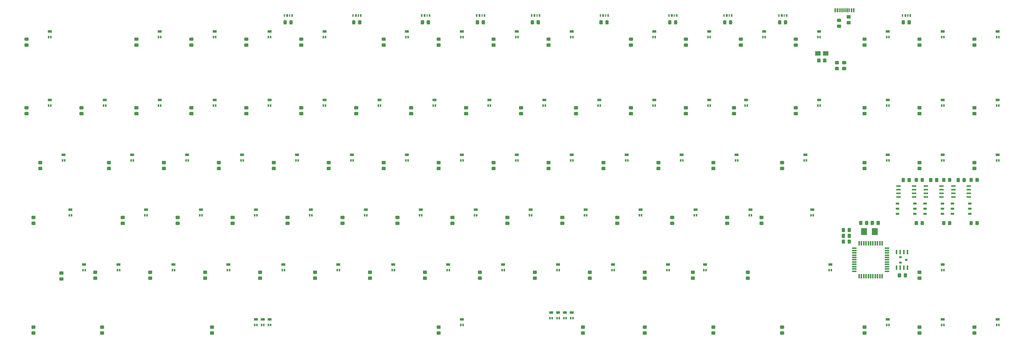
<source format=gbr>
G04 #@! TF.GenerationSoftware,KiCad,Pcbnew,(5.1.2)-2*
G04 #@! TF.CreationDate,2019-07-11T11:24:39+07:00*
G04 #@! TF.ProjectId,PCB,5043422e-6b69-4636-9164-5f7063625858,a*
G04 #@! TF.SameCoordinates,Original*
G04 #@! TF.FileFunction,Paste,Bot*
G04 #@! TF.FilePolarity,Positive*
%FSLAX46Y46*%
G04 Gerber Fmt 4.6, Leading zero omitted, Abs format (unit mm)*
G04 Created by KiCad (PCBNEW (5.1.2)-2) date 2019-07-11 11:24:39*
%MOMM*%
%LPD*%
G04 APERTURE LIST*
%ADD10R,0.600000X1.450000*%
%ADD11R,0.300000X1.450000*%
%ADD12C,0.100000*%
%ADD13C,1.150000*%
%ADD14R,0.600000X0.889000*%
%ADD15R,1.397000X0.889000*%
%ADD16C,0.450000*%
%ADD17C,0.600000*%
%ADD18C,0.350000*%
%ADD19C,0.500000*%
%ADD20R,0.900000X0.800000*%
%ADD21R,0.600000X1.550000*%
%ADD22R,1.950000X1.500000*%
%ADD23R,2.000000X2.400000*%
%ADD24R,1.500000X0.550000*%
%ADD25R,0.550000X1.500000*%
%ADD26R,1.300000X0.700000*%
%ADD27R,1.550000X0.600000*%
G04 APERTURE END LIST*
D10*
X281837147Y7054971D03*
X275387147Y7054971D03*
X281062147Y7054971D03*
X276162147Y7054971D03*
D11*
X276862147Y7054971D03*
X280362147Y7054971D03*
X277362147Y7054971D03*
X279862147Y7054971D03*
X277862147Y7054971D03*
X279362147Y7054971D03*
X278862147Y7054971D03*
X278362147Y7054971D03*
D12*
G36*
X277220112Y4084427D02*
G01*
X277244380Y4080827D01*
X277268179Y4074866D01*
X277291278Y4066601D01*
X277313457Y4056111D01*
X277334500Y4043499D01*
X277354206Y4028884D01*
X277372384Y4012408D01*
X277388860Y3994230D01*
X277403475Y3974524D01*
X277416087Y3953481D01*
X277426577Y3931302D01*
X277434842Y3908203D01*
X277440803Y3884404D01*
X277444403Y3860136D01*
X277445607Y3835632D01*
X277445607Y3185630D01*
X277444403Y3161126D01*
X277440803Y3136858D01*
X277434842Y3113059D01*
X277426577Y3089960D01*
X277416087Y3067781D01*
X277403475Y3046738D01*
X277388860Y3027032D01*
X277372384Y3008854D01*
X277354206Y2992378D01*
X277334500Y2977763D01*
X277313457Y2965151D01*
X277291278Y2954661D01*
X277268179Y2946396D01*
X277244380Y2940435D01*
X277220112Y2936835D01*
X277195608Y2935631D01*
X276295606Y2935631D01*
X276271102Y2936835D01*
X276246834Y2940435D01*
X276223035Y2946396D01*
X276199936Y2954661D01*
X276177757Y2965151D01*
X276156714Y2977763D01*
X276137008Y2992378D01*
X276118830Y3008854D01*
X276102354Y3027032D01*
X276087739Y3046738D01*
X276075127Y3067781D01*
X276064637Y3089960D01*
X276056372Y3113059D01*
X276050411Y3136858D01*
X276046811Y3161126D01*
X276045607Y3185630D01*
X276045607Y3835632D01*
X276046811Y3860136D01*
X276050411Y3884404D01*
X276056372Y3908203D01*
X276064637Y3931302D01*
X276075127Y3953481D01*
X276087739Y3974524D01*
X276102354Y3994230D01*
X276118830Y4012408D01*
X276137008Y4028884D01*
X276156714Y4043499D01*
X276177757Y4056111D01*
X276199936Y4066601D01*
X276223035Y4074866D01*
X276246834Y4080827D01*
X276271102Y4084427D01*
X276295606Y4085631D01*
X277195608Y4085631D01*
X277220112Y4084427D01*
X277220112Y4084427D01*
G37*
D13*
X276745607Y3510631D03*
D12*
G36*
X277220112Y2034427D02*
G01*
X277244380Y2030827D01*
X277268179Y2024866D01*
X277291278Y2016601D01*
X277313457Y2006111D01*
X277334500Y1993499D01*
X277354206Y1978884D01*
X277372384Y1962408D01*
X277388860Y1944230D01*
X277403475Y1924524D01*
X277416087Y1903481D01*
X277426577Y1881302D01*
X277434842Y1858203D01*
X277440803Y1834404D01*
X277444403Y1810136D01*
X277445607Y1785632D01*
X277445607Y1135630D01*
X277444403Y1111126D01*
X277440803Y1086858D01*
X277434842Y1063059D01*
X277426577Y1039960D01*
X277416087Y1017781D01*
X277403475Y996738D01*
X277388860Y977032D01*
X277372384Y958854D01*
X277354206Y942378D01*
X277334500Y927763D01*
X277313457Y915151D01*
X277291278Y904661D01*
X277268179Y896396D01*
X277244380Y890435D01*
X277220112Y886835D01*
X277195608Y885631D01*
X276295606Y885631D01*
X276271102Y886835D01*
X276246834Y890435D01*
X276223035Y896396D01*
X276199936Y904661D01*
X276177757Y915151D01*
X276156714Y927763D01*
X276137008Y942378D01*
X276118830Y958854D01*
X276102354Y977032D01*
X276087739Y996738D01*
X276075127Y1017781D01*
X276064637Y1039960D01*
X276056372Y1063059D01*
X276050411Y1086858D01*
X276046811Y1111126D01*
X276045607Y1135630D01*
X276045607Y1785632D01*
X276046811Y1810136D01*
X276050411Y1834404D01*
X276056372Y1858203D01*
X276064637Y1881302D01*
X276075127Y1903481D01*
X276087739Y1924524D01*
X276102354Y1944230D01*
X276118830Y1962408D01*
X276137008Y1978884D01*
X276156714Y1993499D01*
X276177757Y2006111D01*
X276199936Y2016601D01*
X276223035Y2024866D01*
X276246834Y2030827D01*
X276271102Y2034427D01*
X276295606Y2035631D01*
X277195608Y2035631D01*
X277220112Y2034427D01*
X277220112Y2034427D01*
G37*
D13*
X276745607Y1460631D03*
D12*
G36*
X280557672Y5311247D02*
G01*
X280581940Y5307647D01*
X280605739Y5301686D01*
X280628838Y5293421D01*
X280651017Y5282931D01*
X280672060Y5270319D01*
X280691766Y5255704D01*
X280709944Y5239228D01*
X280726420Y5221050D01*
X280741035Y5201344D01*
X280753647Y5180301D01*
X280764137Y5158122D01*
X280772402Y5135023D01*
X280778363Y5111224D01*
X280781963Y5086956D01*
X280783167Y5062452D01*
X280783167Y4412450D01*
X280781963Y4387946D01*
X280778363Y4363678D01*
X280772402Y4339879D01*
X280764137Y4316780D01*
X280753647Y4294601D01*
X280741035Y4273558D01*
X280726420Y4253852D01*
X280709944Y4235674D01*
X280691766Y4219198D01*
X280672060Y4204583D01*
X280651017Y4191971D01*
X280628838Y4181481D01*
X280605739Y4173216D01*
X280581940Y4167255D01*
X280557672Y4163655D01*
X280533168Y4162451D01*
X279633166Y4162451D01*
X279608662Y4163655D01*
X279584394Y4167255D01*
X279560595Y4173216D01*
X279537496Y4181481D01*
X279515317Y4191971D01*
X279494274Y4204583D01*
X279474568Y4219198D01*
X279456390Y4235674D01*
X279439914Y4253852D01*
X279425299Y4273558D01*
X279412687Y4294601D01*
X279402197Y4316780D01*
X279393932Y4339879D01*
X279387971Y4363678D01*
X279384371Y4387946D01*
X279383167Y4412450D01*
X279383167Y5062452D01*
X279384371Y5086956D01*
X279387971Y5111224D01*
X279393932Y5135023D01*
X279402197Y5158122D01*
X279412687Y5180301D01*
X279425299Y5201344D01*
X279439914Y5221050D01*
X279456390Y5239228D01*
X279474568Y5255704D01*
X279494274Y5270319D01*
X279515317Y5282931D01*
X279537496Y5293421D01*
X279560595Y5301686D01*
X279584394Y5307647D01*
X279608662Y5311247D01*
X279633166Y5312451D01*
X280533168Y5312451D01*
X280557672Y5311247D01*
X280557672Y5311247D01*
G37*
D13*
X280083167Y4737451D03*
D12*
G36*
X280557672Y3261247D02*
G01*
X280581940Y3257647D01*
X280605739Y3251686D01*
X280628838Y3243421D01*
X280651017Y3232931D01*
X280672060Y3220319D01*
X280691766Y3205704D01*
X280709944Y3189228D01*
X280726420Y3171050D01*
X280741035Y3151344D01*
X280753647Y3130301D01*
X280764137Y3108122D01*
X280772402Y3085023D01*
X280778363Y3061224D01*
X280781963Y3036956D01*
X280783167Y3012452D01*
X280783167Y2362450D01*
X280781963Y2337946D01*
X280778363Y2313678D01*
X280772402Y2289879D01*
X280764137Y2266780D01*
X280753647Y2244601D01*
X280741035Y2223558D01*
X280726420Y2203852D01*
X280709944Y2185674D01*
X280691766Y2169198D01*
X280672060Y2154583D01*
X280651017Y2141971D01*
X280628838Y2131481D01*
X280605739Y2123216D01*
X280581940Y2117255D01*
X280557672Y2113655D01*
X280533168Y2112451D01*
X279633166Y2112451D01*
X279608662Y2113655D01*
X279584394Y2117255D01*
X279560595Y2123216D01*
X279537496Y2131481D01*
X279515317Y2141971D01*
X279494274Y2154583D01*
X279474568Y2169198D01*
X279456390Y2185674D01*
X279439914Y2203852D01*
X279425299Y2223558D01*
X279412687Y2244601D01*
X279402197Y2266780D01*
X279393932Y2289879D01*
X279387971Y2313678D01*
X279384371Y2337946D01*
X279383167Y2362450D01*
X279383167Y3012452D01*
X279384371Y3036956D01*
X279387971Y3061224D01*
X279393932Y3085023D01*
X279402197Y3108122D01*
X279412687Y3130301D01*
X279425299Y3151344D01*
X279439914Y3171050D01*
X279456390Y3189228D01*
X279474568Y3205704D01*
X279494274Y3220319D01*
X279515317Y3232931D01*
X279537496Y3243421D01*
X279560595Y3251686D01*
X279584394Y3257647D01*
X279608662Y3261247D01*
X279633166Y3262451D01*
X280533168Y3262451D01*
X280557672Y3261247D01*
X280557672Y3261247D01*
G37*
D13*
X280083167Y2687451D03*
D14*
X74166860Y-102304017D03*
D15*
X74547860Y-100335517D03*
D14*
X74928860Y-102304017D03*
X113028860Y-64204017D03*
D15*
X112647860Y-62235517D03*
D14*
X112266860Y-64204017D03*
X179703860Y-99922767D03*
D15*
X179322860Y-97954267D03*
D14*
X178941860Y-99922767D03*
X312291860Y-26104017D03*
D15*
X312672860Y-24135517D03*
D14*
X313053860Y-26104017D03*
X55116860Y-64204017D03*
D15*
X55497860Y-62235517D03*
D14*
X55878860Y-64204017D03*
X97979360Y-2291517D03*
D15*
X98360360Y-323017D03*
D14*
X98741360Y-2291517D03*
X27303860Y-83254017D03*
D15*
X26922860Y-81285517D03*
D14*
X26541860Y-83254017D03*
X76548110Y-102304017D03*
D15*
X76929110Y-100335517D03*
D14*
X77310110Y-102304017D03*
X41591360Y-26104017D03*
D15*
X41210360Y-24135517D03*
D14*
X40829360Y-26104017D03*
X88454360Y-45154017D03*
D15*
X88835360Y-43185517D03*
D14*
X89216360Y-45154017D03*
X293241860Y-26104017D03*
D15*
X293622860Y-24135517D03*
D14*
X294003860Y-26104017D03*
X93216860Y-64204017D03*
D15*
X93597860Y-62235517D03*
D14*
X93978860Y-64204017D03*
X51116360Y-45154017D03*
D15*
X50735360Y-43185517D03*
D14*
X50354360Y-45154017D03*
X46353860Y-83254017D03*
D15*
X45972860Y-81285517D03*
D14*
X45591860Y-83254017D03*
X181323110Y-99922767D03*
D15*
X181704110Y-97954267D03*
D14*
X182085110Y-99922767D03*
X212279360Y-26104017D03*
D15*
X212660360Y-24135517D03*
D14*
X213041360Y-26104017D03*
X78929360Y-2291517D03*
D15*
X79310360Y-323017D03*
D14*
X79691360Y-2291517D03*
X221804360Y-45154017D03*
D15*
X222185360Y-43185517D03*
D14*
X222566360Y-45154017D03*
X313053860Y-2291517D03*
D15*
X312672860Y-323017D03*
D14*
X312291860Y-2291517D03*
X267048110Y-64204017D03*
D15*
X267429110Y-62235517D03*
D14*
X267810110Y-64204017D03*
X64641860Y-83254017D03*
D15*
X65022860Y-81285517D03*
D14*
X65403860Y-83254017D03*
X36828860Y-64204017D03*
D15*
X36447860Y-62235517D03*
D14*
X36066860Y-64204017D03*
X60641360Y-2291517D03*
D15*
X60260360Y-323017D03*
D14*
X59879360Y-2291517D03*
X251141360Y-2291517D03*
D15*
X250760360Y-323017D03*
D14*
X250379360Y-2291517D03*
X79691360Y-26104017D03*
D15*
X79310360Y-24135517D03*
D14*
X78929360Y-26104017D03*
X108266360Y-45154017D03*
D15*
X107885360Y-43185517D03*
D14*
X107504360Y-45154017D03*
X102741860Y-83254017D03*
D15*
X103122860Y-81285517D03*
D14*
X103503860Y-83254017D03*
X332103860Y-2291517D03*
D15*
X331722860Y-323017D03*
D14*
X331341860Y-2291517D03*
X126554360Y-2291517D03*
D15*
X126935360Y-323017D03*
D14*
X127316360Y-2291517D03*
X121791860Y-83254017D03*
D15*
X122172860Y-81285517D03*
D14*
X122553860Y-83254017D03*
X245616860Y-64204017D03*
D15*
X245997860Y-62235517D03*
D14*
X246378860Y-64204017D03*
X177322610Y-99922767D03*
D15*
X176941610Y-97954267D03*
D14*
X176560610Y-99922767D03*
X332103860Y-26104017D03*
D15*
X331722860Y-24135517D03*
D14*
X331341860Y-26104017D03*
X227328860Y-64204017D03*
D15*
X226947860Y-62235517D03*
D14*
X226566860Y-64204017D03*
X183704360Y-99922767D03*
D15*
X184085360Y-97954267D03*
D14*
X184466360Y-99922767D03*
X117791360Y-26104017D03*
D15*
X117410360Y-24135517D03*
D14*
X117029360Y-26104017D03*
X131316860Y-64204017D03*
D15*
X131697860Y-62235517D03*
D14*
X132078860Y-64204017D03*
X136841360Y-26104017D03*
D15*
X136460360Y-24135517D03*
D14*
X136079360Y-26104017D03*
X312291860Y-45154017D03*
D15*
X312672860Y-43185517D03*
D14*
X313053860Y-45154017D03*
X293241860Y-45154017D03*
D15*
X293622860Y-43185517D03*
D14*
X294003860Y-45154017D03*
X208278860Y-64204017D03*
D15*
X207897860Y-62235517D03*
D14*
X207516860Y-64204017D03*
X164654360Y-2291517D03*
D15*
X165035360Y-323017D03*
D14*
X165416360Y-2291517D03*
X155891360Y-26104017D03*
D15*
X155510360Y-24135517D03*
D14*
X155129360Y-26104017D03*
X164654360Y-45154017D03*
D15*
X165035360Y-43185517D03*
D14*
X165416360Y-45154017D03*
X126554360Y-45154017D03*
D15*
X126935360Y-43185517D03*
D14*
X127316360Y-45154017D03*
X145604360Y-2291517D03*
D15*
X145985360Y-323017D03*
D14*
X146366360Y-2291517D03*
X169416860Y-64204017D03*
D15*
X169797860Y-62235517D03*
D14*
X170178860Y-64204017D03*
X312291860Y-83254017D03*
D15*
X312672860Y-81285517D03*
D14*
X313053860Y-83254017D03*
X270191360Y-26104017D03*
D15*
X269810360Y-24135517D03*
D14*
X269429360Y-26104017D03*
X184466360Y-2291517D03*
D15*
X184085360Y-323017D03*
D14*
X183704360Y-2291517D03*
X273319000Y-83254017D03*
D15*
X273700000Y-81285517D03*
D14*
X274081000Y-83254017D03*
X178941860Y-83254017D03*
D15*
X179322860Y-81285517D03*
D14*
X179703860Y-83254017D03*
X189228860Y-64204017D03*
D15*
X188847860Y-62235517D03*
D14*
X188466860Y-64204017D03*
X230651000Y-83254017D03*
D15*
X230270000Y-81285517D03*
D14*
X229889000Y-83254017D03*
X159891860Y-83254017D03*
D15*
X160272860Y-81285517D03*
D14*
X160653860Y-83254017D03*
X313053860Y-102304017D03*
D15*
X312672860Y-100335517D03*
D14*
X312291860Y-102304017D03*
X217803860Y-83254017D03*
D15*
X217422860Y-81285517D03*
D14*
X217041860Y-83254017D03*
X293241860Y-102304017D03*
D15*
X293622860Y-100335517D03*
D14*
X294003860Y-102304017D03*
X212279360Y-2291517D03*
D15*
X212660360Y-323017D03*
D14*
X213041360Y-2291517D03*
X184466360Y-45154017D03*
D15*
X184085360Y-43185517D03*
D14*
X183704360Y-45154017D03*
X174941360Y-26104017D03*
D15*
X174560360Y-24135517D03*
D14*
X174179360Y-26104017D03*
X198753860Y-83254017D03*
D15*
X198372860Y-81285517D03*
D14*
X197991860Y-83254017D03*
X331341860Y-102304017D03*
D15*
X331722860Y-100335517D03*
D14*
X332103860Y-102304017D03*
D12*
G36*
X132198527Y5694541D02*
G01*
X132209448Y5692921D01*
X132220157Y5690239D01*
X132230552Y5686519D01*
X132240532Y5681799D01*
X132250002Y5676123D01*
X132258869Y5669547D01*
X132267050Y5662133D01*
X132274464Y5653952D01*
X132281040Y5645085D01*
X132286716Y5635615D01*
X132291436Y5625635D01*
X132295156Y5615240D01*
X132297838Y5604531D01*
X132299458Y5593610D01*
X132300000Y5582583D01*
X132300000Y4807583D01*
X132299458Y4796556D01*
X132297838Y4785635D01*
X132295156Y4774926D01*
X132291436Y4764531D01*
X132286716Y4754551D01*
X132281040Y4745081D01*
X132274464Y4736214D01*
X132267050Y4728033D01*
X132258869Y4720619D01*
X132250002Y4714043D01*
X132240532Y4708367D01*
X132230552Y4703647D01*
X132220157Y4699927D01*
X132209448Y4697245D01*
X132198527Y4695625D01*
X132187500Y4695083D01*
X131962500Y4695083D01*
X131951473Y4695625D01*
X131940552Y4697245D01*
X131929843Y4699927D01*
X131919448Y4703647D01*
X131909468Y4708367D01*
X131899998Y4714043D01*
X131891131Y4720619D01*
X131882950Y4728033D01*
X131875536Y4736214D01*
X131868960Y4745081D01*
X131863284Y4754551D01*
X131858564Y4764531D01*
X131854844Y4774926D01*
X131852162Y4785635D01*
X131850542Y4796556D01*
X131850000Y4807583D01*
X131850000Y5582583D01*
X131850542Y5593610D01*
X131852162Y5604531D01*
X131854844Y5615240D01*
X131858564Y5625635D01*
X131863284Y5635615D01*
X131868960Y5645085D01*
X131875536Y5653952D01*
X131882950Y5662133D01*
X131891131Y5669547D01*
X131899998Y5676123D01*
X131909468Y5681799D01*
X131919448Y5686519D01*
X131929843Y5690239D01*
X131940552Y5692921D01*
X131951473Y5694541D01*
X131962500Y5695083D01*
X132187500Y5695083D01*
X132198527Y5694541D01*
X132198527Y5694541D01*
G37*
D16*
X132075000Y5195083D03*
D12*
G36*
X133214703Y5694361D02*
G01*
X133229264Y5692201D01*
X133243543Y5688624D01*
X133257403Y5683665D01*
X133270710Y5677371D01*
X133283336Y5669803D01*
X133295159Y5661035D01*
X133306066Y5651149D01*
X133315952Y5640242D01*
X133324720Y5628419D01*
X133332288Y5615793D01*
X133338582Y5602486D01*
X133343541Y5588626D01*
X133347118Y5574347D01*
X133349278Y5559786D01*
X133350000Y5545083D01*
X133350000Y4845083D01*
X133349278Y4830380D01*
X133347118Y4815819D01*
X133343541Y4801540D01*
X133338582Y4787680D01*
X133332288Y4774373D01*
X133324720Y4761747D01*
X133315952Y4749924D01*
X133306066Y4739017D01*
X133295159Y4729131D01*
X133283336Y4720363D01*
X133270710Y4712795D01*
X133257403Y4706501D01*
X133243543Y4701542D01*
X133229264Y4697965D01*
X133214703Y4695805D01*
X133200000Y4695083D01*
X132900000Y4695083D01*
X132885297Y4695805D01*
X132870736Y4697965D01*
X132856457Y4701542D01*
X132842597Y4706501D01*
X132829290Y4712795D01*
X132816664Y4720363D01*
X132804841Y4729131D01*
X132793934Y4739017D01*
X132784048Y4749924D01*
X132775280Y4761747D01*
X132767712Y4774373D01*
X132761418Y4787680D01*
X132756459Y4801540D01*
X132752882Y4815819D01*
X132750722Y4830380D01*
X132750000Y4845083D01*
X132750000Y5545083D01*
X132750722Y5559786D01*
X132752882Y5574347D01*
X132756459Y5588626D01*
X132761418Y5602486D01*
X132767712Y5615793D01*
X132775280Y5628419D01*
X132784048Y5640242D01*
X132793934Y5651149D01*
X132804841Y5661035D01*
X132816664Y5669803D01*
X132829290Y5677371D01*
X132842597Y5683665D01*
X132856457Y5688624D01*
X132870736Y5692201D01*
X132885297Y5694361D01*
X132900000Y5695083D01*
X133200000Y5695083D01*
X133214703Y5694361D01*
X133214703Y5694361D01*
G37*
D17*
X133050000Y5195083D03*
D12*
G36*
X134021076Y5694662D02*
G01*
X134029570Y5693402D01*
X134037900Y5691315D01*
X134045985Y5688422D01*
X134053747Y5684751D01*
X134061112Y5680337D01*
X134068009Y5675221D01*
X134074372Y5669455D01*
X134080138Y5663092D01*
X134085254Y5656195D01*
X134089668Y5648830D01*
X134093339Y5641068D01*
X134096232Y5632983D01*
X134098319Y5624653D01*
X134099579Y5616159D01*
X134100000Y5607583D01*
X134100000Y4782583D01*
X134099579Y4774007D01*
X134098319Y4765513D01*
X134096232Y4757183D01*
X134093339Y4749098D01*
X134089668Y4741336D01*
X134085254Y4733971D01*
X134080138Y4727074D01*
X134074372Y4720711D01*
X134068009Y4714945D01*
X134061112Y4709829D01*
X134053747Y4705415D01*
X134045985Y4701744D01*
X134037900Y4698851D01*
X134029570Y4696764D01*
X134021076Y4695504D01*
X134012500Y4695083D01*
X133837500Y4695083D01*
X133828924Y4695504D01*
X133820430Y4696764D01*
X133812100Y4698851D01*
X133804015Y4701744D01*
X133796253Y4705415D01*
X133788888Y4709829D01*
X133781991Y4714945D01*
X133775628Y4720711D01*
X133769862Y4727074D01*
X133764746Y4733971D01*
X133760332Y4741336D01*
X133756661Y4749098D01*
X133753768Y4757183D01*
X133751681Y4765513D01*
X133750421Y4774007D01*
X133750000Y4782583D01*
X133750000Y5607583D01*
X133750421Y5616159D01*
X133751681Y5624653D01*
X133753768Y5632983D01*
X133756661Y5641068D01*
X133760332Y5648830D01*
X133764746Y5656195D01*
X133769862Y5663092D01*
X133775628Y5669455D01*
X133781991Y5675221D01*
X133788888Y5680337D01*
X133796253Y5684751D01*
X133804015Y5688422D01*
X133812100Y5691315D01*
X133820430Y5693402D01*
X133828924Y5694662D01*
X133837500Y5695083D01*
X134012500Y5695083D01*
X134021076Y5694662D01*
X134021076Y5694662D01*
G37*
D18*
X133925000Y5195083D03*
D12*
G36*
X134887252Y5694481D02*
G01*
X134899386Y5692681D01*
X134911286Y5689701D01*
X134922835Y5685568D01*
X134933925Y5680323D01*
X134944446Y5674017D01*
X134954299Y5666709D01*
X134963388Y5658471D01*
X134971626Y5649382D01*
X134978934Y5639529D01*
X134985240Y5629008D01*
X134990485Y5617918D01*
X134994618Y5606369D01*
X134997598Y5594469D01*
X134999398Y5582335D01*
X135000000Y5570083D01*
X135000000Y4820083D01*
X134999398Y4807831D01*
X134997598Y4795697D01*
X134994618Y4783797D01*
X134990485Y4772248D01*
X134985240Y4761158D01*
X134978934Y4750637D01*
X134971626Y4740784D01*
X134963388Y4731695D01*
X134954299Y4723457D01*
X134944446Y4716149D01*
X134933925Y4709843D01*
X134922835Y4704598D01*
X134911286Y4700465D01*
X134899386Y4697485D01*
X134887252Y4695685D01*
X134875000Y4695083D01*
X134625000Y4695083D01*
X134612748Y4695685D01*
X134600614Y4697485D01*
X134588714Y4700465D01*
X134577165Y4704598D01*
X134566075Y4709843D01*
X134555554Y4716149D01*
X134545701Y4723457D01*
X134536612Y4731695D01*
X134528374Y4740784D01*
X134521066Y4750637D01*
X134514760Y4761158D01*
X134509515Y4772248D01*
X134505382Y4783797D01*
X134502402Y4795697D01*
X134500602Y4807831D01*
X134500000Y4820083D01*
X134500000Y5570083D01*
X134500602Y5582335D01*
X134502402Y5594469D01*
X134505382Y5606369D01*
X134509515Y5617918D01*
X134514760Y5629008D01*
X134521066Y5639529D01*
X134528374Y5649382D01*
X134536612Y5658471D01*
X134545701Y5666709D01*
X134555554Y5674017D01*
X134566075Y5680323D01*
X134577165Y5685568D01*
X134588714Y5689701D01*
X134600614Y5692681D01*
X134612748Y5694481D01*
X134625000Y5695083D01*
X134875000Y5695083D01*
X134887252Y5694481D01*
X134887252Y5694481D01*
G37*
D19*
X134750000Y5195083D03*
D12*
G36*
X151248527Y5694541D02*
G01*
X151259448Y5692921D01*
X151270157Y5690239D01*
X151280552Y5686519D01*
X151290532Y5681799D01*
X151300002Y5676123D01*
X151308869Y5669547D01*
X151317050Y5662133D01*
X151324464Y5653952D01*
X151331040Y5645085D01*
X151336716Y5635615D01*
X151341436Y5625635D01*
X151345156Y5615240D01*
X151347838Y5604531D01*
X151349458Y5593610D01*
X151350000Y5582583D01*
X151350000Y4807583D01*
X151349458Y4796556D01*
X151347838Y4785635D01*
X151345156Y4774926D01*
X151341436Y4764531D01*
X151336716Y4754551D01*
X151331040Y4745081D01*
X151324464Y4736214D01*
X151317050Y4728033D01*
X151308869Y4720619D01*
X151300002Y4714043D01*
X151290532Y4708367D01*
X151280552Y4703647D01*
X151270157Y4699927D01*
X151259448Y4697245D01*
X151248527Y4695625D01*
X151237500Y4695083D01*
X151012500Y4695083D01*
X151001473Y4695625D01*
X150990552Y4697245D01*
X150979843Y4699927D01*
X150969448Y4703647D01*
X150959468Y4708367D01*
X150949998Y4714043D01*
X150941131Y4720619D01*
X150932950Y4728033D01*
X150925536Y4736214D01*
X150918960Y4745081D01*
X150913284Y4754551D01*
X150908564Y4764531D01*
X150904844Y4774926D01*
X150902162Y4785635D01*
X150900542Y4796556D01*
X150900000Y4807583D01*
X150900000Y5582583D01*
X150900542Y5593610D01*
X150902162Y5604531D01*
X150904844Y5615240D01*
X150908564Y5625635D01*
X150913284Y5635615D01*
X150918960Y5645085D01*
X150925536Y5653952D01*
X150932950Y5662133D01*
X150941131Y5669547D01*
X150949998Y5676123D01*
X150959468Y5681799D01*
X150969448Y5686519D01*
X150979843Y5690239D01*
X150990552Y5692921D01*
X151001473Y5694541D01*
X151012500Y5695083D01*
X151237500Y5695083D01*
X151248527Y5694541D01*
X151248527Y5694541D01*
G37*
D16*
X151125000Y5195083D03*
D12*
G36*
X152264703Y5694361D02*
G01*
X152279264Y5692201D01*
X152293543Y5688624D01*
X152307403Y5683665D01*
X152320710Y5677371D01*
X152333336Y5669803D01*
X152345159Y5661035D01*
X152356066Y5651149D01*
X152365952Y5640242D01*
X152374720Y5628419D01*
X152382288Y5615793D01*
X152388582Y5602486D01*
X152393541Y5588626D01*
X152397118Y5574347D01*
X152399278Y5559786D01*
X152400000Y5545083D01*
X152400000Y4845083D01*
X152399278Y4830380D01*
X152397118Y4815819D01*
X152393541Y4801540D01*
X152388582Y4787680D01*
X152382288Y4774373D01*
X152374720Y4761747D01*
X152365952Y4749924D01*
X152356066Y4739017D01*
X152345159Y4729131D01*
X152333336Y4720363D01*
X152320710Y4712795D01*
X152307403Y4706501D01*
X152293543Y4701542D01*
X152279264Y4697965D01*
X152264703Y4695805D01*
X152250000Y4695083D01*
X151950000Y4695083D01*
X151935297Y4695805D01*
X151920736Y4697965D01*
X151906457Y4701542D01*
X151892597Y4706501D01*
X151879290Y4712795D01*
X151866664Y4720363D01*
X151854841Y4729131D01*
X151843934Y4739017D01*
X151834048Y4749924D01*
X151825280Y4761747D01*
X151817712Y4774373D01*
X151811418Y4787680D01*
X151806459Y4801540D01*
X151802882Y4815819D01*
X151800722Y4830380D01*
X151800000Y4845083D01*
X151800000Y5545083D01*
X151800722Y5559786D01*
X151802882Y5574347D01*
X151806459Y5588626D01*
X151811418Y5602486D01*
X151817712Y5615793D01*
X151825280Y5628419D01*
X151834048Y5640242D01*
X151843934Y5651149D01*
X151854841Y5661035D01*
X151866664Y5669803D01*
X151879290Y5677371D01*
X151892597Y5683665D01*
X151906457Y5688624D01*
X151920736Y5692201D01*
X151935297Y5694361D01*
X151950000Y5695083D01*
X152250000Y5695083D01*
X152264703Y5694361D01*
X152264703Y5694361D01*
G37*
D17*
X152100000Y5195083D03*
D12*
G36*
X153071076Y5694662D02*
G01*
X153079570Y5693402D01*
X153087900Y5691315D01*
X153095985Y5688422D01*
X153103747Y5684751D01*
X153111112Y5680337D01*
X153118009Y5675221D01*
X153124372Y5669455D01*
X153130138Y5663092D01*
X153135254Y5656195D01*
X153139668Y5648830D01*
X153143339Y5641068D01*
X153146232Y5632983D01*
X153148319Y5624653D01*
X153149579Y5616159D01*
X153150000Y5607583D01*
X153150000Y4782583D01*
X153149579Y4774007D01*
X153148319Y4765513D01*
X153146232Y4757183D01*
X153143339Y4749098D01*
X153139668Y4741336D01*
X153135254Y4733971D01*
X153130138Y4727074D01*
X153124372Y4720711D01*
X153118009Y4714945D01*
X153111112Y4709829D01*
X153103747Y4705415D01*
X153095985Y4701744D01*
X153087900Y4698851D01*
X153079570Y4696764D01*
X153071076Y4695504D01*
X153062500Y4695083D01*
X152887500Y4695083D01*
X152878924Y4695504D01*
X152870430Y4696764D01*
X152862100Y4698851D01*
X152854015Y4701744D01*
X152846253Y4705415D01*
X152838888Y4709829D01*
X152831991Y4714945D01*
X152825628Y4720711D01*
X152819862Y4727074D01*
X152814746Y4733971D01*
X152810332Y4741336D01*
X152806661Y4749098D01*
X152803768Y4757183D01*
X152801681Y4765513D01*
X152800421Y4774007D01*
X152800000Y4782583D01*
X152800000Y5607583D01*
X152800421Y5616159D01*
X152801681Y5624653D01*
X152803768Y5632983D01*
X152806661Y5641068D01*
X152810332Y5648830D01*
X152814746Y5656195D01*
X152819862Y5663092D01*
X152825628Y5669455D01*
X152831991Y5675221D01*
X152838888Y5680337D01*
X152846253Y5684751D01*
X152854015Y5688422D01*
X152862100Y5691315D01*
X152870430Y5693402D01*
X152878924Y5694662D01*
X152887500Y5695083D01*
X153062500Y5695083D01*
X153071076Y5694662D01*
X153071076Y5694662D01*
G37*
D18*
X152975000Y5195083D03*
D12*
G36*
X153937252Y5694481D02*
G01*
X153949386Y5692681D01*
X153961286Y5689701D01*
X153972835Y5685568D01*
X153983925Y5680323D01*
X153994446Y5674017D01*
X154004299Y5666709D01*
X154013388Y5658471D01*
X154021626Y5649382D01*
X154028934Y5639529D01*
X154035240Y5629008D01*
X154040485Y5617918D01*
X154044618Y5606369D01*
X154047598Y5594469D01*
X154049398Y5582335D01*
X154050000Y5570083D01*
X154050000Y4820083D01*
X154049398Y4807831D01*
X154047598Y4795697D01*
X154044618Y4783797D01*
X154040485Y4772248D01*
X154035240Y4761158D01*
X154028934Y4750637D01*
X154021626Y4740784D01*
X154013388Y4731695D01*
X154004299Y4723457D01*
X153994446Y4716149D01*
X153983925Y4709843D01*
X153972835Y4704598D01*
X153961286Y4700465D01*
X153949386Y4697485D01*
X153937252Y4695685D01*
X153925000Y4695083D01*
X153675000Y4695083D01*
X153662748Y4695685D01*
X153650614Y4697485D01*
X153638714Y4700465D01*
X153627165Y4704598D01*
X153616075Y4709843D01*
X153605554Y4716149D01*
X153595701Y4723457D01*
X153586612Y4731695D01*
X153578374Y4740784D01*
X153571066Y4750637D01*
X153564760Y4761158D01*
X153559515Y4772248D01*
X153555382Y4783797D01*
X153552402Y4795697D01*
X153550602Y4807831D01*
X153550000Y4820083D01*
X153550000Y5570083D01*
X153550602Y5582335D01*
X153552402Y5594469D01*
X153555382Y5606369D01*
X153559515Y5617918D01*
X153564760Y5629008D01*
X153571066Y5639529D01*
X153578374Y5649382D01*
X153586612Y5658471D01*
X153595701Y5666709D01*
X153605554Y5674017D01*
X153616075Y5680323D01*
X153627165Y5685568D01*
X153638714Y5689701D01*
X153650614Y5692681D01*
X153662748Y5694481D01*
X153675000Y5695083D01*
X153925000Y5695083D01*
X153937252Y5694481D01*
X153937252Y5694481D01*
G37*
D19*
X153800000Y5195083D03*
D12*
G36*
X108386227Y5694541D02*
G01*
X108397148Y5692921D01*
X108407857Y5690239D01*
X108418252Y5686519D01*
X108428232Y5681799D01*
X108437702Y5676123D01*
X108446569Y5669547D01*
X108454750Y5662133D01*
X108462164Y5653952D01*
X108468740Y5645085D01*
X108474416Y5635615D01*
X108479136Y5625635D01*
X108482856Y5615240D01*
X108485538Y5604531D01*
X108487158Y5593610D01*
X108487700Y5582583D01*
X108487700Y4807583D01*
X108487158Y4796556D01*
X108485538Y4785635D01*
X108482856Y4774926D01*
X108479136Y4764531D01*
X108474416Y4754551D01*
X108468740Y4745081D01*
X108462164Y4736214D01*
X108454750Y4728033D01*
X108446569Y4720619D01*
X108437702Y4714043D01*
X108428232Y4708367D01*
X108418252Y4703647D01*
X108407857Y4699927D01*
X108397148Y4697245D01*
X108386227Y4695625D01*
X108375200Y4695083D01*
X108150200Y4695083D01*
X108139173Y4695625D01*
X108128252Y4697245D01*
X108117543Y4699927D01*
X108107148Y4703647D01*
X108097168Y4708367D01*
X108087698Y4714043D01*
X108078831Y4720619D01*
X108070650Y4728033D01*
X108063236Y4736214D01*
X108056660Y4745081D01*
X108050984Y4754551D01*
X108046264Y4764531D01*
X108042544Y4774926D01*
X108039862Y4785635D01*
X108038242Y4796556D01*
X108037700Y4807583D01*
X108037700Y5582583D01*
X108038242Y5593610D01*
X108039862Y5604531D01*
X108042544Y5615240D01*
X108046264Y5625635D01*
X108050984Y5635615D01*
X108056660Y5645085D01*
X108063236Y5653952D01*
X108070650Y5662133D01*
X108078831Y5669547D01*
X108087698Y5676123D01*
X108097168Y5681799D01*
X108107148Y5686519D01*
X108117543Y5690239D01*
X108128252Y5692921D01*
X108139173Y5694541D01*
X108150200Y5695083D01*
X108375200Y5695083D01*
X108386227Y5694541D01*
X108386227Y5694541D01*
G37*
D16*
X108262700Y5195083D03*
D12*
G36*
X109402403Y5694361D02*
G01*
X109416964Y5692201D01*
X109431243Y5688624D01*
X109445103Y5683665D01*
X109458410Y5677371D01*
X109471036Y5669803D01*
X109482859Y5661035D01*
X109493766Y5651149D01*
X109503652Y5640242D01*
X109512420Y5628419D01*
X109519988Y5615793D01*
X109526282Y5602486D01*
X109531241Y5588626D01*
X109534818Y5574347D01*
X109536978Y5559786D01*
X109537700Y5545083D01*
X109537700Y4845083D01*
X109536978Y4830380D01*
X109534818Y4815819D01*
X109531241Y4801540D01*
X109526282Y4787680D01*
X109519988Y4774373D01*
X109512420Y4761747D01*
X109503652Y4749924D01*
X109493766Y4739017D01*
X109482859Y4729131D01*
X109471036Y4720363D01*
X109458410Y4712795D01*
X109445103Y4706501D01*
X109431243Y4701542D01*
X109416964Y4697965D01*
X109402403Y4695805D01*
X109387700Y4695083D01*
X109087700Y4695083D01*
X109072997Y4695805D01*
X109058436Y4697965D01*
X109044157Y4701542D01*
X109030297Y4706501D01*
X109016990Y4712795D01*
X109004364Y4720363D01*
X108992541Y4729131D01*
X108981634Y4739017D01*
X108971748Y4749924D01*
X108962980Y4761747D01*
X108955412Y4774373D01*
X108949118Y4787680D01*
X108944159Y4801540D01*
X108940582Y4815819D01*
X108938422Y4830380D01*
X108937700Y4845083D01*
X108937700Y5545083D01*
X108938422Y5559786D01*
X108940582Y5574347D01*
X108944159Y5588626D01*
X108949118Y5602486D01*
X108955412Y5615793D01*
X108962980Y5628419D01*
X108971748Y5640242D01*
X108981634Y5651149D01*
X108992541Y5661035D01*
X109004364Y5669803D01*
X109016990Y5677371D01*
X109030297Y5683665D01*
X109044157Y5688624D01*
X109058436Y5692201D01*
X109072997Y5694361D01*
X109087700Y5695083D01*
X109387700Y5695083D01*
X109402403Y5694361D01*
X109402403Y5694361D01*
G37*
D17*
X109237700Y5195083D03*
D12*
G36*
X110208776Y5694662D02*
G01*
X110217270Y5693402D01*
X110225600Y5691315D01*
X110233685Y5688422D01*
X110241447Y5684751D01*
X110248812Y5680337D01*
X110255709Y5675221D01*
X110262072Y5669455D01*
X110267838Y5663092D01*
X110272954Y5656195D01*
X110277368Y5648830D01*
X110281039Y5641068D01*
X110283932Y5632983D01*
X110286019Y5624653D01*
X110287279Y5616159D01*
X110287700Y5607583D01*
X110287700Y4782583D01*
X110287279Y4774007D01*
X110286019Y4765513D01*
X110283932Y4757183D01*
X110281039Y4749098D01*
X110277368Y4741336D01*
X110272954Y4733971D01*
X110267838Y4727074D01*
X110262072Y4720711D01*
X110255709Y4714945D01*
X110248812Y4709829D01*
X110241447Y4705415D01*
X110233685Y4701744D01*
X110225600Y4698851D01*
X110217270Y4696764D01*
X110208776Y4695504D01*
X110200200Y4695083D01*
X110025200Y4695083D01*
X110016624Y4695504D01*
X110008130Y4696764D01*
X109999800Y4698851D01*
X109991715Y4701744D01*
X109983953Y4705415D01*
X109976588Y4709829D01*
X109969691Y4714945D01*
X109963328Y4720711D01*
X109957562Y4727074D01*
X109952446Y4733971D01*
X109948032Y4741336D01*
X109944361Y4749098D01*
X109941468Y4757183D01*
X109939381Y4765513D01*
X109938121Y4774007D01*
X109937700Y4782583D01*
X109937700Y5607583D01*
X109938121Y5616159D01*
X109939381Y5624653D01*
X109941468Y5632983D01*
X109944361Y5641068D01*
X109948032Y5648830D01*
X109952446Y5656195D01*
X109957562Y5663092D01*
X109963328Y5669455D01*
X109969691Y5675221D01*
X109976588Y5680337D01*
X109983953Y5684751D01*
X109991715Y5688422D01*
X109999800Y5691315D01*
X110008130Y5693402D01*
X110016624Y5694662D01*
X110025200Y5695083D01*
X110200200Y5695083D01*
X110208776Y5694662D01*
X110208776Y5694662D01*
G37*
D18*
X110112700Y5195083D03*
D12*
G36*
X111074952Y5694481D02*
G01*
X111087086Y5692681D01*
X111098986Y5689701D01*
X111110535Y5685568D01*
X111121625Y5680323D01*
X111132146Y5674017D01*
X111141999Y5666709D01*
X111151088Y5658471D01*
X111159326Y5649382D01*
X111166634Y5639529D01*
X111172940Y5629008D01*
X111178185Y5617918D01*
X111182318Y5606369D01*
X111185298Y5594469D01*
X111187098Y5582335D01*
X111187700Y5570083D01*
X111187700Y4820083D01*
X111187098Y4807831D01*
X111185298Y4795697D01*
X111182318Y4783797D01*
X111178185Y4772248D01*
X111172940Y4761158D01*
X111166634Y4750637D01*
X111159326Y4740784D01*
X111151088Y4731695D01*
X111141999Y4723457D01*
X111132146Y4716149D01*
X111121625Y4709843D01*
X111110535Y4704598D01*
X111098986Y4700465D01*
X111087086Y4697485D01*
X111074952Y4695685D01*
X111062700Y4695083D01*
X110812700Y4695083D01*
X110800448Y4695685D01*
X110788314Y4697485D01*
X110776414Y4700465D01*
X110764865Y4704598D01*
X110753775Y4709843D01*
X110743254Y4716149D01*
X110733401Y4723457D01*
X110724312Y4731695D01*
X110716074Y4740784D01*
X110708766Y4750637D01*
X110702460Y4761158D01*
X110697215Y4772248D01*
X110693082Y4783797D01*
X110690102Y4795697D01*
X110688302Y4807831D01*
X110687700Y4820083D01*
X110687700Y5570083D01*
X110688302Y5582335D01*
X110690102Y5594469D01*
X110693082Y5606369D01*
X110697215Y5617918D01*
X110702460Y5629008D01*
X110708766Y5639529D01*
X110716074Y5649382D01*
X110724312Y5658471D01*
X110733401Y5666709D01*
X110743254Y5674017D01*
X110753775Y5680323D01*
X110764865Y5685568D01*
X110776414Y5689701D01*
X110788314Y5692681D01*
X110800448Y5694481D01*
X110812700Y5695083D01*
X111062700Y5695083D01*
X111074952Y5694481D01*
X111074952Y5694481D01*
G37*
D19*
X110937700Y5195083D03*
D12*
G36*
X196799952Y5694481D02*
G01*
X196812086Y5692681D01*
X196823986Y5689701D01*
X196835535Y5685568D01*
X196846625Y5680323D01*
X196857146Y5674017D01*
X196866999Y5666709D01*
X196876088Y5658471D01*
X196884326Y5649382D01*
X196891634Y5639529D01*
X196897940Y5629008D01*
X196903185Y5617918D01*
X196907318Y5606369D01*
X196910298Y5594469D01*
X196912098Y5582335D01*
X196912700Y5570083D01*
X196912700Y4820083D01*
X196912098Y4807831D01*
X196910298Y4795697D01*
X196907318Y4783797D01*
X196903185Y4772248D01*
X196897940Y4761158D01*
X196891634Y4750637D01*
X196884326Y4740784D01*
X196876088Y4731695D01*
X196866999Y4723457D01*
X196857146Y4716149D01*
X196846625Y4709843D01*
X196835535Y4704598D01*
X196823986Y4700465D01*
X196812086Y4697485D01*
X196799952Y4695685D01*
X196787700Y4695083D01*
X196537700Y4695083D01*
X196525448Y4695685D01*
X196513314Y4697485D01*
X196501414Y4700465D01*
X196489865Y4704598D01*
X196478775Y4709843D01*
X196468254Y4716149D01*
X196458401Y4723457D01*
X196449312Y4731695D01*
X196441074Y4740784D01*
X196433766Y4750637D01*
X196427460Y4761158D01*
X196422215Y4772248D01*
X196418082Y4783797D01*
X196415102Y4795697D01*
X196413302Y4807831D01*
X196412700Y4820083D01*
X196412700Y5570083D01*
X196413302Y5582335D01*
X196415102Y5594469D01*
X196418082Y5606369D01*
X196422215Y5617918D01*
X196427460Y5629008D01*
X196433766Y5639529D01*
X196441074Y5649382D01*
X196449312Y5658471D01*
X196458401Y5666709D01*
X196468254Y5674017D01*
X196478775Y5680323D01*
X196489865Y5685568D01*
X196501414Y5689701D01*
X196513314Y5692681D01*
X196525448Y5694481D01*
X196537700Y5695083D01*
X196787700Y5695083D01*
X196799952Y5694481D01*
X196799952Y5694481D01*
G37*
D19*
X196662700Y5195083D03*
D12*
G36*
X195933776Y5694662D02*
G01*
X195942270Y5693402D01*
X195950600Y5691315D01*
X195958685Y5688422D01*
X195966447Y5684751D01*
X195973812Y5680337D01*
X195980709Y5675221D01*
X195987072Y5669455D01*
X195992838Y5663092D01*
X195997954Y5656195D01*
X196002368Y5648830D01*
X196006039Y5641068D01*
X196008932Y5632983D01*
X196011019Y5624653D01*
X196012279Y5616159D01*
X196012700Y5607583D01*
X196012700Y4782583D01*
X196012279Y4774007D01*
X196011019Y4765513D01*
X196008932Y4757183D01*
X196006039Y4749098D01*
X196002368Y4741336D01*
X195997954Y4733971D01*
X195992838Y4727074D01*
X195987072Y4720711D01*
X195980709Y4714945D01*
X195973812Y4709829D01*
X195966447Y4705415D01*
X195958685Y4701744D01*
X195950600Y4698851D01*
X195942270Y4696764D01*
X195933776Y4695504D01*
X195925200Y4695083D01*
X195750200Y4695083D01*
X195741624Y4695504D01*
X195733130Y4696764D01*
X195724800Y4698851D01*
X195716715Y4701744D01*
X195708953Y4705415D01*
X195701588Y4709829D01*
X195694691Y4714945D01*
X195688328Y4720711D01*
X195682562Y4727074D01*
X195677446Y4733971D01*
X195673032Y4741336D01*
X195669361Y4749098D01*
X195666468Y4757183D01*
X195664381Y4765513D01*
X195663121Y4774007D01*
X195662700Y4782583D01*
X195662700Y5607583D01*
X195663121Y5616159D01*
X195664381Y5624653D01*
X195666468Y5632983D01*
X195669361Y5641068D01*
X195673032Y5648830D01*
X195677446Y5656195D01*
X195682562Y5663092D01*
X195688328Y5669455D01*
X195694691Y5675221D01*
X195701588Y5680337D01*
X195708953Y5684751D01*
X195716715Y5688422D01*
X195724800Y5691315D01*
X195733130Y5693402D01*
X195741624Y5694662D01*
X195750200Y5695083D01*
X195925200Y5695083D01*
X195933776Y5694662D01*
X195933776Y5694662D01*
G37*
D18*
X195837700Y5195083D03*
D12*
G36*
X195127403Y5694361D02*
G01*
X195141964Y5692201D01*
X195156243Y5688624D01*
X195170103Y5683665D01*
X195183410Y5677371D01*
X195196036Y5669803D01*
X195207859Y5661035D01*
X195218766Y5651149D01*
X195228652Y5640242D01*
X195237420Y5628419D01*
X195244988Y5615793D01*
X195251282Y5602486D01*
X195256241Y5588626D01*
X195259818Y5574347D01*
X195261978Y5559786D01*
X195262700Y5545083D01*
X195262700Y4845083D01*
X195261978Y4830380D01*
X195259818Y4815819D01*
X195256241Y4801540D01*
X195251282Y4787680D01*
X195244988Y4774373D01*
X195237420Y4761747D01*
X195228652Y4749924D01*
X195218766Y4739017D01*
X195207859Y4729131D01*
X195196036Y4720363D01*
X195183410Y4712795D01*
X195170103Y4706501D01*
X195156243Y4701542D01*
X195141964Y4697965D01*
X195127403Y4695805D01*
X195112700Y4695083D01*
X194812700Y4695083D01*
X194797997Y4695805D01*
X194783436Y4697965D01*
X194769157Y4701542D01*
X194755297Y4706501D01*
X194741990Y4712795D01*
X194729364Y4720363D01*
X194717541Y4729131D01*
X194706634Y4739017D01*
X194696748Y4749924D01*
X194687980Y4761747D01*
X194680412Y4774373D01*
X194674118Y4787680D01*
X194669159Y4801540D01*
X194665582Y4815819D01*
X194663422Y4830380D01*
X194662700Y4845083D01*
X194662700Y5545083D01*
X194663422Y5559786D01*
X194665582Y5574347D01*
X194669159Y5588626D01*
X194674118Y5602486D01*
X194680412Y5615793D01*
X194687980Y5628419D01*
X194696748Y5640242D01*
X194706634Y5651149D01*
X194717541Y5661035D01*
X194729364Y5669803D01*
X194741990Y5677371D01*
X194755297Y5683665D01*
X194769157Y5688624D01*
X194783436Y5692201D01*
X194797997Y5694361D01*
X194812700Y5695083D01*
X195112700Y5695083D01*
X195127403Y5694361D01*
X195127403Y5694361D01*
G37*
D17*
X194962700Y5195083D03*
D12*
G36*
X194111227Y5694541D02*
G01*
X194122148Y5692921D01*
X194132857Y5690239D01*
X194143252Y5686519D01*
X194153232Y5681799D01*
X194162702Y5676123D01*
X194171569Y5669547D01*
X194179750Y5662133D01*
X194187164Y5653952D01*
X194193740Y5645085D01*
X194199416Y5635615D01*
X194204136Y5625635D01*
X194207856Y5615240D01*
X194210538Y5604531D01*
X194212158Y5593610D01*
X194212700Y5582583D01*
X194212700Y4807583D01*
X194212158Y4796556D01*
X194210538Y4785635D01*
X194207856Y4774926D01*
X194204136Y4764531D01*
X194199416Y4754551D01*
X194193740Y4745081D01*
X194187164Y4736214D01*
X194179750Y4728033D01*
X194171569Y4720619D01*
X194162702Y4714043D01*
X194153232Y4708367D01*
X194143252Y4703647D01*
X194132857Y4699927D01*
X194122148Y4697245D01*
X194111227Y4695625D01*
X194100200Y4695083D01*
X193875200Y4695083D01*
X193864173Y4695625D01*
X193853252Y4697245D01*
X193842543Y4699927D01*
X193832148Y4703647D01*
X193822168Y4708367D01*
X193812698Y4714043D01*
X193803831Y4720619D01*
X193795650Y4728033D01*
X193788236Y4736214D01*
X193781660Y4745081D01*
X193775984Y4754551D01*
X193771264Y4764531D01*
X193767544Y4774926D01*
X193764862Y4785635D01*
X193763242Y4796556D01*
X193762700Y4807583D01*
X193762700Y5582583D01*
X193763242Y5593610D01*
X193764862Y5604531D01*
X193767544Y5615240D01*
X193771264Y5625635D01*
X193775984Y5635615D01*
X193781660Y5645085D01*
X193788236Y5653952D01*
X193795650Y5662133D01*
X193803831Y5669547D01*
X193812698Y5676123D01*
X193822168Y5681799D01*
X193832148Y5686519D01*
X193842543Y5690239D01*
X193853252Y5692921D01*
X193864173Y5694541D01*
X193875200Y5695083D01*
X194100200Y5695083D01*
X194111227Y5694541D01*
X194111227Y5694541D01*
G37*
D16*
X193987700Y5195083D03*
D12*
G36*
X170298727Y5694541D02*
G01*
X170309648Y5692921D01*
X170320357Y5690239D01*
X170330752Y5686519D01*
X170340732Y5681799D01*
X170350202Y5676123D01*
X170359069Y5669547D01*
X170367250Y5662133D01*
X170374664Y5653952D01*
X170381240Y5645085D01*
X170386916Y5635615D01*
X170391636Y5625635D01*
X170395356Y5615240D01*
X170398038Y5604531D01*
X170399658Y5593610D01*
X170400200Y5582583D01*
X170400200Y4807583D01*
X170399658Y4796556D01*
X170398038Y4785635D01*
X170395356Y4774926D01*
X170391636Y4764531D01*
X170386916Y4754551D01*
X170381240Y4745081D01*
X170374664Y4736214D01*
X170367250Y4728033D01*
X170359069Y4720619D01*
X170350202Y4714043D01*
X170340732Y4708367D01*
X170330752Y4703647D01*
X170320357Y4699927D01*
X170309648Y4697245D01*
X170298727Y4695625D01*
X170287700Y4695083D01*
X170062700Y4695083D01*
X170051673Y4695625D01*
X170040752Y4697245D01*
X170030043Y4699927D01*
X170019648Y4703647D01*
X170009668Y4708367D01*
X170000198Y4714043D01*
X169991331Y4720619D01*
X169983150Y4728033D01*
X169975736Y4736214D01*
X169969160Y4745081D01*
X169963484Y4754551D01*
X169958764Y4764531D01*
X169955044Y4774926D01*
X169952362Y4785635D01*
X169950742Y4796556D01*
X169950200Y4807583D01*
X169950200Y5582583D01*
X169950742Y5593610D01*
X169952362Y5604531D01*
X169955044Y5615240D01*
X169958764Y5625635D01*
X169963484Y5635615D01*
X169969160Y5645085D01*
X169975736Y5653952D01*
X169983150Y5662133D01*
X169991331Y5669547D01*
X170000198Y5676123D01*
X170009668Y5681799D01*
X170019648Y5686519D01*
X170030043Y5690239D01*
X170040752Y5692921D01*
X170051673Y5694541D01*
X170062700Y5695083D01*
X170287700Y5695083D01*
X170298727Y5694541D01*
X170298727Y5694541D01*
G37*
D16*
X170175200Y5195083D03*
D12*
G36*
X171314903Y5694361D02*
G01*
X171329464Y5692201D01*
X171343743Y5688624D01*
X171357603Y5683665D01*
X171370910Y5677371D01*
X171383536Y5669803D01*
X171395359Y5661035D01*
X171406266Y5651149D01*
X171416152Y5640242D01*
X171424920Y5628419D01*
X171432488Y5615793D01*
X171438782Y5602486D01*
X171443741Y5588626D01*
X171447318Y5574347D01*
X171449478Y5559786D01*
X171450200Y5545083D01*
X171450200Y4845083D01*
X171449478Y4830380D01*
X171447318Y4815819D01*
X171443741Y4801540D01*
X171438782Y4787680D01*
X171432488Y4774373D01*
X171424920Y4761747D01*
X171416152Y4749924D01*
X171406266Y4739017D01*
X171395359Y4729131D01*
X171383536Y4720363D01*
X171370910Y4712795D01*
X171357603Y4706501D01*
X171343743Y4701542D01*
X171329464Y4697965D01*
X171314903Y4695805D01*
X171300200Y4695083D01*
X171000200Y4695083D01*
X170985497Y4695805D01*
X170970936Y4697965D01*
X170956657Y4701542D01*
X170942797Y4706501D01*
X170929490Y4712795D01*
X170916864Y4720363D01*
X170905041Y4729131D01*
X170894134Y4739017D01*
X170884248Y4749924D01*
X170875480Y4761747D01*
X170867912Y4774373D01*
X170861618Y4787680D01*
X170856659Y4801540D01*
X170853082Y4815819D01*
X170850922Y4830380D01*
X170850200Y4845083D01*
X170850200Y5545083D01*
X170850922Y5559786D01*
X170853082Y5574347D01*
X170856659Y5588626D01*
X170861618Y5602486D01*
X170867912Y5615793D01*
X170875480Y5628419D01*
X170884248Y5640242D01*
X170894134Y5651149D01*
X170905041Y5661035D01*
X170916864Y5669803D01*
X170929490Y5677371D01*
X170942797Y5683665D01*
X170956657Y5688624D01*
X170970936Y5692201D01*
X170985497Y5694361D01*
X171000200Y5695083D01*
X171300200Y5695083D01*
X171314903Y5694361D01*
X171314903Y5694361D01*
G37*
D17*
X171150200Y5195083D03*
D12*
G36*
X172121276Y5694662D02*
G01*
X172129770Y5693402D01*
X172138100Y5691315D01*
X172146185Y5688422D01*
X172153947Y5684751D01*
X172161312Y5680337D01*
X172168209Y5675221D01*
X172174572Y5669455D01*
X172180338Y5663092D01*
X172185454Y5656195D01*
X172189868Y5648830D01*
X172193539Y5641068D01*
X172196432Y5632983D01*
X172198519Y5624653D01*
X172199779Y5616159D01*
X172200200Y5607583D01*
X172200200Y4782583D01*
X172199779Y4774007D01*
X172198519Y4765513D01*
X172196432Y4757183D01*
X172193539Y4749098D01*
X172189868Y4741336D01*
X172185454Y4733971D01*
X172180338Y4727074D01*
X172174572Y4720711D01*
X172168209Y4714945D01*
X172161312Y4709829D01*
X172153947Y4705415D01*
X172146185Y4701744D01*
X172138100Y4698851D01*
X172129770Y4696764D01*
X172121276Y4695504D01*
X172112700Y4695083D01*
X171937700Y4695083D01*
X171929124Y4695504D01*
X171920630Y4696764D01*
X171912300Y4698851D01*
X171904215Y4701744D01*
X171896453Y4705415D01*
X171889088Y4709829D01*
X171882191Y4714945D01*
X171875828Y4720711D01*
X171870062Y4727074D01*
X171864946Y4733971D01*
X171860532Y4741336D01*
X171856861Y4749098D01*
X171853968Y4757183D01*
X171851881Y4765513D01*
X171850621Y4774007D01*
X171850200Y4782583D01*
X171850200Y5607583D01*
X171850621Y5616159D01*
X171851881Y5624653D01*
X171853968Y5632983D01*
X171856861Y5641068D01*
X171860532Y5648830D01*
X171864946Y5656195D01*
X171870062Y5663092D01*
X171875828Y5669455D01*
X171882191Y5675221D01*
X171889088Y5680337D01*
X171896453Y5684751D01*
X171904215Y5688422D01*
X171912300Y5691315D01*
X171920630Y5693402D01*
X171929124Y5694662D01*
X171937700Y5695083D01*
X172112700Y5695083D01*
X172121276Y5694662D01*
X172121276Y5694662D01*
G37*
D18*
X172025200Y5195083D03*
D12*
G36*
X172987452Y5694481D02*
G01*
X172999586Y5692681D01*
X173011486Y5689701D01*
X173023035Y5685568D01*
X173034125Y5680323D01*
X173044646Y5674017D01*
X173054499Y5666709D01*
X173063588Y5658471D01*
X173071826Y5649382D01*
X173079134Y5639529D01*
X173085440Y5629008D01*
X173090685Y5617918D01*
X173094818Y5606369D01*
X173097798Y5594469D01*
X173099598Y5582335D01*
X173100200Y5570083D01*
X173100200Y4820083D01*
X173099598Y4807831D01*
X173097798Y4795697D01*
X173094818Y4783797D01*
X173090685Y4772248D01*
X173085440Y4761158D01*
X173079134Y4750637D01*
X173071826Y4740784D01*
X173063588Y4731695D01*
X173054499Y4723457D01*
X173044646Y4716149D01*
X173034125Y4709843D01*
X173023035Y4704598D01*
X173011486Y4700465D01*
X172999586Y4697485D01*
X172987452Y4695685D01*
X172975200Y4695083D01*
X172725200Y4695083D01*
X172712948Y4695685D01*
X172700814Y4697485D01*
X172688914Y4700465D01*
X172677365Y4704598D01*
X172666275Y4709843D01*
X172655754Y4716149D01*
X172645901Y4723457D01*
X172636812Y4731695D01*
X172628574Y4740784D01*
X172621266Y4750637D01*
X172614960Y4761158D01*
X172609715Y4772248D01*
X172605582Y4783797D01*
X172602602Y4795697D01*
X172600802Y4807831D01*
X172600200Y4820083D01*
X172600200Y5570083D01*
X172600802Y5582335D01*
X172602602Y5594469D01*
X172605582Y5606369D01*
X172609715Y5617918D01*
X172614960Y5629008D01*
X172621266Y5639529D01*
X172628574Y5649382D01*
X172636812Y5658471D01*
X172645901Y5666709D01*
X172655754Y5674017D01*
X172666275Y5680323D01*
X172677365Y5685568D01*
X172688914Y5689701D01*
X172700814Y5692681D01*
X172712948Y5694481D01*
X172725200Y5695083D01*
X172975200Y5695083D01*
X172987452Y5694481D01*
X172987452Y5694481D01*
G37*
D19*
X172850200Y5195083D03*
D12*
G36*
X220612252Y5694481D02*
G01*
X220624386Y5692681D01*
X220636286Y5689701D01*
X220647835Y5685568D01*
X220658925Y5680323D01*
X220669446Y5674017D01*
X220679299Y5666709D01*
X220688388Y5658471D01*
X220696626Y5649382D01*
X220703934Y5639529D01*
X220710240Y5629008D01*
X220715485Y5617918D01*
X220719618Y5606369D01*
X220722598Y5594469D01*
X220724398Y5582335D01*
X220725000Y5570083D01*
X220725000Y4820083D01*
X220724398Y4807831D01*
X220722598Y4795697D01*
X220719618Y4783797D01*
X220715485Y4772248D01*
X220710240Y4761158D01*
X220703934Y4750637D01*
X220696626Y4740784D01*
X220688388Y4731695D01*
X220679299Y4723457D01*
X220669446Y4716149D01*
X220658925Y4709843D01*
X220647835Y4704598D01*
X220636286Y4700465D01*
X220624386Y4697485D01*
X220612252Y4695685D01*
X220600000Y4695083D01*
X220350000Y4695083D01*
X220337748Y4695685D01*
X220325614Y4697485D01*
X220313714Y4700465D01*
X220302165Y4704598D01*
X220291075Y4709843D01*
X220280554Y4716149D01*
X220270701Y4723457D01*
X220261612Y4731695D01*
X220253374Y4740784D01*
X220246066Y4750637D01*
X220239760Y4761158D01*
X220234515Y4772248D01*
X220230382Y4783797D01*
X220227402Y4795697D01*
X220225602Y4807831D01*
X220225000Y4820083D01*
X220225000Y5570083D01*
X220225602Y5582335D01*
X220227402Y5594469D01*
X220230382Y5606369D01*
X220234515Y5617918D01*
X220239760Y5629008D01*
X220246066Y5639529D01*
X220253374Y5649382D01*
X220261612Y5658471D01*
X220270701Y5666709D01*
X220280554Y5674017D01*
X220291075Y5680323D01*
X220302165Y5685568D01*
X220313714Y5689701D01*
X220325614Y5692681D01*
X220337748Y5694481D01*
X220350000Y5695083D01*
X220600000Y5695083D01*
X220612252Y5694481D01*
X220612252Y5694481D01*
G37*
D19*
X220475000Y5195083D03*
D12*
G36*
X219746076Y5694662D02*
G01*
X219754570Y5693402D01*
X219762900Y5691315D01*
X219770985Y5688422D01*
X219778747Y5684751D01*
X219786112Y5680337D01*
X219793009Y5675221D01*
X219799372Y5669455D01*
X219805138Y5663092D01*
X219810254Y5656195D01*
X219814668Y5648830D01*
X219818339Y5641068D01*
X219821232Y5632983D01*
X219823319Y5624653D01*
X219824579Y5616159D01*
X219825000Y5607583D01*
X219825000Y4782583D01*
X219824579Y4774007D01*
X219823319Y4765513D01*
X219821232Y4757183D01*
X219818339Y4749098D01*
X219814668Y4741336D01*
X219810254Y4733971D01*
X219805138Y4727074D01*
X219799372Y4720711D01*
X219793009Y4714945D01*
X219786112Y4709829D01*
X219778747Y4705415D01*
X219770985Y4701744D01*
X219762900Y4698851D01*
X219754570Y4696764D01*
X219746076Y4695504D01*
X219737500Y4695083D01*
X219562500Y4695083D01*
X219553924Y4695504D01*
X219545430Y4696764D01*
X219537100Y4698851D01*
X219529015Y4701744D01*
X219521253Y4705415D01*
X219513888Y4709829D01*
X219506991Y4714945D01*
X219500628Y4720711D01*
X219494862Y4727074D01*
X219489746Y4733971D01*
X219485332Y4741336D01*
X219481661Y4749098D01*
X219478768Y4757183D01*
X219476681Y4765513D01*
X219475421Y4774007D01*
X219475000Y4782583D01*
X219475000Y5607583D01*
X219475421Y5616159D01*
X219476681Y5624653D01*
X219478768Y5632983D01*
X219481661Y5641068D01*
X219485332Y5648830D01*
X219489746Y5656195D01*
X219494862Y5663092D01*
X219500628Y5669455D01*
X219506991Y5675221D01*
X219513888Y5680337D01*
X219521253Y5684751D01*
X219529015Y5688422D01*
X219537100Y5691315D01*
X219545430Y5693402D01*
X219553924Y5694662D01*
X219562500Y5695083D01*
X219737500Y5695083D01*
X219746076Y5694662D01*
X219746076Y5694662D01*
G37*
D18*
X219650000Y5195083D03*
D12*
G36*
X218939703Y5694361D02*
G01*
X218954264Y5692201D01*
X218968543Y5688624D01*
X218982403Y5683665D01*
X218995710Y5677371D01*
X219008336Y5669803D01*
X219020159Y5661035D01*
X219031066Y5651149D01*
X219040952Y5640242D01*
X219049720Y5628419D01*
X219057288Y5615793D01*
X219063582Y5602486D01*
X219068541Y5588626D01*
X219072118Y5574347D01*
X219074278Y5559786D01*
X219075000Y5545083D01*
X219075000Y4845083D01*
X219074278Y4830380D01*
X219072118Y4815819D01*
X219068541Y4801540D01*
X219063582Y4787680D01*
X219057288Y4774373D01*
X219049720Y4761747D01*
X219040952Y4749924D01*
X219031066Y4739017D01*
X219020159Y4729131D01*
X219008336Y4720363D01*
X218995710Y4712795D01*
X218982403Y4706501D01*
X218968543Y4701542D01*
X218954264Y4697965D01*
X218939703Y4695805D01*
X218925000Y4695083D01*
X218625000Y4695083D01*
X218610297Y4695805D01*
X218595736Y4697965D01*
X218581457Y4701542D01*
X218567597Y4706501D01*
X218554290Y4712795D01*
X218541664Y4720363D01*
X218529841Y4729131D01*
X218518934Y4739017D01*
X218509048Y4749924D01*
X218500280Y4761747D01*
X218492712Y4774373D01*
X218486418Y4787680D01*
X218481459Y4801540D01*
X218477882Y4815819D01*
X218475722Y4830380D01*
X218475000Y4845083D01*
X218475000Y5545083D01*
X218475722Y5559786D01*
X218477882Y5574347D01*
X218481459Y5588626D01*
X218486418Y5602486D01*
X218492712Y5615793D01*
X218500280Y5628419D01*
X218509048Y5640242D01*
X218518934Y5651149D01*
X218529841Y5661035D01*
X218541664Y5669803D01*
X218554290Y5677371D01*
X218567597Y5683665D01*
X218581457Y5688624D01*
X218595736Y5692201D01*
X218610297Y5694361D01*
X218625000Y5695083D01*
X218925000Y5695083D01*
X218939703Y5694361D01*
X218939703Y5694361D01*
G37*
D17*
X218775000Y5195083D03*
D12*
G36*
X217923527Y5694541D02*
G01*
X217934448Y5692921D01*
X217945157Y5690239D01*
X217955552Y5686519D01*
X217965532Y5681799D01*
X217975002Y5676123D01*
X217983869Y5669547D01*
X217992050Y5662133D01*
X217999464Y5653952D01*
X218006040Y5645085D01*
X218011716Y5635615D01*
X218016436Y5625635D01*
X218020156Y5615240D01*
X218022838Y5604531D01*
X218024458Y5593610D01*
X218025000Y5582583D01*
X218025000Y4807583D01*
X218024458Y4796556D01*
X218022838Y4785635D01*
X218020156Y4774926D01*
X218016436Y4764531D01*
X218011716Y4754551D01*
X218006040Y4745081D01*
X217999464Y4736214D01*
X217992050Y4728033D01*
X217983869Y4720619D01*
X217975002Y4714043D01*
X217965532Y4708367D01*
X217955552Y4703647D01*
X217945157Y4699927D01*
X217934448Y4697245D01*
X217923527Y4695625D01*
X217912500Y4695083D01*
X217687500Y4695083D01*
X217676473Y4695625D01*
X217665552Y4697245D01*
X217654843Y4699927D01*
X217644448Y4703647D01*
X217634468Y4708367D01*
X217624998Y4714043D01*
X217616131Y4720619D01*
X217607950Y4728033D01*
X217600536Y4736214D01*
X217593960Y4745081D01*
X217588284Y4754551D01*
X217583564Y4764531D01*
X217579844Y4774926D01*
X217577162Y4785635D01*
X217575542Y4796556D01*
X217575000Y4807583D01*
X217575000Y5582583D01*
X217575542Y5593610D01*
X217577162Y5604531D01*
X217579844Y5615240D01*
X217583564Y5625635D01*
X217588284Y5635615D01*
X217593960Y5645085D01*
X217600536Y5653952D01*
X217607950Y5662133D01*
X217616131Y5669547D01*
X217624998Y5676123D01*
X217634468Y5681799D01*
X217644448Y5686519D01*
X217654843Y5690239D01*
X217665552Y5692921D01*
X217676473Y5694541D01*
X217687500Y5695083D01*
X217912500Y5695083D01*
X217923527Y5694541D01*
X217923527Y5694541D01*
G37*
D16*
X217800000Y5195083D03*
D12*
G36*
X87262452Y5694481D02*
G01*
X87274586Y5692681D01*
X87286486Y5689701D01*
X87298035Y5685568D01*
X87309125Y5680323D01*
X87319646Y5674017D01*
X87329499Y5666709D01*
X87338588Y5658471D01*
X87346826Y5649382D01*
X87354134Y5639529D01*
X87360440Y5629008D01*
X87365685Y5617918D01*
X87369818Y5606369D01*
X87372798Y5594469D01*
X87374598Y5582335D01*
X87375200Y5570083D01*
X87375200Y4820083D01*
X87374598Y4807831D01*
X87372798Y4795697D01*
X87369818Y4783797D01*
X87365685Y4772248D01*
X87360440Y4761158D01*
X87354134Y4750637D01*
X87346826Y4740784D01*
X87338588Y4731695D01*
X87329499Y4723457D01*
X87319646Y4716149D01*
X87309125Y4709843D01*
X87298035Y4704598D01*
X87286486Y4700465D01*
X87274586Y4697485D01*
X87262452Y4695685D01*
X87250200Y4695083D01*
X87000200Y4695083D01*
X86987948Y4695685D01*
X86975814Y4697485D01*
X86963914Y4700465D01*
X86952365Y4704598D01*
X86941275Y4709843D01*
X86930754Y4716149D01*
X86920901Y4723457D01*
X86911812Y4731695D01*
X86903574Y4740784D01*
X86896266Y4750637D01*
X86889960Y4761158D01*
X86884715Y4772248D01*
X86880582Y4783797D01*
X86877602Y4795697D01*
X86875802Y4807831D01*
X86875200Y4820083D01*
X86875200Y5570083D01*
X86875802Y5582335D01*
X86877602Y5594469D01*
X86880582Y5606369D01*
X86884715Y5617918D01*
X86889960Y5629008D01*
X86896266Y5639529D01*
X86903574Y5649382D01*
X86911812Y5658471D01*
X86920901Y5666709D01*
X86930754Y5674017D01*
X86941275Y5680323D01*
X86952365Y5685568D01*
X86963914Y5689701D01*
X86975814Y5692681D01*
X86987948Y5694481D01*
X87000200Y5695083D01*
X87250200Y5695083D01*
X87262452Y5694481D01*
X87262452Y5694481D01*
G37*
D19*
X87125200Y5195083D03*
D12*
G36*
X86396276Y5694662D02*
G01*
X86404770Y5693402D01*
X86413100Y5691315D01*
X86421185Y5688422D01*
X86428947Y5684751D01*
X86436312Y5680337D01*
X86443209Y5675221D01*
X86449572Y5669455D01*
X86455338Y5663092D01*
X86460454Y5656195D01*
X86464868Y5648830D01*
X86468539Y5641068D01*
X86471432Y5632983D01*
X86473519Y5624653D01*
X86474779Y5616159D01*
X86475200Y5607583D01*
X86475200Y4782583D01*
X86474779Y4774007D01*
X86473519Y4765513D01*
X86471432Y4757183D01*
X86468539Y4749098D01*
X86464868Y4741336D01*
X86460454Y4733971D01*
X86455338Y4727074D01*
X86449572Y4720711D01*
X86443209Y4714945D01*
X86436312Y4709829D01*
X86428947Y4705415D01*
X86421185Y4701744D01*
X86413100Y4698851D01*
X86404770Y4696764D01*
X86396276Y4695504D01*
X86387700Y4695083D01*
X86212700Y4695083D01*
X86204124Y4695504D01*
X86195630Y4696764D01*
X86187300Y4698851D01*
X86179215Y4701744D01*
X86171453Y4705415D01*
X86164088Y4709829D01*
X86157191Y4714945D01*
X86150828Y4720711D01*
X86145062Y4727074D01*
X86139946Y4733971D01*
X86135532Y4741336D01*
X86131861Y4749098D01*
X86128968Y4757183D01*
X86126881Y4765513D01*
X86125621Y4774007D01*
X86125200Y4782583D01*
X86125200Y5607583D01*
X86125621Y5616159D01*
X86126881Y5624653D01*
X86128968Y5632983D01*
X86131861Y5641068D01*
X86135532Y5648830D01*
X86139946Y5656195D01*
X86145062Y5663092D01*
X86150828Y5669455D01*
X86157191Y5675221D01*
X86164088Y5680337D01*
X86171453Y5684751D01*
X86179215Y5688422D01*
X86187300Y5691315D01*
X86195630Y5693402D01*
X86204124Y5694662D01*
X86212700Y5695083D01*
X86387700Y5695083D01*
X86396276Y5694662D01*
X86396276Y5694662D01*
G37*
D18*
X86300200Y5195083D03*
D12*
G36*
X85589903Y5694361D02*
G01*
X85604464Y5692201D01*
X85618743Y5688624D01*
X85632603Y5683665D01*
X85645910Y5677371D01*
X85658536Y5669803D01*
X85670359Y5661035D01*
X85681266Y5651149D01*
X85691152Y5640242D01*
X85699920Y5628419D01*
X85707488Y5615793D01*
X85713782Y5602486D01*
X85718741Y5588626D01*
X85722318Y5574347D01*
X85724478Y5559786D01*
X85725200Y5545083D01*
X85725200Y4845083D01*
X85724478Y4830380D01*
X85722318Y4815819D01*
X85718741Y4801540D01*
X85713782Y4787680D01*
X85707488Y4774373D01*
X85699920Y4761747D01*
X85691152Y4749924D01*
X85681266Y4739017D01*
X85670359Y4729131D01*
X85658536Y4720363D01*
X85645910Y4712795D01*
X85632603Y4706501D01*
X85618743Y4701542D01*
X85604464Y4697965D01*
X85589903Y4695805D01*
X85575200Y4695083D01*
X85275200Y4695083D01*
X85260497Y4695805D01*
X85245936Y4697965D01*
X85231657Y4701542D01*
X85217797Y4706501D01*
X85204490Y4712795D01*
X85191864Y4720363D01*
X85180041Y4729131D01*
X85169134Y4739017D01*
X85159248Y4749924D01*
X85150480Y4761747D01*
X85142912Y4774373D01*
X85136618Y4787680D01*
X85131659Y4801540D01*
X85128082Y4815819D01*
X85125922Y4830380D01*
X85125200Y4845083D01*
X85125200Y5545083D01*
X85125922Y5559786D01*
X85128082Y5574347D01*
X85131659Y5588626D01*
X85136618Y5602486D01*
X85142912Y5615793D01*
X85150480Y5628419D01*
X85159248Y5640242D01*
X85169134Y5651149D01*
X85180041Y5661035D01*
X85191864Y5669803D01*
X85204490Y5677371D01*
X85217797Y5683665D01*
X85231657Y5688624D01*
X85245936Y5692201D01*
X85260497Y5694361D01*
X85275200Y5695083D01*
X85575200Y5695083D01*
X85589903Y5694361D01*
X85589903Y5694361D01*
G37*
D17*
X85425200Y5195083D03*
D12*
G36*
X84573727Y5694541D02*
G01*
X84584648Y5692921D01*
X84595357Y5690239D01*
X84605752Y5686519D01*
X84615732Y5681799D01*
X84625202Y5676123D01*
X84634069Y5669547D01*
X84642250Y5662133D01*
X84649664Y5653952D01*
X84656240Y5645085D01*
X84661916Y5635615D01*
X84666636Y5625635D01*
X84670356Y5615240D01*
X84673038Y5604531D01*
X84674658Y5593610D01*
X84675200Y5582583D01*
X84675200Y4807583D01*
X84674658Y4796556D01*
X84673038Y4785635D01*
X84670356Y4774926D01*
X84666636Y4764531D01*
X84661916Y4754551D01*
X84656240Y4745081D01*
X84649664Y4736214D01*
X84642250Y4728033D01*
X84634069Y4720619D01*
X84625202Y4714043D01*
X84615732Y4708367D01*
X84605752Y4703647D01*
X84595357Y4699927D01*
X84584648Y4697245D01*
X84573727Y4695625D01*
X84562700Y4695083D01*
X84337700Y4695083D01*
X84326673Y4695625D01*
X84315752Y4697245D01*
X84305043Y4699927D01*
X84294648Y4703647D01*
X84284668Y4708367D01*
X84275198Y4714043D01*
X84266331Y4720619D01*
X84258150Y4728033D01*
X84250736Y4736214D01*
X84244160Y4745081D01*
X84238484Y4754551D01*
X84233764Y4764531D01*
X84230044Y4774926D01*
X84227362Y4785635D01*
X84225742Y4796556D01*
X84225200Y4807583D01*
X84225200Y5582583D01*
X84225742Y5593610D01*
X84227362Y5604531D01*
X84230044Y5615240D01*
X84233764Y5625635D01*
X84238484Y5635615D01*
X84244160Y5645085D01*
X84250736Y5653952D01*
X84258150Y5662133D01*
X84266331Y5669547D01*
X84275198Y5676123D01*
X84284668Y5681799D01*
X84294648Y5686519D01*
X84305043Y5690239D01*
X84315752Y5692921D01*
X84326673Y5694541D01*
X84337700Y5695083D01*
X84562700Y5695083D01*
X84573727Y5694541D01*
X84573727Y5694541D01*
G37*
D16*
X84450200Y5195083D03*
D20*
X298062675Y-80613280D03*
X298062675Y-78713280D03*
X300062675Y-79663280D03*
D21*
X300467675Y-82363280D03*
X299197675Y-82363280D03*
X297927675Y-82363280D03*
X296657675Y-82363280D03*
X296657675Y-76963280D03*
X297927675Y-76963280D03*
X299197675Y-76963280D03*
X300467675Y-76963280D03*
D12*
G36*
X-4462820Y-4506204D02*
G01*
X-4438552Y-4509804D01*
X-4414753Y-4515765D01*
X-4391654Y-4524030D01*
X-4369475Y-4534520D01*
X-4348432Y-4547132D01*
X-4328726Y-4561747D01*
X-4310548Y-4578223D01*
X-4294072Y-4596401D01*
X-4279457Y-4616107D01*
X-4266845Y-4637150D01*
X-4256355Y-4659329D01*
X-4248090Y-4682428D01*
X-4242129Y-4706227D01*
X-4238529Y-4730495D01*
X-4237325Y-4754999D01*
X-4237325Y-5405001D01*
X-4238529Y-5429505D01*
X-4242129Y-5453773D01*
X-4248090Y-5477572D01*
X-4256355Y-5500671D01*
X-4266845Y-5522850D01*
X-4279457Y-5543893D01*
X-4294072Y-5563599D01*
X-4310548Y-5581777D01*
X-4328726Y-5598253D01*
X-4348432Y-5612868D01*
X-4369475Y-5625480D01*
X-4391654Y-5635970D01*
X-4414753Y-5644235D01*
X-4438552Y-5650196D01*
X-4462820Y-5653796D01*
X-4487324Y-5655000D01*
X-5387326Y-5655000D01*
X-5411830Y-5653796D01*
X-5436098Y-5650196D01*
X-5459897Y-5644235D01*
X-5482996Y-5635970D01*
X-5505175Y-5625480D01*
X-5526218Y-5612868D01*
X-5545924Y-5598253D01*
X-5564102Y-5581777D01*
X-5580578Y-5563599D01*
X-5595193Y-5543893D01*
X-5607805Y-5522850D01*
X-5618295Y-5500671D01*
X-5626560Y-5477572D01*
X-5632521Y-5453773D01*
X-5636121Y-5429505D01*
X-5637325Y-5405001D01*
X-5637325Y-4754999D01*
X-5636121Y-4730495D01*
X-5632521Y-4706227D01*
X-5626560Y-4682428D01*
X-5618295Y-4659329D01*
X-5607805Y-4637150D01*
X-5595193Y-4616107D01*
X-5580578Y-4596401D01*
X-5564102Y-4578223D01*
X-5545924Y-4561747D01*
X-5526218Y-4547132D01*
X-5505175Y-4534520D01*
X-5482996Y-4524030D01*
X-5459897Y-4515765D01*
X-5436098Y-4509804D01*
X-5411830Y-4506204D01*
X-5387326Y-4505000D01*
X-4487324Y-4505000D01*
X-4462820Y-4506204D01*
X-4462820Y-4506204D01*
G37*
D13*
X-4937325Y-5080000D03*
D12*
G36*
X-4462820Y-2456204D02*
G01*
X-4438552Y-2459804D01*
X-4414753Y-2465765D01*
X-4391654Y-2474030D01*
X-4369475Y-2484520D01*
X-4348432Y-2497132D01*
X-4328726Y-2511747D01*
X-4310548Y-2528223D01*
X-4294072Y-2546401D01*
X-4279457Y-2566107D01*
X-4266845Y-2587150D01*
X-4256355Y-2609329D01*
X-4248090Y-2632428D01*
X-4242129Y-2656227D01*
X-4238529Y-2680495D01*
X-4237325Y-2704999D01*
X-4237325Y-3355001D01*
X-4238529Y-3379505D01*
X-4242129Y-3403773D01*
X-4248090Y-3427572D01*
X-4256355Y-3450671D01*
X-4266845Y-3472850D01*
X-4279457Y-3493893D01*
X-4294072Y-3513599D01*
X-4310548Y-3531777D01*
X-4328726Y-3548253D01*
X-4348432Y-3562868D01*
X-4369475Y-3575480D01*
X-4391654Y-3585970D01*
X-4414753Y-3594235D01*
X-4438552Y-3600196D01*
X-4462820Y-3603796D01*
X-4487324Y-3605000D01*
X-5387326Y-3605000D01*
X-5411830Y-3603796D01*
X-5436098Y-3600196D01*
X-5459897Y-3594235D01*
X-5482996Y-3585970D01*
X-5505175Y-3575480D01*
X-5526218Y-3562868D01*
X-5545924Y-3548253D01*
X-5564102Y-3531777D01*
X-5580578Y-3513599D01*
X-5595193Y-3493893D01*
X-5607805Y-3472850D01*
X-5618295Y-3450671D01*
X-5626560Y-3427572D01*
X-5632521Y-3403773D01*
X-5636121Y-3379505D01*
X-5637325Y-3355001D01*
X-5637325Y-2704999D01*
X-5636121Y-2680495D01*
X-5632521Y-2656227D01*
X-5626560Y-2632428D01*
X-5618295Y-2609329D01*
X-5607805Y-2587150D01*
X-5595193Y-2566107D01*
X-5580578Y-2546401D01*
X-5564102Y-2528223D01*
X-5545924Y-2511747D01*
X-5526218Y-2497132D01*
X-5505175Y-2484520D01*
X-5482996Y-2474030D01*
X-5459897Y-2465765D01*
X-5436098Y-2459804D01*
X-5411830Y-2456204D01*
X-5387326Y-2455000D01*
X-4487324Y-2455000D01*
X-4462820Y-2456204D01*
X-4462820Y-2456204D01*
G37*
D13*
X-4937325Y-3030000D03*
D12*
G36*
X278974505Y-10609324D02*
G01*
X278998773Y-10612924D01*
X279022572Y-10618885D01*
X279045671Y-10627150D01*
X279067850Y-10637640D01*
X279088893Y-10650252D01*
X279108599Y-10664867D01*
X279126777Y-10681343D01*
X279143253Y-10699521D01*
X279157868Y-10719227D01*
X279170480Y-10740270D01*
X279180970Y-10762449D01*
X279189235Y-10785548D01*
X279195196Y-10809347D01*
X279198796Y-10833615D01*
X279200000Y-10858119D01*
X279200000Y-11508121D01*
X279198796Y-11532625D01*
X279195196Y-11556893D01*
X279189235Y-11580692D01*
X279180970Y-11603791D01*
X279170480Y-11625970D01*
X279157868Y-11647013D01*
X279143253Y-11666719D01*
X279126777Y-11684897D01*
X279108599Y-11701373D01*
X279088893Y-11715988D01*
X279067850Y-11728600D01*
X279045671Y-11739090D01*
X279022572Y-11747355D01*
X278998773Y-11753316D01*
X278974505Y-11756916D01*
X278950001Y-11758120D01*
X278049999Y-11758120D01*
X278025495Y-11756916D01*
X278001227Y-11753316D01*
X277977428Y-11747355D01*
X277954329Y-11739090D01*
X277932150Y-11728600D01*
X277911107Y-11715988D01*
X277891401Y-11701373D01*
X277873223Y-11684897D01*
X277856747Y-11666719D01*
X277842132Y-11647013D01*
X277829520Y-11625970D01*
X277819030Y-11603791D01*
X277810765Y-11580692D01*
X277804804Y-11556893D01*
X277801204Y-11532625D01*
X277800000Y-11508121D01*
X277800000Y-10858119D01*
X277801204Y-10833615D01*
X277804804Y-10809347D01*
X277810765Y-10785548D01*
X277819030Y-10762449D01*
X277829520Y-10740270D01*
X277842132Y-10719227D01*
X277856747Y-10699521D01*
X277873223Y-10681343D01*
X277891401Y-10664867D01*
X277911107Y-10650252D01*
X277932150Y-10637640D01*
X277954329Y-10627150D01*
X277977428Y-10618885D01*
X278001227Y-10612924D01*
X278025495Y-10609324D01*
X278049999Y-10608120D01*
X278950001Y-10608120D01*
X278974505Y-10609324D01*
X278974505Y-10609324D01*
G37*
D13*
X278500000Y-11183120D03*
D12*
G36*
X278974505Y-12659324D02*
G01*
X278998773Y-12662924D01*
X279022572Y-12668885D01*
X279045671Y-12677150D01*
X279067850Y-12687640D01*
X279088893Y-12700252D01*
X279108599Y-12714867D01*
X279126777Y-12731343D01*
X279143253Y-12749521D01*
X279157868Y-12769227D01*
X279170480Y-12790270D01*
X279180970Y-12812449D01*
X279189235Y-12835548D01*
X279195196Y-12859347D01*
X279198796Y-12883615D01*
X279200000Y-12908119D01*
X279200000Y-13558121D01*
X279198796Y-13582625D01*
X279195196Y-13606893D01*
X279189235Y-13630692D01*
X279180970Y-13653791D01*
X279170480Y-13675970D01*
X279157868Y-13697013D01*
X279143253Y-13716719D01*
X279126777Y-13734897D01*
X279108599Y-13751373D01*
X279088893Y-13765988D01*
X279067850Y-13778600D01*
X279045671Y-13789090D01*
X279022572Y-13797355D01*
X278998773Y-13803316D01*
X278974505Y-13806916D01*
X278950001Y-13808120D01*
X278049999Y-13808120D01*
X278025495Y-13806916D01*
X278001227Y-13803316D01*
X277977428Y-13797355D01*
X277954329Y-13789090D01*
X277932150Y-13778600D01*
X277911107Y-13765988D01*
X277891401Y-13751373D01*
X277873223Y-13734897D01*
X277856747Y-13716719D01*
X277842132Y-13697013D01*
X277829520Y-13675970D01*
X277819030Y-13653791D01*
X277810765Y-13630692D01*
X277804804Y-13606893D01*
X277801204Y-13582625D01*
X277800000Y-13558121D01*
X277800000Y-12908119D01*
X277801204Y-12883615D01*
X277804804Y-12859347D01*
X277810765Y-12835548D01*
X277819030Y-12812449D01*
X277829520Y-12790270D01*
X277842132Y-12769227D01*
X277856747Y-12749521D01*
X277873223Y-12731343D01*
X277891401Y-12714867D01*
X277911107Y-12700252D01*
X277932150Y-12687640D01*
X277954329Y-12677150D01*
X277977428Y-12668885D01*
X278001227Y-12662924D01*
X278025495Y-12659324D01*
X278049999Y-12658120D01*
X278950001Y-12658120D01*
X278974505Y-12659324D01*
X278974505Y-12659324D01*
G37*
D13*
X278500000Y-13233120D03*
D12*
G36*
X276474505Y-12659324D02*
G01*
X276498773Y-12662924D01*
X276522572Y-12668885D01*
X276545671Y-12677150D01*
X276567850Y-12687640D01*
X276588893Y-12700252D01*
X276608599Y-12714867D01*
X276626777Y-12731343D01*
X276643253Y-12749521D01*
X276657868Y-12769227D01*
X276670480Y-12790270D01*
X276680970Y-12812449D01*
X276689235Y-12835548D01*
X276695196Y-12859347D01*
X276698796Y-12883615D01*
X276700000Y-12908119D01*
X276700000Y-13558121D01*
X276698796Y-13582625D01*
X276695196Y-13606893D01*
X276689235Y-13630692D01*
X276680970Y-13653791D01*
X276670480Y-13675970D01*
X276657868Y-13697013D01*
X276643253Y-13716719D01*
X276626777Y-13734897D01*
X276608599Y-13751373D01*
X276588893Y-13765988D01*
X276567850Y-13778600D01*
X276545671Y-13789090D01*
X276522572Y-13797355D01*
X276498773Y-13803316D01*
X276474505Y-13806916D01*
X276450001Y-13808120D01*
X275549999Y-13808120D01*
X275525495Y-13806916D01*
X275501227Y-13803316D01*
X275477428Y-13797355D01*
X275454329Y-13789090D01*
X275432150Y-13778600D01*
X275411107Y-13765988D01*
X275391401Y-13751373D01*
X275373223Y-13734897D01*
X275356747Y-13716719D01*
X275342132Y-13697013D01*
X275329520Y-13675970D01*
X275319030Y-13653791D01*
X275310765Y-13630692D01*
X275304804Y-13606893D01*
X275301204Y-13582625D01*
X275300000Y-13558121D01*
X275300000Y-12908119D01*
X275301204Y-12883615D01*
X275304804Y-12859347D01*
X275310765Y-12835548D01*
X275319030Y-12812449D01*
X275329520Y-12790270D01*
X275342132Y-12769227D01*
X275356747Y-12749521D01*
X275373223Y-12731343D01*
X275391401Y-12714867D01*
X275411107Y-12700252D01*
X275432150Y-12687640D01*
X275454329Y-12677150D01*
X275477428Y-12668885D01*
X275501227Y-12662924D01*
X275525495Y-12659324D01*
X275549999Y-12658120D01*
X276450001Y-12658120D01*
X276474505Y-12659324D01*
X276474505Y-12659324D01*
G37*
D13*
X276000000Y-13233120D03*
D12*
G36*
X276474505Y-10609324D02*
G01*
X276498773Y-10612924D01*
X276522572Y-10618885D01*
X276545671Y-10627150D01*
X276567850Y-10637640D01*
X276588893Y-10650252D01*
X276608599Y-10664867D01*
X276626777Y-10681343D01*
X276643253Y-10699521D01*
X276657868Y-10719227D01*
X276670480Y-10740270D01*
X276680970Y-10762449D01*
X276689235Y-10785548D01*
X276695196Y-10809347D01*
X276698796Y-10833615D01*
X276700000Y-10858119D01*
X276700000Y-11508121D01*
X276698796Y-11532625D01*
X276695196Y-11556893D01*
X276689235Y-11580692D01*
X276680970Y-11603791D01*
X276670480Y-11625970D01*
X276657868Y-11647013D01*
X276643253Y-11666719D01*
X276626777Y-11684897D01*
X276608599Y-11701373D01*
X276588893Y-11715988D01*
X276567850Y-11728600D01*
X276545671Y-11739090D01*
X276522572Y-11747355D01*
X276498773Y-11753316D01*
X276474505Y-11756916D01*
X276450001Y-11758120D01*
X275549999Y-11758120D01*
X275525495Y-11756916D01*
X275501227Y-11753316D01*
X275477428Y-11747355D01*
X275454329Y-11739090D01*
X275432150Y-11728600D01*
X275411107Y-11715988D01*
X275391401Y-11701373D01*
X275373223Y-11684897D01*
X275356747Y-11666719D01*
X275342132Y-11647013D01*
X275329520Y-11625970D01*
X275319030Y-11603791D01*
X275310765Y-11580692D01*
X275304804Y-11556893D01*
X275301204Y-11532625D01*
X275300000Y-11508121D01*
X275300000Y-10858119D01*
X275301204Y-10833615D01*
X275304804Y-10809347D01*
X275310765Y-10785548D01*
X275319030Y-10762449D01*
X275329520Y-10740270D01*
X275342132Y-10719227D01*
X275356747Y-10699521D01*
X275373223Y-10681343D01*
X275391401Y-10664867D01*
X275411107Y-10650252D01*
X275432150Y-10637640D01*
X275454329Y-10627150D01*
X275477428Y-10618885D01*
X275501227Y-10612924D01*
X275525495Y-10609324D01*
X275549999Y-10608120D01*
X276450001Y-10608120D01*
X276474505Y-10609324D01*
X276474505Y-10609324D01*
G37*
D13*
X276000000Y-11183120D03*
D12*
G36*
X33637180Y-4506204D02*
G01*
X33661448Y-4509804D01*
X33685247Y-4515765D01*
X33708346Y-4524030D01*
X33730525Y-4534520D01*
X33751568Y-4547132D01*
X33771274Y-4561747D01*
X33789452Y-4578223D01*
X33805928Y-4596401D01*
X33820543Y-4616107D01*
X33833155Y-4637150D01*
X33843645Y-4659329D01*
X33851910Y-4682428D01*
X33857871Y-4706227D01*
X33861471Y-4730495D01*
X33862675Y-4754999D01*
X33862675Y-5405001D01*
X33861471Y-5429505D01*
X33857871Y-5453773D01*
X33851910Y-5477572D01*
X33843645Y-5500671D01*
X33833155Y-5522850D01*
X33820543Y-5543893D01*
X33805928Y-5563599D01*
X33789452Y-5581777D01*
X33771274Y-5598253D01*
X33751568Y-5612868D01*
X33730525Y-5625480D01*
X33708346Y-5635970D01*
X33685247Y-5644235D01*
X33661448Y-5650196D01*
X33637180Y-5653796D01*
X33612676Y-5655000D01*
X32712674Y-5655000D01*
X32688170Y-5653796D01*
X32663902Y-5650196D01*
X32640103Y-5644235D01*
X32617004Y-5635970D01*
X32594825Y-5625480D01*
X32573782Y-5612868D01*
X32554076Y-5598253D01*
X32535898Y-5581777D01*
X32519422Y-5563599D01*
X32504807Y-5543893D01*
X32492195Y-5522850D01*
X32481705Y-5500671D01*
X32473440Y-5477572D01*
X32467479Y-5453773D01*
X32463879Y-5429505D01*
X32462675Y-5405001D01*
X32462675Y-4754999D01*
X32463879Y-4730495D01*
X32467479Y-4706227D01*
X32473440Y-4682428D01*
X32481705Y-4659329D01*
X32492195Y-4637150D01*
X32504807Y-4616107D01*
X32519422Y-4596401D01*
X32535898Y-4578223D01*
X32554076Y-4561747D01*
X32573782Y-4547132D01*
X32594825Y-4534520D01*
X32617004Y-4524030D01*
X32640103Y-4515765D01*
X32663902Y-4509804D01*
X32688170Y-4506204D01*
X32712674Y-4505000D01*
X33612676Y-4505000D01*
X33637180Y-4506204D01*
X33637180Y-4506204D01*
G37*
D13*
X33162675Y-5080000D03*
D12*
G36*
X33637180Y-2456204D02*
G01*
X33661448Y-2459804D01*
X33685247Y-2465765D01*
X33708346Y-2474030D01*
X33730525Y-2484520D01*
X33751568Y-2497132D01*
X33771274Y-2511747D01*
X33789452Y-2528223D01*
X33805928Y-2546401D01*
X33820543Y-2566107D01*
X33833155Y-2587150D01*
X33843645Y-2609329D01*
X33851910Y-2632428D01*
X33857871Y-2656227D01*
X33861471Y-2680495D01*
X33862675Y-2704999D01*
X33862675Y-3355001D01*
X33861471Y-3379505D01*
X33857871Y-3403773D01*
X33851910Y-3427572D01*
X33843645Y-3450671D01*
X33833155Y-3472850D01*
X33820543Y-3493893D01*
X33805928Y-3513599D01*
X33789452Y-3531777D01*
X33771274Y-3548253D01*
X33751568Y-3562868D01*
X33730525Y-3575480D01*
X33708346Y-3585970D01*
X33685247Y-3594235D01*
X33661448Y-3600196D01*
X33637180Y-3603796D01*
X33612676Y-3605000D01*
X32712674Y-3605000D01*
X32688170Y-3603796D01*
X32663902Y-3600196D01*
X32640103Y-3594235D01*
X32617004Y-3585970D01*
X32594825Y-3575480D01*
X32573782Y-3562868D01*
X32554076Y-3548253D01*
X32535898Y-3531777D01*
X32519422Y-3513599D01*
X32504807Y-3493893D01*
X32492195Y-3472850D01*
X32481705Y-3450671D01*
X32473440Y-3427572D01*
X32467479Y-3403773D01*
X32463879Y-3379505D01*
X32462675Y-3355001D01*
X32462675Y-2704999D01*
X32463879Y-2680495D01*
X32467479Y-2656227D01*
X32473440Y-2632428D01*
X32481705Y-2609329D01*
X32492195Y-2587150D01*
X32504807Y-2566107D01*
X32519422Y-2546401D01*
X32535898Y-2528223D01*
X32554076Y-2511747D01*
X32573782Y-2497132D01*
X32594825Y-2484520D01*
X32617004Y-2474030D01*
X32640103Y-2465765D01*
X32663902Y-2459804D01*
X32688170Y-2456204D01*
X32712674Y-2455000D01*
X33612676Y-2455000D01*
X33637180Y-2456204D01*
X33637180Y-2456204D01*
G37*
D13*
X33162675Y-3030000D03*
D12*
G36*
X52687180Y-4506204D02*
G01*
X52711448Y-4509804D01*
X52735247Y-4515765D01*
X52758346Y-4524030D01*
X52780525Y-4534520D01*
X52801568Y-4547132D01*
X52821274Y-4561747D01*
X52839452Y-4578223D01*
X52855928Y-4596401D01*
X52870543Y-4616107D01*
X52883155Y-4637150D01*
X52893645Y-4659329D01*
X52901910Y-4682428D01*
X52907871Y-4706227D01*
X52911471Y-4730495D01*
X52912675Y-4754999D01*
X52912675Y-5405001D01*
X52911471Y-5429505D01*
X52907871Y-5453773D01*
X52901910Y-5477572D01*
X52893645Y-5500671D01*
X52883155Y-5522850D01*
X52870543Y-5543893D01*
X52855928Y-5563599D01*
X52839452Y-5581777D01*
X52821274Y-5598253D01*
X52801568Y-5612868D01*
X52780525Y-5625480D01*
X52758346Y-5635970D01*
X52735247Y-5644235D01*
X52711448Y-5650196D01*
X52687180Y-5653796D01*
X52662676Y-5655000D01*
X51762674Y-5655000D01*
X51738170Y-5653796D01*
X51713902Y-5650196D01*
X51690103Y-5644235D01*
X51667004Y-5635970D01*
X51644825Y-5625480D01*
X51623782Y-5612868D01*
X51604076Y-5598253D01*
X51585898Y-5581777D01*
X51569422Y-5563599D01*
X51554807Y-5543893D01*
X51542195Y-5522850D01*
X51531705Y-5500671D01*
X51523440Y-5477572D01*
X51517479Y-5453773D01*
X51513879Y-5429505D01*
X51512675Y-5405001D01*
X51512675Y-4754999D01*
X51513879Y-4730495D01*
X51517479Y-4706227D01*
X51523440Y-4682428D01*
X51531705Y-4659329D01*
X51542195Y-4637150D01*
X51554807Y-4616107D01*
X51569422Y-4596401D01*
X51585898Y-4578223D01*
X51604076Y-4561747D01*
X51623782Y-4547132D01*
X51644825Y-4534520D01*
X51667004Y-4524030D01*
X51690103Y-4515765D01*
X51713902Y-4509804D01*
X51738170Y-4506204D01*
X51762674Y-4505000D01*
X52662676Y-4505000D01*
X52687180Y-4506204D01*
X52687180Y-4506204D01*
G37*
D13*
X52212675Y-5080000D03*
D12*
G36*
X52687180Y-2456204D02*
G01*
X52711448Y-2459804D01*
X52735247Y-2465765D01*
X52758346Y-2474030D01*
X52780525Y-2484520D01*
X52801568Y-2497132D01*
X52821274Y-2511747D01*
X52839452Y-2528223D01*
X52855928Y-2546401D01*
X52870543Y-2566107D01*
X52883155Y-2587150D01*
X52893645Y-2609329D01*
X52901910Y-2632428D01*
X52907871Y-2656227D01*
X52911471Y-2680495D01*
X52912675Y-2704999D01*
X52912675Y-3355001D01*
X52911471Y-3379505D01*
X52907871Y-3403773D01*
X52901910Y-3427572D01*
X52893645Y-3450671D01*
X52883155Y-3472850D01*
X52870543Y-3493893D01*
X52855928Y-3513599D01*
X52839452Y-3531777D01*
X52821274Y-3548253D01*
X52801568Y-3562868D01*
X52780525Y-3575480D01*
X52758346Y-3585970D01*
X52735247Y-3594235D01*
X52711448Y-3600196D01*
X52687180Y-3603796D01*
X52662676Y-3605000D01*
X51762674Y-3605000D01*
X51738170Y-3603796D01*
X51713902Y-3600196D01*
X51690103Y-3594235D01*
X51667004Y-3585970D01*
X51644825Y-3575480D01*
X51623782Y-3562868D01*
X51604076Y-3548253D01*
X51585898Y-3531777D01*
X51569422Y-3513599D01*
X51554807Y-3493893D01*
X51542195Y-3472850D01*
X51531705Y-3450671D01*
X51523440Y-3427572D01*
X51517479Y-3403773D01*
X51513879Y-3379505D01*
X51512675Y-3355001D01*
X51512675Y-2704999D01*
X51513879Y-2680495D01*
X51517479Y-2656227D01*
X51523440Y-2632428D01*
X51531705Y-2609329D01*
X51542195Y-2587150D01*
X51554807Y-2566107D01*
X51569422Y-2546401D01*
X51585898Y-2528223D01*
X51604076Y-2511747D01*
X51623782Y-2497132D01*
X51644825Y-2484520D01*
X51667004Y-2474030D01*
X51690103Y-2465765D01*
X51713902Y-2459804D01*
X51738170Y-2456204D01*
X51762674Y-2455000D01*
X52662676Y-2455000D01*
X52687180Y-2456204D01*
X52687180Y-2456204D01*
G37*
D13*
X52212675Y-3030000D03*
D12*
G36*
X71737180Y-4506204D02*
G01*
X71761448Y-4509804D01*
X71785247Y-4515765D01*
X71808346Y-4524030D01*
X71830525Y-4534520D01*
X71851568Y-4547132D01*
X71871274Y-4561747D01*
X71889452Y-4578223D01*
X71905928Y-4596401D01*
X71920543Y-4616107D01*
X71933155Y-4637150D01*
X71943645Y-4659329D01*
X71951910Y-4682428D01*
X71957871Y-4706227D01*
X71961471Y-4730495D01*
X71962675Y-4754999D01*
X71962675Y-5405001D01*
X71961471Y-5429505D01*
X71957871Y-5453773D01*
X71951910Y-5477572D01*
X71943645Y-5500671D01*
X71933155Y-5522850D01*
X71920543Y-5543893D01*
X71905928Y-5563599D01*
X71889452Y-5581777D01*
X71871274Y-5598253D01*
X71851568Y-5612868D01*
X71830525Y-5625480D01*
X71808346Y-5635970D01*
X71785247Y-5644235D01*
X71761448Y-5650196D01*
X71737180Y-5653796D01*
X71712676Y-5655000D01*
X70812674Y-5655000D01*
X70788170Y-5653796D01*
X70763902Y-5650196D01*
X70740103Y-5644235D01*
X70717004Y-5635970D01*
X70694825Y-5625480D01*
X70673782Y-5612868D01*
X70654076Y-5598253D01*
X70635898Y-5581777D01*
X70619422Y-5563599D01*
X70604807Y-5543893D01*
X70592195Y-5522850D01*
X70581705Y-5500671D01*
X70573440Y-5477572D01*
X70567479Y-5453773D01*
X70563879Y-5429505D01*
X70562675Y-5405001D01*
X70562675Y-4754999D01*
X70563879Y-4730495D01*
X70567479Y-4706227D01*
X70573440Y-4682428D01*
X70581705Y-4659329D01*
X70592195Y-4637150D01*
X70604807Y-4616107D01*
X70619422Y-4596401D01*
X70635898Y-4578223D01*
X70654076Y-4561747D01*
X70673782Y-4547132D01*
X70694825Y-4534520D01*
X70717004Y-4524030D01*
X70740103Y-4515765D01*
X70763902Y-4509804D01*
X70788170Y-4506204D01*
X70812674Y-4505000D01*
X71712676Y-4505000D01*
X71737180Y-4506204D01*
X71737180Y-4506204D01*
G37*
D13*
X71262675Y-5080000D03*
D12*
G36*
X71737180Y-2456204D02*
G01*
X71761448Y-2459804D01*
X71785247Y-2465765D01*
X71808346Y-2474030D01*
X71830525Y-2484520D01*
X71851568Y-2497132D01*
X71871274Y-2511747D01*
X71889452Y-2528223D01*
X71905928Y-2546401D01*
X71920543Y-2566107D01*
X71933155Y-2587150D01*
X71943645Y-2609329D01*
X71951910Y-2632428D01*
X71957871Y-2656227D01*
X71961471Y-2680495D01*
X71962675Y-2704999D01*
X71962675Y-3355001D01*
X71961471Y-3379505D01*
X71957871Y-3403773D01*
X71951910Y-3427572D01*
X71943645Y-3450671D01*
X71933155Y-3472850D01*
X71920543Y-3493893D01*
X71905928Y-3513599D01*
X71889452Y-3531777D01*
X71871274Y-3548253D01*
X71851568Y-3562868D01*
X71830525Y-3575480D01*
X71808346Y-3585970D01*
X71785247Y-3594235D01*
X71761448Y-3600196D01*
X71737180Y-3603796D01*
X71712676Y-3605000D01*
X70812674Y-3605000D01*
X70788170Y-3603796D01*
X70763902Y-3600196D01*
X70740103Y-3594235D01*
X70717004Y-3585970D01*
X70694825Y-3575480D01*
X70673782Y-3562868D01*
X70654076Y-3548253D01*
X70635898Y-3531777D01*
X70619422Y-3513599D01*
X70604807Y-3493893D01*
X70592195Y-3472850D01*
X70581705Y-3450671D01*
X70573440Y-3427572D01*
X70567479Y-3403773D01*
X70563879Y-3379505D01*
X70562675Y-3355001D01*
X70562675Y-2704999D01*
X70563879Y-2680495D01*
X70567479Y-2656227D01*
X70573440Y-2632428D01*
X70581705Y-2609329D01*
X70592195Y-2587150D01*
X70604807Y-2566107D01*
X70619422Y-2546401D01*
X70635898Y-2528223D01*
X70654076Y-2511747D01*
X70673782Y-2497132D01*
X70694825Y-2484520D01*
X70717004Y-2474030D01*
X70740103Y-2465765D01*
X70763902Y-2459804D01*
X70788170Y-2456204D01*
X70812674Y-2455000D01*
X71712676Y-2455000D01*
X71737180Y-2456204D01*
X71737180Y-2456204D01*
G37*
D13*
X71262675Y-3030000D03*
D22*
X272125000Y-7942573D03*
X269375000Y-7942573D03*
D12*
G36*
X284614205Y-66156121D02*
G01*
X284638473Y-66159721D01*
X284662272Y-66165682D01*
X284685371Y-66173947D01*
X284707550Y-66184437D01*
X284728593Y-66197049D01*
X284748299Y-66211664D01*
X284766477Y-66228140D01*
X284782953Y-66246318D01*
X284797568Y-66266024D01*
X284810180Y-66287067D01*
X284820670Y-66309246D01*
X284828935Y-66332345D01*
X284834896Y-66356144D01*
X284838496Y-66380412D01*
X284839700Y-66404916D01*
X284839700Y-67304918D01*
X284838496Y-67329422D01*
X284834896Y-67353690D01*
X284828935Y-67377489D01*
X284820670Y-67400588D01*
X284810180Y-67422767D01*
X284797568Y-67443810D01*
X284782953Y-67463516D01*
X284766477Y-67481694D01*
X284748299Y-67498170D01*
X284728593Y-67512785D01*
X284707550Y-67525397D01*
X284685371Y-67535887D01*
X284662272Y-67544152D01*
X284638473Y-67550113D01*
X284614205Y-67553713D01*
X284589701Y-67554917D01*
X283939699Y-67554917D01*
X283915195Y-67553713D01*
X283890927Y-67550113D01*
X283867128Y-67544152D01*
X283844029Y-67535887D01*
X283821850Y-67525397D01*
X283800807Y-67512785D01*
X283781101Y-67498170D01*
X283762923Y-67481694D01*
X283746447Y-67463516D01*
X283731832Y-67443810D01*
X283719220Y-67422767D01*
X283708730Y-67400588D01*
X283700465Y-67377489D01*
X283694504Y-67353690D01*
X283690904Y-67329422D01*
X283689700Y-67304918D01*
X283689700Y-66404916D01*
X283690904Y-66380412D01*
X283694504Y-66356144D01*
X283700465Y-66332345D01*
X283708730Y-66309246D01*
X283719220Y-66287067D01*
X283731832Y-66266024D01*
X283746447Y-66246318D01*
X283762923Y-66228140D01*
X283781101Y-66211664D01*
X283800807Y-66197049D01*
X283821850Y-66184437D01*
X283844029Y-66173947D01*
X283867128Y-66165682D01*
X283890927Y-66159721D01*
X283915195Y-66156121D01*
X283939699Y-66154917D01*
X284589701Y-66154917D01*
X284614205Y-66156121D01*
X284614205Y-66156121D01*
G37*
D13*
X284264700Y-66854917D03*
D12*
G36*
X286664205Y-66156121D02*
G01*
X286688473Y-66159721D01*
X286712272Y-66165682D01*
X286735371Y-66173947D01*
X286757550Y-66184437D01*
X286778593Y-66197049D01*
X286798299Y-66211664D01*
X286816477Y-66228140D01*
X286832953Y-66246318D01*
X286847568Y-66266024D01*
X286860180Y-66287067D01*
X286870670Y-66309246D01*
X286878935Y-66332345D01*
X286884896Y-66356144D01*
X286888496Y-66380412D01*
X286889700Y-66404916D01*
X286889700Y-67304918D01*
X286888496Y-67329422D01*
X286884896Y-67353690D01*
X286878935Y-67377489D01*
X286870670Y-67400588D01*
X286860180Y-67422767D01*
X286847568Y-67443810D01*
X286832953Y-67463516D01*
X286816477Y-67481694D01*
X286798299Y-67498170D01*
X286778593Y-67512785D01*
X286757550Y-67525397D01*
X286735371Y-67535887D01*
X286712272Y-67544152D01*
X286688473Y-67550113D01*
X286664205Y-67553713D01*
X286639701Y-67554917D01*
X285989699Y-67554917D01*
X285965195Y-67553713D01*
X285940927Y-67550113D01*
X285917128Y-67544152D01*
X285894029Y-67535887D01*
X285871850Y-67525397D01*
X285850807Y-67512785D01*
X285831101Y-67498170D01*
X285812923Y-67481694D01*
X285796447Y-67463516D01*
X285781832Y-67443810D01*
X285769220Y-67422767D01*
X285758730Y-67400588D01*
X285750465Y-67377489D01*
X285744504Y-67353690D01*
X285740904Y-67329422D01*
X285739700Y-67304918D01*
X285739700Y-66404916D01*
X285740904Y-66380412D01*
X285744504Y-66356144D01*
X285750465Y-66332345D01*
X285758730Y-66309246D01*
X285769220Y-66287067D01*
X285781832Y-66266024D01*
X285796447Y-66246318D01*
X285812923Y-66228140D01*
X285831101Y-66211664D01*
X285850807Y-66197049D01*
X285871850Y-66184437D01*
X285894029Y-66173947D01*
X285917128Y-66165682D01*
X285940927Y-66159721D01*
X285965195Y-66156121D01*
X285989699Y-66154917D01*
X286639701Y-66154917D01*
X286664205Y-66156121D01*
X286664205Y-66156121D01*
G37*
D13*
X286314700Y-66854917D03*
D12*
G36*
X288614205Y-66156121D02*
G01*
X288638473Y-66159721D01*
X288662272Y-66165682D01*
X288685371Y-66173947D01*
X288707550Y-66184437D01*
X288728593Y-66197049D01*
X288748299Y-66211664D01*
X288766477Y-66228140D01*
X288782953Y-66246318D01*
X288797568Y-66266024D01*
X288810180Y-66287067D01*
X288820670Y-66309246D01*
X288828935Y-66332345D01*
X288834896Y-66356144D01*
X288838496Y-66380412D01*
X288839700Y-66404916D01*
X288839700Y-67304918D01*
X288838496Y-67329422D01*
X288834896Y-67353690D01*
X288828935Y-67377489D01*
X288820670Y-67400588D01*
X288810180Y-67422767D01*
X288797568Y-67443810D01*
X288782953Y-67463516D01*
X288766477Y-67481694D01*
X288748299Y-67498170D01*
X288728593Y-67512785D01*
X288707550Y-67525397D01*
X288685371Y-67535887D01*
X288662272Y-67544152D01*
X288638473Y-67550113D01*
X288614205Y-67553713D01*
X288589701Y-67554917D01*
X287939699Y-67554917D01*
X287915195Y-67553713D01*
X287890927Y-67550113D01*
X287867128Y-67544152D01*
X287844029Y-67535887D01*
X287821850Y-67525397D01*
X287800807Y-67512785D01*
X287781101Y-67498170D01*
X287762923Y-67481694D01*
X287746447Y-67463516D01*
X287731832Y-67443810D01*
X287719220Y-67422767D01*
X287708730Y-67400588D01*
X287700465Y-67377489D01*
X287694504Y-67353690D01*
X287690904Y-67329422D01*
X287689700Y-67304918D01*
X287689700Y-66404916D01*
X287690904Y-66380412D01*
X287694504Y-66356144D01*
X287700465Y-66332345D01*
X287708730Y-66309246D01*
X287719220Y-66287067D01*
X287731832Y-66266024D01*
X287746447Y-66246318D01*
X287762923Y-66228140D01*
X287781101Y-66211664D01*
X287800807Y-66197049D01*
X287821850Y-66184437D01*
X287844029Y-66173947D01*
X287867128Y-66165682D01*
X287890927Y-66159721D01*
X287915195Y-66156121D01*
X287939699Y-66154917D01*
X288589701Y-66154917D01*
X288614205Y-66156121D01*
X288614205Y-66156121D01*
G37*
D13*
X288264700Y-66854917D03*
D12*
G36*
X290664205Y-66156121D02*
G01*
X290688473Y-66159721D01*
X290712272Y-66165682D01*
X290735371Y-66173947D01*
X290757550Y-66184437D01*
X290778593Y-66197049D01*
X290798299Y-66211664D01*
X290816477Y-66228140D01*
X290832953Y-66246318D01*
X290847568Y-66266024D01*
X290860180Y-66287067D01*
X290870670Y-66309246D01*
X290878935Y-66332345D01*
X290884896Y-66356144D01*
X290888496Y-66380412D01*
X290889700Y-66404916D01*
X290889700Y-67304918D01*
X290888496Y-67329422D01*
X290884896Y-67353690D01*
X290878935Y-67377489D01*
X290870670Y-67400588D01*
X290860180Y-67422767D01*
X290847568Y-67443810D01*
X290832953Y-67463516D01*
X290816477Y-67481694D01*
X290798299Y-67498170D01*
X290778593Y-67512785D01*
X290757550Y-67525397D01*
X290735371Y-67535887D01*
X290712272Y-67544152D01*
X290688473Y-67550113D01*
X290664205Y-67553713D01*
X290639701Y-67554917D01*
X289989699Y-67554917D01*
X289965195Y-67553713D01*
X289940927Y-67550113D01*
X289917128Y-67544152D01*
X289894029Y-67535887D01*
X289871850Y-67525397D01*
X289850807Y-67512785D01*
X289831101Y-67498170D01*
X289812923Y-67481694D01*
X289796447Y-67463516D01*
X289781832Y-67443810D01*
X289769220Y-67422767D01*
X289758730Y-67400588D01*
X289750465Y-67377489D01*
X289744504Y-67353690D01*
X289740904Y-67329422D01*
X289739700Y-67304918D01*
X289739700Y-66404916D01*
X289740904Y-66380412D01*
X289744504Y-66356144D01*
X289750465Y-66332345D01*
X289758730Y-66309246D01*
X289769220Y-66287067D01*
X289781832Y-66266024D01*
X289796447Y-66246318D01*
X289812923Y-66228140D01*
X289831101Y-66211664D01*
X289850807Y-66197049D01*
X289871850Y-66184437D01*
X289894029Y-66173947D01*
X289917128Y-66165682D01*
X289940927Y-66159721D01*
X289965195Y-66156121D01*
X289989699Y-66154917D01*
X290639701Y-66154917D01*
X290664205Y-66156121D01*
X290664205Y-66156121D01*
G37*
D13*
X290314700Y-66854917D03*
D14*
X3491360Y-26104017D03*
D15*
X3110360Y-24135517D03*
D14*
X2729360Y-26104017D03*
X8253860Y-45154017D03*
D15*
X7872860Y-43185517D03*
D14*
X7491860Y-45154017D03*
X193229360Y-26104017D03*
D15*
X193610360Y-24135517D03*
D14*
X193991360Y-26104017D03*
X203516360Y-45154017D03*
D15*
X203135360Y-43185517D03*
D14*
X202754360Y-45154017D03*
X41591360Y-2291517D03*
D15*
X41210360Y-323017D03*
D14*
X40829360Y-2291517D03*
X22541360Y-26104017D03*
D15*
X22160360Y-24135517D03*
D14*
X21779360Y-26104017D03*
X78929360Y-102304017D03*
D15*
X79310360Y-100335517D03*
D14*
X79691360Y-102304017D03*
X9873110Y-64204017D03*
D15*
X10254110Y-62235517D03*
D14*
X10635110Y-64204017D03*
D23*
X285439700Y-69854917D03*
X289139700Y-69854917D03*
D24*
X281999700Y-83634917D03*
X281999700Y-82834917D03*
X281999700Y-82034917D03*
X281999700Y-81234917D03*
X281999700Y-80434917D03*
X281999700Y-79634917D03*
X281999700Y-78834917D03*
X281999700Y-78034917D03*
X281999700Y-77234917D03*
X281999700Y-76434917D03*
X281999700Y-75634917D03*
D25*
X283699700Y-73934917D03*
X284499700Y-73934917D03*
X285299700Y-73934917D03*
X286099700Y-73934917D03*
X286899700Y-73934917D03*
X287699700Y-73934917D03*
X288499700Y-73934917D03*
X289299700Y-73934917D03*
X290099700Y-73934917D03*
X290899700Y-73934917D03*
X291699700Y-73934917D03*
D24*
X293399700Y-75634917D03*
X293399700Y-76434917D03*
X293399700Y-77234917D03*
X293399700Y-78034917D03*
X293399700Y-78834917D03*
X293399700Y-79634917D03*
X293399700Y-80434917D03*
X293399700Y-81234917D03*
X293399700Y-82034917D03*
X293399700Y-82834917D03*
X293399700Y-83634917D03*
D25*
X291699700Y-85334917D03*
X290899700Y-85334917D03*
X290099700Y-85334917D03*
X289299700Y-85334917D03*
X288499700Y-85334917D03*
X287699700Y-85334917D03*
X286899700Y-85334917D03*
X286099700Y-85334917D03*
X285299700Y-85334917D03*
X284499700Y-85334917D03*
X283699700Y-85334917D03*
D14*
X231329360Y-26104017D03*
D15*
X231710360Y-24135517D03*
D14*
X232091360Y-26104017D03*
X244159000Y-26104017D03*
D15*
X244540000Y-24135517D03*
D14*
X244921000Y-26104017D03*
X74928860Y-64204017D03*
D15*
X74547860Y-62235517D03*
D14*
X74166860Y-64204017D03*
X60641360Y-26104017D03*
D15*
X60260360Y-24135517D03*
D14*
X59879360Y-26104017D03*
X264666860Y-45154017D03*
D15*
X265047860Y-43185517D03*
D14*
X265428860Y-45154017D03*
X83691860Y-83254017D03*
D15*
X84072860Y-81285517D03*
D14*
X84453860Y-83254017D03*
X240854360Y-45154017D03*
D15*
X241235360Y-43185517D03*
D14*
X241616360Y-45154017D03*
X69404360Y-45154017D03*
D15*
X69785360Y-43185517D03*
D14*
X70166360Y-45154017D03*
X270191360Y-2291517D03*
D15*
X269810360Y-323017D03*
D14*
X269429360Y-2291517D03*
X294003860Y-2291517D03*
D15*
X293622860Y-323017D03*
D14*
X293241860Y-2291517D03*
X145604360Y-102304017D03*
D15*
X145985360Y-100335517D03*
D14*
X146366360Y-102304017D03*
X98741360Y-26104017D03*
D15*
X98360360Y-24135517D03*
D14*
X97979360Y-26104017D03*
X146366360Y-45154017D03*
D15*
X145985360Y-43185517D03*
D14*
X145604360Y-45154017D03*
X141603860Y-83254017D03*
D15*
X141222860Y-81285517D03*
D14*
X140841860Y-83254017D03*
X151128860Y-64204017D03*
D15*
X150747860Y-62235517D03*
D14*
X150366860Y-64204017D03*
X332103860Y-45154017D03*
D15*
X331722860Y-43185517D03*
D14*
X331341860Y-45154017D03*
X3491360Y-2291517D03*
D15*
X3110360Y-323017D03*
D14*
X2729360Y-2291517D03*
X14635610Y-83254017D03*
D15*
X15016610Y-81285517D03*
D14*
X15397610Y-83254017D03*
X32066360Y-45154017D03*
D15*
X31685360Y-43185517D03*
D14*
X31304360Y-45154017D03*
X232091360Y-2291517D03*
D15*
X231710360Y-323017D03*
D14*
X231329360Y-2291517D03*
D12*
G36*
X236973727Y5694541D02*
G01*
X236984648Y5692921D01*
X236995357Y5690239D01*
X237005752Y5686519D01*
X237015732Y5681799D01*
X237025202Y5676123D01*
X237034069Y5669547D01*
X237042250Y5662133D01*
X237049664Y5653952D01*
X237056240Y5645085D01*
X237061916Y5635615D01*
X237066636Y5625635D01*
X237070356Y5615240D01*
X237073038Y5604531D01*
X237074658Y5593610D01*
X237075200Y5582583D01*
X237075200Y4807583D01*
X237074658Y4796556D01*
X237073038Y4785635D01*
X237070356Y4774926D01*
X237066636Y4764531D01*
X237061916Y4754551D01*
X237056240Y4745081D01*
X237049664Y4736214D01*
X237042250Y4728033D01*
X237034069Y4720619D01*
X237025202Y4714043D01*
X237015732Y4708367D01*
X237005752Y4703647D01*
X236995357Y4699927D01*
X236984648Y4697245D01*
X236973727Y4695625D01*
X236962700Y4695083D01*
X236737700Y4695083D01*
X236726673Y4695625D01*
X236715752Y4697245D01*
X236705043Y4699927D01*
X236694648Y4703647D01*
X236684668Y4708367D01*
X236675198Y4714043D01*
X236666331Y4720619D01*
X236658150Y4728033D01*
X236650736Y4736214D01*
X236644160Y4745081D01*
X236638484Y4754551D01*
X236633764Y4764531D01*
X236630044Y4774926D01*
X236627362Y4785635D01*
X236625742Y4796556D01*
X236625200Y4807583D01*
X236625200Y5582583D01*
X236625742Y5593610D01*
X236627362Y5604531D01*
X236630044Y5615240D01*
X236633764Y5625635D01*
X236638484Y5635615D01*
X236644160Y5645085D01*
X236650736Y5653952D01*
X236658150Y5662133D01*
X236666331Y5669547D01*
X236675198Y5676123D01*
X236684668Y5681799D01*
X236694648Y5686519D01*
X236705043Y5690239D01*
X236715752Y5692921D01*
X236726673Y5694541D01*
X236737700Y5695083D01*
X236962700Y5695083D01*
X236973727Y5694541D01*
X236973727Y5694541D01*
G37*
D16*
X236850200Y5195083D03*
D12*
G36*
X237989903Y5694361D02*
G01*
X238004464Y5692201D01*
X238018743Y5688624D01*
X238032603Y5683665D01*
X238045910Y5677371D01*
X238058536Y5669803D01*
X238070359Y5661035D01*
X238081266Y5651149D01*
X238091152Y5640242D01*
X238099920Y5628419D01*
X238107488Y5615793D01*
X238113782Y5602486D01*
X238118741Y5588626D01*
X238122318Y5574347D01*
X238124478Y5559786D01*
X238125200Y5545083D01*
X238125200Y4845083D01*
X238124478Y4830380D01*
X238122318Y4815819D01*
X238118741Y4801540D01*
X238113782Y4787680D01*
X238107488Y4774373D01*
X238099920Y4761747D01*
X238091152Y4749924D01*
X238081266Y4739017D01*
X238070359Y4729131D01*
X238058536Y4720363D01*
X238045910Y4712795D01*
X238032603Y4706501D01*
X238018743Y4701542D01*
X238004464Y4697965D01*
X237989903Y4695805D01*
X237975200Y4695083D01*
X237675200Y4695083D01*
X237660497Y4695805D01*
X237645936Y4697965D01*
X237631657Y4701542D01*
X237617797Y4706501D01*
X237604490Y4712795D01*
X237591864Y4720363D01*
X237580041Y4729131D01*
X237569134Y4739017D01*
X237559248Y4749924D01*
X237550480Y4761747D01*
X237542912Y4774373D01*
X237536618Y4787680D01*
X237531659Y4801540D01*
X237528082Y4815819D01*
X237525922Y4830380D01*
X237525200Y4845083D01*
X237525200Y5545083D01*
X237525922Y5559786D01*
X237528082Y5574347D01*
X237531659Y5588626D01*
X237536618Y5602486D01*
X237542912Y5615793D01*
X237550480Y5628419D01*
X237559248Y5640242D01*
X237569134Y5651149D01*
X237580041Y5661035D01*
X237591864Y5669803D01*
X237604490Y5677371D01*
X237617797Y5683665D01*
X237631657Y5688624D01*
X237645936Y5692201D01*
X237660497Y5694361D01*
X237675200Y5695083D01*
X237975200Y5695083D01*
X237989903Y5694361D01*
X237989903Y5694361D01*
G37*
D17*
X237825200Y5195083D03*
D12*
G36*
X238796276Y5694662D02*
G01*
X238804770Y5693402D01*
X238813100Y5691315D01*
X238821185Y5688422D01*
X238828947Y5684751D01*
X238836312Y5680337D01*
X238843209Y5675221D01*
X238849572Y5669455D01*
X238855338Y5663092D01*
X238860454Y5656195D01*
X238864868Y5648830D01*
X238868539Y5641068D01*
X238871432Y5632983D01*
X238873519Y5624653D01*
X238874779Y5616159D01*
X238875200Y5607583D01*
X238875200Y4782583D01*
X238874779Y4774007D01*
X238873519Y4765513D01*
X238871432Y4757183D01*
X238868539Y4749098D01*
X238864868Y4741336D01*
X238860454Y4733971D01*
X238855338Y4727074D01*
X238849572Y4720711D01*
X238843209Y4714945D01*
X238836312Y4709829D01*
X238828947Y4705415D01*
X238821185Y4701744D01*
X238813100Y4698851D01*
X238804770Y4696764D01*
X238796276Y4695504D01*
X238787700Y4695083D01*
X238612700Y4695083D01*
X238604124Y4695504D01*
X238595630Y4696764D01*
X238587300Y4698851D01*
X238579215Y4701744D01*
X238571453Y4705415D01*
X238564088Y4709829D01*
X238557191Y4714945D01*
X238550828Y4720711D01*
X238545062Y4727074D01*
X238539946Y4733971D01*
X238535532Y4741336D01*
X238531861Y4749098D01*
X238528968Y4757183D01*
X238526881Y4765513D01*
X238525621Y4774007D01*
X238525200Y4782583D01*
X238525200Y5607583D01*
X238525621Y5616159D01*
X238526881Y5624653D01*
X238528968Y5632983D01*
X238531861Y5641068D01*
X238535532Y5648830D01*
X238539946Y5656195D01*
X238545062Y5663092D01*
X238550828Y5669455D01*
X238557191Y5675221D01*
X238564088Y5680337D01*
X238571453Y5684751D01*
X238579215Y5688422D01*
X238587300Y5691315D01*
X238595630Y5693402D01*
X238604124Y5694662D01*
X238612700Y5695083D01*
X238787700Y5695083D01*
X238796276Y5694662D01*
X238796276Y5694662D01*
G37*
D18*
X238700200Y5195083D03*
D12*
G36*
X239662452Y5694481D02*
G01*
X239674586Y5692681D01*
X239686486Y5689701D01*
X239698035Y5685568D01*
X239709125Y5680323D01*
X239719646Y5674017D01*
X239729499Y5666709D01*
X239738588Y5658471D01*
X239746826Y5649382D01*
X239754134Y5639529D01*
X239760440Y5629008D01*
X239765685Y5617918D01*
X239769818Y5606369D01*
X239772798Y5594469D01*
X239774598Y5582335D01*
X239775200Y5570083D01*
X239775200Y4820083D01*
X239774598Y4807831D01*
X239772798Y4795697D01*
X239769818Y4783797D01*
X239765685Y4772248D01*
X239760440Y4761158D01*
X239754134Y4750637D01*
X239746826Y4740784D01*
X239738588Y4731695D01*
X239729499Y4723457D01*
X239719646Y4716149D01*
X239709125Y4709843D01*
X239698035Y4704598D01*
X239686486Y4700465D01*
X239674586Y4697485D01*
X239662452Y4695685D01*
X239650200Y4695083D01*
X239400200Y4695083D01*
X239387948Y4695685D01*
X239375814Y4697485D01*
X239363914Y4700465D01*
X239352365Y4704598D01*
X239341275Y4709843D01*
X239330754Y4716149D01*
X239320901Y4723457D01*
X239311812Y4731695D01*
X239303574Y4740784D01*
X239296266Y4750637D01*
X239289960Y4761158D01*
X239284715Y4772248D01*
X239280582Y4783797D01*
X239277602Y4795697D01*
X239275802Y4807831D01*
X239275200Y4820083D01*
X239275200Y5570083D01*
X239275802Y5582335D01*
X239277602Y5594469D01*
X239280582Y5606369D01*
X239284715Y5617918D01*
X239289960Y5629008D01*
X239296266Y5639529D01*
X239303574Y5649382D01*
X239311812Y5658471D01*
X239320901Y5666709D01*
X239330754Y5674017D01*
X239341275Y5680323D01*
X239352365Y5685568D01*
X239363914Y5689701D01*
X239375814Y5692681D01*
X239387948Y5694481D01*
X239400200Y5695083D01*
X239650200Y5695083D01*
X239662452Y5694481D01*
X239662452Y5694481D01*
G37*
D19*
X239525200Y5195083D03*
D12*
G36*
X258712452Y5694481D02*
G01*
X258724586Y5692681D01*
X258736486Y5689701D01*
X258748035Y5685568D01*
X258759125Y5680323D01*
X258769646Y5674017D01*
X258779499Y5666709D01*
X258788588Y5658471D01*
X258796826Y5649382D01*
X258804134Y5639529D01*
X258810440Y5629008D01*
X258815685Y5617918D01*
X258819818Y5606369D01*
X258822798Y5594469D01*
X258824598Y5582335D01*
X258825200Y5570083D01*
X258825200Y4820083D01*
X258824598Y4807831D01*
X258822798Y4795697D01*
X258819818Y4783797D01*
X258815685Y4772248D01*
X258810440Y4761158D01*
X258804134Y4750637D01*
X258796826Y4740784D01*
X258788588Y4731695D01*
X258779499Y4723457D01*
X258769646Y4716149D01*
X258759125Y4709843D01*
X258748035Y4704598D01*
X258736486Y4700465D01*
X258724586Y4697485D01*
X258712452Y4695685D01*
X258700200Y4695083D01*
X258450200Y4695083D01*
X258437948Y4695685D01*
X258425814Y4697485D01*
X258413914Y4700465D01*
X258402365Y4704598D01*
X258391275Y4709843D01*
X258380754Y4716149D01*
X258370901Y4723457D01*
X258361812Y4731695D01*
X258353574Y4740784D01*
X258346266Y4750637D01*
X258339960Y4761158D01*
X258334715Y4772248D01*
X258330582Y4783797D01*
X258327602Y4795697D01*
X258325802Y4807831D01*
X258325200Y4820083D01*
X258325200Y5570083D01*
X258325802Y5582335D01*
X258327602Y5594469D01*
X258330582Y5606369D01*
X258334715Y5617918D01*
X258339960Y5629008D01*
X258346266Y5639529D01*
X258353574Y5649382D01*
X258361812Y5658471D01*
X258370901Y5666709D01*
X258380754Y5674017D01*
X258391275Y5680323D01*
X258402365Y5685568D01*
X258413914Y5689701D01*
X258425814Y5692681D01*
X258437948Y5694481D01*
X258450200Y5695083D01*
X258700200Y5695083D01*
X258712452Y5694481D01*
X258712452Y5694481D01*
G37*
D19*
X258575200Y5195083D03*
D12*
G36*
X257846276Y5694662D02*
G01*
X257854770Y5693402D01*
X257863100Y5691315D01*
X257871185Y5688422D01*
X257878947Y5684751D01*
X257886312Y5680337D01*
X257893209Y5675221D01*
X257899572Y5669455D01*
X257905338Y5663092D01*
X257910454Y5656195D01*
X257914868Y5648830D01*
X257918539Y5641068D01*
X257921432Y5632983D01*
X257923519Y5624653D01*
X257924779Y5616159D01*
X257925200Y5607583D01*
X257925200Y4782583D01*
X257924779Y4774007D01*
X257923519Y4765513D01*
X257921432Y4757183D01*
X257918539Y4749098D01*
X257914868Y4741336D01*
X257910454Y4733971D01*
X257905338Y4727074D01*
X257899572Y4720711D01*
X257893209Y4714945D01*
X257886312Y4709829D01*
X257878947Y4705415D01*
X257871185Y4701744D01*
X257863100Y4698851D01*
X257854770Y4696764D01*
X257846276Y4695504D01*
X257837700Y4695083D01*
X257662700Y4695083D01*
X257654124Y4695504D01*
X257645630Y4696764D01*
X257637300Y4698851D01*
X257629215Y4701744D01*
X257621453Y4705415D01*
X257614088Y4709829D01*
X257607191Y4714945D01*
X257600828Y4720711D01*
X257595062Y4727074D01*
X257589946Y4733971D01*
X257585532Y4741336D01*
X257581861Y4749098D01*
X257578968Y4757183D01*
X257576881Y4765513D01*
X257575621Y4774007D01*
X257575200Y4782583D01*
X257575200Y5607583D01*
X257575621Y5616159D01*
X257576881Y5624653D01*
X257578968Y5632983D01*
X257581861Y5641068D01*
X257585532Y5648830D01*
X257589946Y5656195D01*
X257595062Y5663092D01*
X257600828Y5669455D01*
X257607191Y5675221D01*
X257614088Y5680337D01*
X257621453Y5684751D01*
X257629215Y5688422D01*
X257637300Y5691315D01*
X257645630Y5693402D01*
X257654124Y5694662D01*
X257662700Y5695083D01*
X257837700Y5695083D01*
X257846276Y5694662D01*
X257846276Y5694662D01*
G37*
D18*
X257750200Y5195083D03*
D12*
G36*
X257039903Y5694361D02*
G01*
X257054464Y5692201D01*
X257068743Y5688624D01*
X257082603Y5683665D01*
X257095910Y5677371D01*
X257108536Y5669803D01*
X257120359Y5661035D01*
X257131266Y5651149D01*
X257141152Y5640242D01*
X257149920Y5628419D01*
X257157488Y5615793D01*
X257163782Y5602486D01*
X257168741Y5588626D01*
X257172318Y5574347D01*
X257174478Y5559786D01*
X257175200Y5545083D01*
X257175200Y4845083D01*
X257174478Y4830380D01*
X257172318Y4815819D01*
X257168741Y4801540D01*
X257163782Y4787680D01*
X257157488Y4774373D01*
X257149920Y4761747D01*
X257141152Y4749924D01*
X257131266Y4739017D01*
X257120359Y4729131D01*
X257108536Y4720363D01*
X257095910Y4712795D01*
X257082603Y4706501D01*
X257068743Y4701542D01*
X257054464Y4697965D01*
X257039903Y4695805D01*
X257025200Y4695083D01*
X256725200Y4695083D01*
X256710497Y4695805D01*
X256695936Y4697965D01*
X256681657Y4701542D01*
X256667797Y4706501D01*
X256654490Y4712795D01*
X256641864Y4720363D01*
X256630041Y4729131D01*
X256619134Y4739017D01*
X256609248Y4749924D01*
X256600480Y4761747D01*
X256592912Y4774373D01*
X256586618Y4787680D01*
X256581659Y4801540D01*
X256578082Y4815819D01*
X256575922Y4830380D01*
X256575200Y4845083D01*
X256575200Y5545083D01*
X256575922Y5559786D01*
X256578082Y5574347D01*
X256581659Y5588626D01*
X256586618Y5602486D01*
X256592912Y5615793D01*
X256600480Y5628419D01*
X256609248Y5640242D01*
X256619134Y5651149D01*
X256630041Y5661035D01*
X256641864Y5669803D01*
X256654490Y5677371D01*
X256667797Y5683665D01*
X256681657Y5688624D01*
X256695936Y5692201D01*
X256710497Y5694361D01*
X256725200Y5695083D01*
X257025200Y5695083D01*
X257039903Y5694361D01*
X257039903Y5694361D01*
G37*
D17*
X256875200Y5195083D03*
D12*
G36*
X256023727Y5694541D02*
G01*
X256034648Y5692921D01*
X256045357Y5690239D01*
X256055752Y5686519D01*
X256065732Y5681799D01*
X256075202Y5676123D01*
X256084069Y5669547D01*
X256092250Y5662133D01*
X256099664Y5653952D01*
X256106240Y5645085D01*
X256111916Y5635615D01*
X256116636Y5625635D01*
X256120356Y5615240D01*
X256123038Y5604531D01*
X256124658Y5593610D01*
X256125200Y5582583D01*
X256125200Y4807583D01*
X256124658Y4796556D01*
X256123038Y4785635D01*
X256120356Y4774926D01*
X256116636Y4764531D01*
X256111916Y4754551D01*
X256106240Y4745081D01*
X256099664Y4736214D01*
X256092250Y4728033D01*
X256084069Y4720619D01*
X256075202Y4714043D01*
X256065732Y4708367D01*
X256055752Y4703647D01*
X256045357Y4699927D01*
X256034648Y4697245D01*
X256023727Y4695625D01*
X256012700Y4695083D01*
X255787700Y4695083D01*
X255776673Y4695625D01*
X255765752Y4697245D01*
X255755043Y4699927D01*
X255744648Y4703647D01*
X255734668Y4708367D01*
X255725198Y4714043D01*
X255716331Y4720619D01*
X255708150Y4728033D01*
X255700736Y4736214D01*
X255694160Y4745081D01*
X255688484Y4754551D01*
X255683764Y4764531D01*
X255680044Y4774926D01*
X255677362Y4785635D01*
X255675742Y4796556D01*
X255675200Y4807583D01*
X255675200Y5582583D01*
X255675742Y5593610D01*
X255677362Y5604531D01*
X255680044Y5615240D01*
X255683764Y5625635D01*
X255688484Y5635615D01*
X255694160Y5645085D01*
X255700736Y5653952D01*
X255708150Y5662133D01*
X255716331Y5669547D01*
X255725198Y5676123D01*
X255734668Y5681799D01*
X255744648Y5686519D01*
X255755043Y5690239D01*
X255765752Y5692921D01*
X255776673Y5694541D01*
X255787700Y5695083D01*
X256012700Y5695083D01*
X256023727Y5694541D01*
X256023727Y5694541D01*
G37*
D16*
X255900200Y5195083D03*
D12*
G36*
X301574952Y5694481D02*
G01*
X301587086Y5692681D01*
X301598986Y5689701D01*
X301610535Y5685568D01*
X301621625Y5680323D01*
X301632146Y5674017D01*
X301641999Y5666709D01*
X301651088Y5658471D01*
X301659326Y5649382D01*
X301666634Y5639529D01*
X301672940Y5629008D01*
X301678185Y5617918D01*
X301682318Y5606369D01*
X301685298Y5594469D01*
X301687098Y5582335D01*
X301687700Y5570083D01*
X301687700Y4820083D01*
X301687098Y4807831D01*
X301685298Y4795697D01*
X301682318Y4783797D01*
X301678185Y4772248D01*
X301672940Y4761158D01*
X301666634Y4750637D01*
X301659326Y4740784D01*
X301651088Y4731695D01*
X301641999Y4723457D01*
X301632146Y4716149D01*
X301621625Y4709843D01*
X301610535Y4704598D01*
X301598986Y4700465D01*
X301587086Y4697485D01*
X301574952Y4695685D01*
X301562700Y4695083D01*
X301312700Y4695083D01*
X301300448Y4695685D01*
X301288314Y4697485D01*
X301276414Y4700465D01*
X301264865Y4704598D01*
X301253775Y4709843D01*
X301243254Y4716149D01*
X301233401Y4723457D01*
X301224312Y4731695D01*
X301216074Y4740784D01*
X301208766Y4750637D01*
X301202460Y4761158D01*
X301197215Y4772248D01*
X301193082Y4783797D01*
X301190102Y4795697D01*
X301188302Y4807831D01*
X301187700Y4820083D01*
X301187700Y5570083D01*
X301188302Y5582335D01*
X301190102Y5594469D01*
X301193082Y5606369D01*
X301197215Y5617918D01*
X301202460Y5629008D01*
X301208766Y5639529D01*
X301216074Y5649382D01*
X301224312Y5658471D01*
X301233401Y5666709D01*
X301243254Y5674017D01*
X301253775Y5680323D01*
X301264865Y5685568D01*
X301276414Y5689701D01*
X301288314Y5692681D01*
X301300448Y5694481D01*
X301312700Y5695083D01*
X301562700Y5695083D01*
X301574952Y5694481D01*
X301574952Y5694481D01*
G37*
D19*
X301437700Y5195083D03*
D12*
G36*
X300708776Y5694662D02*
G01*
X300717270Y5693402D01*
X300725600Y5691315D01*
X300733685Y5688422D01*
X300741447Y5684751D01*
X300748812Y5680337D01*
X300755709Y5675221D01*
X300762072Y5669455D01*
X300767838Y5663092D01*
X300772954Y5656195D01*
X300777368Y5648830D01*
X300781039Y5641068D01*
X300783932Y5632983D01*
X300786019Y5624653D01*
X300787279Y5616159D01*
X300787700Y5607583D01*
X300787700Y4782583D01*
X300787279Y4774007D01*
X300786019Y4765513D01*
X300783932Y4757183D01*
X300781039Y4749098D01*
X300777368Y4741336D01*
X300772954Y4733971D01*
X300767838Y4727074D01*
X300762072Y4720711D01*
X300755709Y4714945D01*
X300748812Y4709829D01*
X300741447Y4705415D01*
X300733685Y4701744D01*
X300725600Y4698851D01*
X300717270Y4696764D01*
X300708776Y4695504D01*
X300700200Y4695083D01*
X300525200Y4695083D01*
X300516624Y4695504D01*
X300508130Y4696764D01*
X300499800Y4698851D01*
X300491715Y4701744D01*
X300483953Y4705415D01*
X300476588Y4709829D01*
X300469691Y4714945D01*
X300463328Y4720711D01*
X300457562Y4727074D01*
X300452446Y4733971D01*
X300448032Y4741336D01*
X300444361Y4749098D01*
X300441468Y4757183D01*
X300439381Y4765513D01*
X300438121Y4774007D01*
X300437700Y4782583D01*
X300437700Y5607583D01*
X300438121Y5616159D01*
X300439381Y5624653D01*
X300441468Y5632983D01*
X300444361Y5641068D01*
X300448032Y5648830D01*
X300452446Y5656195D01*
X300457562Y5663092D01*
X300463328Y5669455D01*
X300469691Y5675221D01*
X300476588Y5680337D01*
X300483953Y5684751D01*
X300491715Y5688422D01*
X300499800Y5691315D01*
X300508130Y5693402D01*
X300516624Y5694662D01*
X300525200Y5695083D01*
X300700200Y5695083D01*
X300708776Y5694662D01*
X300708776Y5694662D01*
G37*
D18*
X300612700Y5195083D03*
D12*
G36*
X299902403Y5694361D02*
G01*
X299916964Y5692201D01*
X299931243Y5688624D01*
X299945103Y5683665D01*
X299958410Y5677371D01*
X299971036Y5669803D01*
X299982859Y5661035D01*
X299993766Y5651149D01*
X300003652Y5640242D01*
X300012420Y5628419D01*
X300019988Y5615793D01*
X300026282Y5602486D01*
X300031241Y5588626D01*
X300034818Y5574347D01*
X300036978Y5559786D01*
X300037700Y5545083D01*
X300037700Y4845083D01*
X300036978Y4830380D01*
X300034818Y4815819D01*
X300031241Y4801540D01*
X300026282Y4787680D01*
X300019988Y4774373D01*
X300012420Y4761747D01*
X300003652Y4749924D01*
X299993766Y4739017D01*
X299982859Y4729131D01*
X299971036Y4720363D01*
X299958410Y4712795D01*
X299945103Y4706501D01*
X299931243Y4701542D01*
X299916964Y4697965D01*
X299902403Y4695805D01*
X299887700Y4695083D01*
X299587700Y4695083D01*
X299572997Y4695805D01*
X299558436Y4697965D01*
X299544157Y4701542D01*
X299530297Y4706501D01*
X299516990Y4712795D01*
X299504364Y4720363D01*
X299492541Y4729131D01*
X299481634Y4739017D01*
X299471748Y4749924D01*
X299462980Y4761747D01*
X299455412Y4774373D01*
X299449118Y4787680D01*
X299444159Y4801540D01*
X299440582Y4815819D01*
X299438422Y4830380D01*
X299437700Y4845083D01*
X299437700Y5545083D01*
X299438422Y5559786D01*
X299440582Y5574347D01*
X299444159Y5588626D01*
X299449118Y5602486D01*
X299455412Y5615793D01*
X299462980Y5628419D01*
X299471748Y5640242D01*
X299481634Y5651149D01*
X299492541Y5661035D01*
X299504364Y5669803D01*
X299516990Y5677371D01*
X299530297Y5683665D01*
X299544157Y5688624D01*
X299558436Y5692201D01*
X299572997Y5694361D01*
X299587700Y5695083D01*
X299887700Y5695083D01*
X299902403Y5694361D01*
X299902403Y5694361D01*
G37*
D17*
X299737700Y5195083D03*
D12*
G36*
X298886227Y5694541D02*
G01*
X298897148Y5692921D01*
X298907857Y5690239D01*
X298918252Y5686519D01*
X298928232Y5681799D01*
X298937702Y5676123D01*
X298946569Y5669547D01*
X298954750Y5662133D01*
X298962164Y5653952D01*
X298968740Y5645085D01*
X298974416Y5635615D01*
X298979136Y5625635D01*
X298982856Y5615240D01*
X298985538Y5604531D01*
X298987158Y5593610D01*
X298987700Y5582583D01*
X298987700Y4807583D01*
X298987158Y4796556D01*
X298985538Y4785635D01*
X298982856Y4774926D01*
X298979136Y4764531D01*
X298974416Y4754551D01*
X298968740Y4745081D01*
X298962164Y4736214D01*
X298954750Y4728033D01*
X298946569Y4720619D01*
X298937702Y4714043D01*
X298928232Y4708367D01*
X298918252Y4703647D01*
X298907857Y4699927D01*
X298897148Y4697245D01*
X298886227Y4695625D01*
X298875200Y4695083D01*
X298650200Y4695083D01*
X298639173Y4695625D01*
X298628252Y4697245D01*
X298617543Y4699927D01*
X298607148Y4703647D01*
X298597168Y4708367D01*
X298587698Y4714043D01*
X298578831Y4720619D01*
X298570650Y4728033D01*
X298563236Y4736214D01*
X298556660Y4745081D01*
X298550984Y4754551D01*
X298546264Y4764531D01*
X298542544Y4774926D01*
X298539862Y4785635D01*
X298538242Y4796556D01*
X298537700Y4807583D01*
X298537700Y5582583D01*
X298538242Y5593610D01*
X298539862Y5604531D01*
X298542544Y5615240D01*
X298546264Y5625635D01*
X298550984Y5635615D01*
X298556660Y5645085D01*
X298563236Y5653952D01*
X298570650Y5662133D01*
X298578831Y5669547D01*
X298587698Y5676123D01*
X298597168Y5681799D01*
X298607148Y5686519D01*
X298617543Y5690239D01*
X298628252Y5692921D01*
X298639173Y5694541D01*
X298650200Y5695083D01*
X298875200Y5695083D01*
X298886227Y5694541D01*
X298886227Y5694541D01*
G37*
D16*
X298762700Y5195083D03*
D26*
X297037990Y-63713280D03*
X297037990Y-61913280D03*
X297037990Y-60113280D03*
X303037990Y-60113280D03*
X303037990Y-61913280D03*
X303037990Y-63713280D03*
X312562675Y-63713280D03*
X312562675Y-61913280D03*
X312562675Y-60113280D03*
X306562675Y-60113280D03*
X306562675Y-61913280D03*
X306562675Y-63713280D03*
X316062164Y-63713280D03*
X316062164Y-61913280D03*
X316062164Y-60113280D03*
X322062164Y-60113280D03*
X322062164Y-61913280D03*
X322062164Y-63713280D03*
D12*
G36*
X305937180Y-51214484D02*
G01*
X305961448Y-51218084D01*
X305985247Y-51224045D01*
X306008346Y-51232310D01*
X306030525Y-51242800D01*
X306051568Y-51255412D01*
X306071274Y-51270027D01*
X306089452Y-51286503D01*
X306105928Y-51304681D01*
X306120543Y-51324387D01*
X306133155Y-51345430D01*
X306143645Y-51367609D01*
X306151910Y-51390708D01*
X306157871Y-51414507D01*
X306161471Y-51438775D01*
X306162675Y-51463279D01*
X306162675Y-52363281D01*
X306161471Y-52387785D01*
X306157871Y-52412053D01*
X306151910Y-52435852D01*
X306143645Y-52458951D01*
X306133155Y-52481130D01*
X306120543Y-52502173D01*
X306105928Y-52521879D01*
X306089452Y-52540057D01*
X306071274Y-52556533D01*
X306051568Y-52571148D01*
X306030525Y-52583760D01*
X306008346Y-52594250D01*
X305985247Y-52602515D01*
X305961448Y-52608476D01*
X305937180Y-52612076D01*
X305912676Y-52613280D01*
X305262674Y-52613280D01*
X305238170Y-52612076D01*
X305213902Y-52608476D01*
X305190103Y-52602515D01*
X305167004Y-52594250D01*
X305144825Y-52583760D01*
X305123782Y-52571148D01*
X305104076Y-52556533D01*
X305085898Y-52540057D01*
X305069422Y-52521879D01*
X305054807Y-52502173D01*
X305042195Y-52481130D01*
X305031705Y-52458951D01*
X305023440Y-52435852D01*
X305017479Y-52412053D01*
X305013879Y-52387785D01*
X305012675Y-52363281D01*
X305012675Y-51463279D01*
X305013879Y-51438775D01*
X305017479Y-51414507D01*
X305023440Y-51390708D01*
X305031705Y-51367609D01*
X305042195Y-51345430D01*
X305054807Y-51324387D01*
X305069422Y-51304681D01*
X305085898Y-51286503D01*
X305104076Y-51270027D01*
X305123782Y-51255412D01*
X305144825Y-51242800D01*
X305167004Y-51232310D01*
X305190103Y-51224045D01*
X305213902Y-51218084D01*
X305238170Y-51214484D01*
X305262674Y-51213280D01*
X305912676Y-51213280D01*
X305937180Y-51214484D01*
X305937180Y-51214484D01*
G37*
D13*
X305587675Y-51913280D03*
D12*
G36*
X303887180Y-51214484D02*
G01*
X303911448Y-51218084D01*
X303935247Y-51224045D01*
X303958346Y-51232310D01*
X303980525Y-51242800D01*
X304001568Y-51255412D01*
X304021274Y-51270027D01*
X304039452Y-51286503D01*
X304055928Y-51304681D01*
X304070543Y-51324387D01*
X304083155Y-51345430D01*
X304093645Y-51367609D01*
X304101910Y-51390708D01*
X304107871Y-51414507D01*
X304111471Y-51438775D01*
X304112675Y-51463279D01*
X304112675Y-52363281D01*
X304111471Y-52387785D01*
X304107871Y-52412053D01*
X304101910Y-52435852D01*
X304093645Y-52458951D01*
X304083155Y-52481130D01*
X304070543Y-52502173D01*
X304055928Y-52521879D01*
X304039452Y-52540057D01*
X304021274Y-52556533D01*
X304001568Y-52571148D01*
X303980525Y-52583760D01*
X303958346Y-52594250D01*
X303935247Y-52602515D01*
X303911448Y-52608476D01*
X303887180Y-52612076D01*
X303862676Y-52613280D01*
X303212674Y-52613280D01*
X303188170Y-52612076D01*
X303163902Y-52608476D01*
X303140103Y-52602515D01*
X303117004Y-52594250D01*
X303094825Y-52583760D01*
X303073782Y-52571148D01*
X303054076Y-52556533D01*
X303035898Y-52540057D01*
X303019422Y-52521879D01*
X303004807Y-52502173D01*
X302992195Y-52481130D01*
X302981705Y-52458951D01*
X302973440Y-52435852D01*
X302967479Y-52412053D01*
X302963879Y-52387785D01*
X302962675Y-52363281D01*
X302962675Y-51463279D01*
X302963879Y-51438775D01*
X302967479Y-51414507D01*
X302973440Y-51390708D01*
X302981705Y-51367609D01*
X302992195Y-51345430D01*
X303004807Y-51324387D01*
X303019422Y-51304681D01*
X303035898Y-51286503D01*
X303054076Y-51270027D01*
X303073782Y-51255412D01*
X303094825Y-51242800D01*
X303117004Y-51232310D01*
X303140103Y-51224045D01*
X303163902Y-51218084D01*
X303188170Y-51214484D01*
X303212674Y-51213280D01*
X303862676Y-51213280D01*
X303887180Y-51214484D01*
X303887180Y-51214484D01*
G37*
D13*
X303537675Y-51913280D03*
D12*
G36*
X313387180Y-51214484D02*
G01*
X313411448Y-51218084D01*
X313435247Y-51224045D01*
X313458346Y-51232310D01*
X313480525Y-51242800D01*
X313501568Y-51255412D01*
X313521274Y-51270027D01*
X313539452Y-51286503D01*
X313555928Y-51304681D01*
X313570543Y-51324387D01*
X313583155Y-51345430D01*
X313593645Y-51367609D01*
X313601910Y-51390708D01*
X313607871Y-51414507D01*
X313611471Y-51438775D01*
X313612675Y-51463279D01*
X313612675Y-52363281D01*
X313611471Y-52387785D01*
X313607871Y-52412053D01*
X313601910Y-52435852D01*
X313593645Y-52458951D01*
X313583155Y-52481130D01*
X313570543Y-52502173D01*
X313555928Y-52521879D01*
X313539452Y-52540057D01*
X313521274Y-52556533D01*
X313501568Y-52571148D01*
X313480525Y-52583760D01*
X313458346Y-52594250D01*
X313435247Y-52602515D01*
X313411448Y-52608476D01*
X313387180Y-52612076D01*
X313362676Y-52613280D01*
X312712674Y-52613280D01*
X312688170Y-52612076D01*
X312663902Y-52608476D01*
X312640103Y-52602515D01*
X312617004Y-52594250D01*
X312594825Y-52583760D01*
X312573782Y-52571148D01*
X312554076Y-52556533D01*
X312535898Y-52540057D01*
X312519422Y-52521879D01*
X312504807Y-52502173D01*
X312492195Y-52481130D01*
X312481705Y-52458951D01*
X312473440Y-52435852D01*
X312467479Y-52412053D01*
X312463879Y-52387785D01*
X312462675Y-52363281D01*
X312462675Y-51463279D01*
X312463879Y-51438775D01*
X312467479Y-51414507D01*
X312473440Y-51390708D01*
X312481705Y-51367609D01*
X312492195Y-51345430D01*
X312504807Y-51324387D01*
X312519422Y-51304681D01*
X312535898Y-51286503D01*
X312554076Y-51270027D01*
X312573782Y-51255412D01*
X312594825Y-51242800D01*
X312617004Y-51232310D01*
X312640103Y-51224045D01*
X312663902Y-51218084D01*
X312688170Y-51214484D01*
X312712674Y-51213280D01*
X313362676Y-51213280D01*
X313387180Y-51214484D01*
X313387180Y-51214484D01*
G37*
D13*
X313037675Y-51913280D03*
D12*
G36*
X315437180Y-51214484D02*
G01*
X315461448Y-51218084D01*
X315485247Y-51224045D01*
X315508346Y-51232310D01*
X315530525Y-51242800D01*
X315551568Y-51255412D01*
X315571274Y-51270027D01*
X315589452Y-51286503D01*
X315605928Y-51304681D01*
X315620543Y-51324387D01*
X315633155Y-51345430D01*
X315643645Y-51367609D01*
X315651910Y-51390708D01*
X315657871Y-51414507D01*
X315661471Y-51438775D01*
X315662675Y-51463279D01*
X315662675Y-52363281D01*
X315661471Y-52387785D01*
X315657871Y-52412053D01*
X315651910Y-52435852D01*
X315643645Y-52458951D01*
X315633155Y-52481130D01*
X315620543Y-52502173D01*
X315605928Y-52521879D01*
X315589452Y-52540057D01*
X315571274Y-52556533D01*
X315551568Y-52571148D01*
X315530525Y-52583760D01*
X315508346Y-52594250D01*
X315485247Y-52602515D01*
X315461448Y-52608476D01*
X315437180Y-52612076D01*
X315412676Y-52613280D01*
X314762674Y-52613280D01*
X314738170Y-52612076D01*
X314713902Y-52608476D01*
X314690103Y-52602515D01*
X314667004Y-52594250D01*
X314644825Y-52583760D01*
X314623782Y-52571148D01*
X314604076Y-52556533D01*
X314585898Y-52540057D01*
X314569422Y-52521879D01*
X314554807Y-52502173D01*
X314542195Y-52481130D01*
X314531705Y-52458951D01*
X314523440Y-52435852D01*
X314517479Y-52412053D01*
X314513879Y-52387785D01*
X314512675Y-52363281D01*
X314512675Y-51463279D01*
X314513879Y-51438775D01*
X314517479Y-51414507D01*
X314523440Y-51390708D01*
X314531705Y-51367609D01*
X314542195Y-51345430D01*
X314554807Y-51324387D01*
X314569422Y-51304681D01*
X314585898Y-51286503D01*
X314604076Y-51270027D01*
X314623782Y-51255412D01*
X314644825Y-51242800D01*
X314667004Y-51232310D01*
X314690103Y-51224045D01*
X314713902Y-51218084D01*
X314738170Y-51214484D01*
X314762674Y-51213280D01*
X315412676Y-51213280D01*
X315437180Y-51214484D01*
X315437180Y-51214484D01*
G37*
D13*
X315087675Y-51913280D03*
D12*
G36*
X324937180Y-51214484D02*
G01*
X324961448Y-51218084D01*
X324985247Y-51224045D01*
X325008346Y-51232310D01*
X325030525Y-51242800D01*
X325051568Y-51255412D01*
X325071274Y-51270027D01*
X325089452Y-51286503D01*
X325105928Y-51304681D01*
X325120543Y-51324387D01*
X325133155Y-51345430D01*
X325143645Y-51367609D01*
X325151910Y-51390708D01*
X325157871Y-51414507D01*
X325161471Y-51438775D01*
X325162675Y-51463279D01*
X325162675Y-52363281D01*
X325161471Y-52387785D01*
X325157871Y-52412053D01*
X325151910Y-52435852D01*
X325143645Y-52458951D01*
X325133155Y-52481130D01*
X325120543Y-52502173D01*
X325105928Y-52521879D01*
X325089452Y-52540057D01*
X325071274Y-52556533D01*
X325051568Y-52571148D01*
X325030525Y-52583760D01*
X325008346Y-52594250D01*
X324985247Y-52602515D01*
X324961448Y-52608476D01*
X324937180Y-52612076D01*
X324912676Y-52613280D01*
X324262674Y-52613280D01*
X324238170Y-52612076D01*
X324213902Y-52608476D01*
X324190103Y-52602515D01*
X324167004Y-52594250D01*
X324144825Y-52583760D01*
X324123782Y-52571148D01*
X324104076Y-52556533D01*
X324085898Y-52540057D01*
X324069422Y-52521879D01*
X324054807Y-52502173D01*
X324042195Y-52481130D01*
X324031705Y-52458951D01*
X324023440Y-52435852D01*
X324017479Y-52412053D01*
X324013879Y-52387785D01*
X324012675Y-52363281D01*
X324012675Y-51463279D01*
X324013879Y-51438775D01*
X324017479Y-51414507D01*
X324023440Y-51390708D01*
X324031705Y-51367609D01*
X324042195Y-51345430D01*
X324054807Y-51324387D01*
X324069422Y-51304681D01*
X324085898Y-51286503D01*
X324104076Y-51270027D01*
X324123782Y-51255412D01*
X324144825Y-51242800D01*
X324167004Y-51232310D01*
X324190103Y-51224045D01*
X324213902Y-51218084D01*
X324238170Y-51214484D01*
X324262674Y-51213280D01*
X324912676Y-51213280D01*
X324937180Y-51214484D01*
X324937180Y-51214484D01*
G37*
D13*
X324587675Y-51913280D03*
D12*
G36*
X322887180Y-51214484D02*
G01*
X322911448Y-51218084D01*
X322935247Y-51224045D01*
X322958346Y-51232310D01*
X322980525Y-51242800D01*
X323001568Y-51255412D01*
X323021274Y-51270027D01*
X323039452Y-51286503D01*
X323055928Y-51304681D01*
X323070543Y-51324387D01*
X323083155Y-51345430D01*
X323093645Y-51367609D01*
X323101910Y-51390708D01*
X323107871Y-51414507D01*
X323111471Y-51438775D01*
X323112675Y-51463279D01*
X323112675Y-52363281D01*
X323111471Y-52387785D01*
X323107871Y-52412053D01*
X323101910Y-52435852D01*
X323093645Y-52458951D01*
X323083155Y-52481130D01*
X323070543Y-52502173D01*
X323055928Y-52521879D01*
X323039452Y-52540057D01*
X323021274Y-52556533D01*
X323001568Y-52571148D01*
X322980525Y-52583760D01*
X322958346Y-52594250D01*
X322935247Y-52602515D01*
X322911448Y-52608476D01*
X322887180Y-52612076D01*
X322862676Y-52613280D01*
X322212674Y-52613280D01*
X322188170Y-52612076D01*
X322163902Y-52608476D01*
X322140103Y-52602515D01*
X322117004Y-52594250D01*
X322094825Y-52583760D01*
X322073782Y-52571148D01*
X322054076Y-52556533D01*
X322035898Y-52540057D01*
X322019422Y-52521879D01*
X322004807Y-52502173D01*
X321992195Y-52481130D01*
X321981705Y-52458951D01*
X321973440Y-52435852D01*
X321967479Y-52412053D01*
X321963879Y-52387785D01*
X321962675Y-52363281D01*
X321962675Y-51463279D01*
X321963879Y-51438775D01*
X321967479Y-51414507D01*
X321973440Y-51390708D01*
X321981705Y-51367609D01*
X321992195Y-51345430D01*
X322004807Y-51324387D01*
X322019422Y-51304681D01*
X322035898Y-51286503D01*
X322054076Y-51270027D01*
X322073782Y-51255412D01*
X322094825Y-51242800D01*
X322117004Y-51232310D01*
X322140103Y-51224045D01*
X322163902Y-51218084D01*
X322188170Y-51214484D01*
X322212674Y-51213280D01*
X322862676Y-51213280D01*
X322887180Y-51214484D01*
X322887180Y-51214484D01*
G37*
D13*
X322537675Y-51913280D03*
D12*
G36*
X305937180Y-66214484D02*
G01*
X305961448Y-66218084D01*
X305985247Y-66224045D01*
X306008346Y-66232310D01*
X306030525Y-66242800D01*
X306051568Y-66255412D01*
X306071274Y-66270027D01*
X306089452Y-66286503D01*
X306105928Y-66304681D01*
X306120543Y-66324387D01*
X306133155Y-66345430D01*
X306143645Y-66367609D01*
X306151910Y-66390708D01*
X306157871Y-66414507D01*
X306161471Y-66438775D01*
X306162675Y-66463279D01*
X306162675Y-67363281D01*
X306161471Y-67387785D01*
X306157871Y-67412053D01*
X306151910Y-67435852D01*
X306143645Y-67458951D01*
X306133155Y-67481130D01*
X306120543Y-67502173D01*
X306105928Y-67521879D01*
X306089452Y-67540057D01*
X306071274Y-67556533D01*
X306051568Y-67571148D01*
X306030525Y-67583760D01*
X306008346Y-67594250D01*
X305985247Y-67602515D01*
X305961448Y-67608476D01*
X305937180Y-67612076D01*
X305912676Y-67613280D01*
X305262674Y-67613280D01*
X305238170Y-67612076D01*
X305213902Y-67608476D01*
X305190103Y-67602515D01*
X305167004Y-67594250D01*
X305144825Y-67583760D01*
X305123782Y-67571148D01*
X305104076Y-67556533D01*
X305085898Y-67540057D01*
X305069422Y-67521879D01*
X305054807Y-67502173D01*
X305042195Y-67481130D01*
X305031705Y-67458951D01*
X305023440Y-67435852D01*
X305017479Y-67412053D01*
X305013879Y-67387785D01*
X305012675Y-67363281D01*
X305012675Y-66463279D01*
X305013879Y-66438775D01*
X305017479Y-66414507D01*
X305023440Y-66390708D01*
X305031705Y-66367609D01*
X305042195Y-66345430D01*
X305054807Y-66324387D01*
X305069422Y-66304681D01*
X305085898Y-66286503D01*
X305104076Y-66270027D01*
X305123782Y-66255412D01*
X305144825Y-66242800D01*
X305167004Y-66232310D01*
X305190103Y-66224045D01*
X305213902Y-66218084D01*
X305238170Y-66214484D01*
X305262674Y-66213280D01*
X305912676Y-66213280D01*
X305937180Y-66214484D01*
X305937180Y-66214484D01*
G37*
D13*
X305587675Y-66913280D03*
D12*
G36*
X303887180Y-66214484D02*
G01*
X303911448Y-66218084D01*
X303935247Y-66224045D01*
X303958346Y-66232310D01*
X303980525Y-66242800D01*
X304001568Y-66255412D01*
X304021274Y-66270027D01*
X304039452Y-66286503D01*
X304055928Y-66304681D01*
X304070543Y-66324387D01*
X304083155Y-66345430D01*
X304093645Y-66367609D01*
X304101910Y-66390708D01*
X304107871Y-66414507D01*
X304111471Y-66438775D01*
X304112675Y-66463279D01*
X304112675Y-67363281D01*
X304111471Y-67387785D01*
X304107871Y-67412053D01*
X304101910Y-67435852D01*
X304093645Y-67458951D01*
X304083155Y-67481130D01*
X304070543Y-67502173D01*
X304055928Y-67521879D01*
X304039452Y-67540057D01*
X304021274Y-67556533D01*
X304001568Y-67571148D01*
X303980525Y-67583760D01*
X303958346Y-67594250D01*
X303935247Y-67602515D01*
X303911448Y-67608476D01*
X303887180Y-67612076D01*
X303862676Y-67613280D01*
X303212674Y-67613280D01*
X303188170Y-67612076D01*
X303163902Y-67608476D01*
X303140103Y-67602515D01*
X303117004Y-67594250D01*
X303094825Y-67583760D01*
X303073782Y-67571148D01*
X303054076Y-67556533D01*
X303035898Y-67540057D01*
X303019422Y-67521879D01*
X303004807Y-67502173D01*
X302992195Y-67481130D01*
X302981705Y-67458951D01*
X302973440Y-67435852D01*
X302967479Y-67412053D01*
X302963879Y-67387785D01*
X302962675Y-67363281D01*
X302962675Y-66463279D01*
X302963879Y-66438775D01*
X302967479Y-66414507D01*
X302973440Y-66390708D01*
X302981705Y-66367609D01*
X302992195Y-66345430D01*
X303004807Y-66324387D01*
X303019422Y-66304681D01*
X303035898Y-66286503D01*
X303054076Y-66270027D01*
X303073782Y-66255412D01*
X303094825Y-66242800D01*
X303117004Y-66232310D01*
X303140103Y-66224045D01*
X303163902Y-66218084D01*
X303188170Y-66214484D01*
X303212674Y-66213280D01*
X303862676Y-66213280D01*
X303887180Y-66214484D01*
X303887180Y-66214484D01*
G37*
D13*
X303537675Y-66913280D03*
D12*
G36*
X313387180Y-66214484D02*
G01*
X313411448Y-66218084D01*
X313435247Y-66224045D01*
X313458346Y-66232310D01*
X313480525Y-66242800D01*
X313501568Y-66255412D01*
X313521274Y-66270027D01*
X313539452Y-66286503D01*
X313555928Y-66304681D01*
X313570543Y-66324387D01*
X313583155Y-66345430D01*
X313593645Y-66367609D01*
X313601910Y-66390708D01*
X313607871Y-66414507D01*
X313611471Y-66438775D01*
X313612675Y-66463279D01*
X313612675Y-67363281D01*
X313611471Y-67387785D01*
X313607871Y-67412053D01*
X313601910Y-67435852D01*
X313593645Y-67458951D01*
X313583155Y-67481130D01*
X313570543Y-67502173D01*
X313555928Y-67521879D01*
X313539452Y-67540057D01*
X313521274Y-67556533D01*
X313501568Y-67571148D01*
X313480525Y-67583760D01*
X313458346Y-67594250D01*
X313435247Y-67602515D01*
X313411448Y-67608476D01*
X313387180Y-67612076D01*
X313362676Y-67613280D01*
X312712674Y-67613280D01*
X312688170Y-67612076D01*
X312663902Y-67608476D01*
X312640103Y-67602515D01*
X312617004Y-67594250D01*
X312594825Y-67583760D01*
X312573782Y-67571148D01*
X312554076Y-67556533D01*
X312535898Y-67540057D01*
X312519422Y-67521879D01*
X312504807Y-67502173D01*
X312492195Y-67481130D01*
X312481705Y-67458951D01*
X312473440Y-67435852D01*
X312467479Y-67412053D01*
X312463879Y-67387785D01*
X312462675Y-67363281D01*
X312462675Y-66463279D01*
X312463879Y-66438775D01*
X312467479Y-66414507D01*
X312473440Y-66390708D01*
X312481705Y-66367609D01*
X312492195Y-66345430D01*
X312504807Y-66324387D01*
X312519422Y-66304681D01*
X312535898Y-66286503D01*
X312554076Y-66270027D01*
X312573782Y-66255412D01*
X312594825Y-66242800D01*
X312617004Y-66232310D01*
X312640103Y-66224045D01*
X312663902Y-66218084D01*
X312688170Y-66214484D01*
X312712674Y-66213280D01*
X313362676Y-66213280D01*
X313387180Y-66214484D01*
X313387180Y-66214484D01*
G37*
D13*
X313037675Y-66913280D03*
D12*
G36*
X315437180Y-66214484D02*
G01*
X315461448Y-66218084D01*
X315485247Y-66224045D01*
X315508346Y-66232310D01*
X315530525Y-66242800D01*
X315551568Y-66255412D01*
X315571274Y-66270027D01*
X315589452Y-66286503D01*
X315605928Y-66304681D01*
X315620543Y-66324387D01*
X315633155Y-66345430D01*
X315643645Y-66367609D01*
X315651910Y-66390708D01*
X315657871Y-66414507D01*
X315661471Y-66438775D01*
X315662675Y-66463279D01*
X315662675Y-67363281D01*
X315661471Y-67387785D01*
X315657871Y-67412053D01*
X315651910Y-67435852D01*
X315643645Y-67458951D01*
X315633155Y-67481130D01*
X315620543Y-67502173D01*
X315605928Y-67521879D01*
X315589452Y-67540057D01*
X315571274Y-67556533D01*
X315551568Y-67571148D01*
X315530525Y-67583760D01*
X315508346Y-67594250D01*
X315485247Y-67602515D01*
X315461448Y-67608476D01*
X315437180Y-67612076D01*
X315412676Y-67613280D01*
X314762674Y-67613280D01*
X314738170Y-67612076D01*
X314713902Y-67608476D01*
X314690103Y-67602515D01*
X314667004Y-67594250D01*
X314644825Y-67583760D01*
X314623782Y-67571148D01*
X314604076Y-67556533D01*
X314585898Y-67540057D01*
X314569422Y-67521879D01*
X314554807Y-67502173D01*
X314542195Y-67481130D01*
X314531705Y-67458951D01*
X314523440Y-67435852D01*
X314517479Y-67412053D01*
X314513879Y-67387785D01*
X314512675Y-67363281D01*
X314512675Y-66463279D01*
X314513879Y-66438775D01*
X314517479Y-66414507D01*
X314523440Y-66390708D01*
X314531705Y-66367609D01*
X314542195Y-66345430D01*
X314554807Y-66324387D01*
X314569422Y-66304681D01*
X314585898Y-66286503D01*
X314604076Y-66270027D01*
X314623782Y-66255412D01*
X314644825Y-66242800D01*
X314667004Y-66232310D01*
X314690103Y-66224045D01*
X314713902Y-66218084D01*
X314738170Y-66214484D01*
X314762674Y-66213280D01*
X315412676Y-66213280D01*
X315437180Y-66214484D01*
X315437180Y-66214484D01*
G37*
D13*
X315087675Y-66913280D03*
D12*
G36*
X324937180Y-66214484D02*
G01*
X324961448Y-66218084D01*
X324985247Y-66224045D01*
X325008346Y-66232310D01*
X325030525Y-66242800D01*
X325051568Y-66255412D01*
X325071274Y-66270027D01*
X325089452Y-66286503D01*
X325105928Y-66304681D01*
X325120543Y-66324387D01*
X325133155Y-66345430D01*
X325143645Y-66367609D01*
X325151910Y-66390708D01*
X325157871Y-66414507D01*
X325161471Y-66438775D01*
X325162675Y-66463279D01*
X325162675Y-67363281D01*
X325161471Y-67387785D01*
X325157871Y-67412053D01*
X325151910Y-67435852D01*
X325143645Y-67458951D01*
X325133155Y-67481130D01*
X325120543Y-67502173D01*
X325105928Y-67521879D01*
X325089452Y-67540057D01*
X325071274Y-67556533D01*
X325051568Y-67571148D01*
X325030525Y-67583760D01*
X325008346Y-67594250D01*
X324985247Y-67602515D01*
X324961448Y-67608476D01*
X324937180Y-67612076D01*
X324912676Y-67613280D01*
X324262674Y-67613280D01*
X324238170Y-67612076D01*
X324213902Y-67608476D01*
X324190103Y-67602515D01*
X324167004Y-67594250D01*
X324144825Y-67583760D01*
X324123782Y-67571148D01*
X324104076Y-67556533D01*
X324085898Y-67540057D01*
X324069422Y-67521879D01*
X324054807Y-67502173D01*
X324042195Y-67481130D01*
X324031705Y-67458951D01*
X324023440Y-67435852D01*
X324017479Y-67412053D01*
X324013879Y-67387785D01*
X324012675Y-67363281D01*
X324012675Y-66463279D01*
X324013879Y-66438775D01*
X324017479Y-66414507D01*
X324023440Y-66390708D01*
X324031705Y-66367609D01*
X324042195Y-66345430D01*
X324054807Y-66324387D01*
X324069422Y-66304681D01*
X324085898Y-66286503D01*
X324104076Y-66270027D01*
X324123782Y-66255412D01*
X324144825Y-66242800D01*
X324167004Y-66232310D01*
X324190103Y-66224045D01*
X324213902Y-66218084D01*
X324238170Y-66214484D01*
X324262674Y-66213280D01*
X324912676Y-66213280D01*
X324937180Y-66214484D01*
X324937180Y-66214484D01*
G37*
D13*
X324587675Y-66913280D03*
D12*
G36*
X322887180Y-66214484D02*
G01*
X322911448Y-66218084D01*
X322935247Y-66224045D01*
X322958346Y-66232310D01*
X322980525Y-66242800D01*
X323001568Y-66255412D01*
X323021274Y-66270027D01*
X323039452Y-66286503D01*
X323055928Y-66304681D01*
X323070543Y-66324387D01*
X323083155Y-66345430D01*
X323093645Y-66367609D01*
X323101910Y-66390708D01*
X323107871Y-66414507D01*
X323111471Y-66438775D01*
X323112675Y-66463279D01*
X323112675Y-67363281D01*
X323111471Y-67387785D01*
X323107871Y-67412053D01*
X323101910Y-67435852D01*
X323093645Y-67458951D01*
X323083155Y-67481130D01*
X323070543Y-67502173D01*
X323055928Y-67521879D01*
X323039452Y-67540057D01*
X323021274Y-67556533D01*
X323001568Y-67571148D01*
X322980525Y-67583760D01*
X322958346Y-67594250D01*
X322935247Y-67602515D01*
X322911448Y-67608476D01*
X322887180Y-67612076D01*
X322862676Y-67613280D01*
X322212674Y-67613280D01*
X322188170Y-67612076D01*
X322163902Y-67608476D01*
X322140103Y-67602515D01*
X322117004Y-67594250D01*
X322094825Y-67583760D01*
X322073782Y-67571148D01*
X322054076Y-67556533D01*
X322035898Y-67540057D01*
X322019422Y-67521879D01*
X322004807Y-67502173D01*
X321992195Y-67481130D01*
X321981705Y-67458951D01*
X321973440Y-67435852D01*
X321967479Y-67412053D01*
X321963879Y-67387785D01*
X321962675Y-67363281D01*
X321962675Y-66463279D01*
X321963879Y-66438775D01*
X321967479Y-66414507D01*
X321973440Y-66390708D01*
X321981705Y-66367609D01*
X321992195Y-66345430D01*
X322004807Y-66324387D01*
X322019422Y-66304681D01*
X322035898Y-66286503D01*
X322054076Y-66270027D01*
X322073782Y-66255412D01*
X322094825Y-66242800D01*
X322117004Y-66232310D01*
X322140103Y-66224045D01*
X322163902Y-66218084D01*
X322188170Y-66214484D01*
X322212674Y-66213280D01*
X322862676Y-66213280D01*
X322887180Y-66214484D01*
X322887180Y-66214484D01*
G37*
D13*
X322537675Y-66913280D03*
D27*
X297362675Y-57818280D03*
X297362675Y-56548280D03*
X297362675Y-55278280D03*
X297362675Y-54008280D03*
X302762675Y-54008280D03*
X302762675Y-55278280D03*
X302762675Y-56548280D03*
X302762675Y-57818280D03*
X312262675Y-57818280D03*
X312262675Y-56548280D03*
X312262675Y-55278280D03*
X312262675Y-54008280D03*
X306862675Y-54008280D03*
X306862675Y-55278280D03*
X306862675Y-56548280D03*
X306862675Y-57818280D03*
X316362675Y-57818280D03*
X316362675Y-56548280D03*
X316362675Y-55278280D03*
X316362675Y-54008280D03*
X321762675Y-54008280D03*
X321762675Y-55278280D03*
X321762675Y-56548280D03*
X321762675Y-57818280D03*
D12*
G36*
X258549505Y3512629D02*
G01*
X258573773Y3509029D01*
X258597572Y3503068D01*
X258620671Y3494803D01*
X258642850Y3484313D01*
X258663893Y3471701D01*
X258683599Y3457086D01*
X258701777Y3440610D01*
X258718253Y3422432D01*
X258732868Y3402726D01*
X258745480Y3381683D01*
X258755970Y3359504D01*
X258764235Y3336405D01*
X258770196Y3312606D01*
X258773796Y3288338D01*
X258775000Y3263834D01*
X258775000Y2363832D01*
X258773796Y2339328D01*
X258770196Y2315060D01*
X258764235Y2291261D01*
X258755970Y2268162D01*
X258745480Y2245983D01*
X258732868Y2224940D01*
X258718253Y2205234D01*
X258701777Y2187056D01*
X258683599Y2170580D01*
X258663893Y2155965D01*
X258642850Y2143353D01*
X258620671Y2132863D01*
X258597572Y2124598D01*
X258573773Y2118637D01*
X258549505Y2115037D01*
X258525001Y2113833D01*
X257874999Y2113833D01*
X257850495Y2115037D01*
X257826227Y2118637D01*
X257802428Y2124598D01*
X257779329Y2132863D01*
X257757150Y2143353D01*
X257736107Y2155965D01*
X257716401Y2170580D01*
X257698223Y2187056D01*
X257681747Y2205234D01*
X257667132Y2224940D01*
X257654520Y2245983D01*
X257644030Y2268162D01*
X257635765Y2291261D01*
X257629804Y2315060D01*
X257626204Y2339328D01*
X257625000Y2363832D01*
X257625000Y3263834D01*
X257626204Y3288338D01*
X257629804Y3312606D01*
X257635765Y3336405D01*
X257644030Y3359504D01*
X257654520Y3381683D01*
X257667132Y3402726D01*
X257681747Y3422432D01*
X257698223Y3440610D01*
X257716401Y3457086D01*
X257736107Y3471701D01*
X257757150Y3484313D01*
X257779329Y3494803D01*
X257802428Y3503068D01*
X257826227Y3509029D01*
X257850495Y3512629D01*
X257874999Y3513833D01*
X258525001Y3513833D01*
X258549505Y3512629D01*
X258549505Y3512629D01*
G37*
D13*
X258200000Y2813833D03*
D12*
G36*
X256499505Y3512629D02*
G01*
X256523773Y3509029D01*
X256547572Y3503068D01*
X256570671Y3494803D01*
X256592850Y3484313D01*
X256613893Y3471701D01*
X256633599Y3457086D01*
X256651777Y3440610D01*
X256668253Y3422432D01*
X256682868Y3402726D01*
X256695480Y3381683D01*
X256705970Y3359504D01*
X256714235Y3336405D01*
X256720196Y3312606D01*
X256723796Y3288338D01*
X256725000Y3263834D01*
X256725000Y2363832D01*
X256723796Y2339328D01*
X256720196Y2315060D01*
X256714235Y2291261D01*
X256705970Y2268162D01*
X256695480Y2245983D01*
X256682868Y2224940D01*
X256668253Y2205234D01*
X256651777Y2187056D01*
X256633599Y2170580D01*
X256613893Y2155965D01*
X256592850Y2143353D01*
X256570671Y2132863D01*
X256547572Y2124598D01*
X256523773Y2118637D01*
X256499505Y2115037D01*
X256475001Y2113833D01*
X255824999Y2113833D01*
X255800495Y2115037D01*
X255776227Y2118637D01*
X255752428Y2124598D01*
X255729329Y2132863D01*
X255707150Y2143353D01*
X255686107Y2155965D01*
X255666401Y2170580D01*
X255648223Y2187056D01*
X255631747Y2205234D01*
X255617132Y2224940D01*
X255604520Y2245983D01*
X255594030Y2268162D01*
X255585765Y2291261D01*
X255579804Y2315060D01*
X255576204Y2339328D01*
X255575000Y2363832D01*
X255575000Y3263834D01*
X255576204Y3288338D01*
X255579804Y3312606D01*
X255585765Y3336405D01*
X255594030Y3359504D01*
X255604520Y3381683D01*
X255617132Y3402726D01*
X255631747Y3422432D01*
X255648223Y3440610D01*
X255666401Y3457086D01*
X255686107Y3471701D01*
X255707150Y3484313D01*
X255729329Y3494803D01*
X255752428Y3503068D01*
X255776227Y3509029D01*
X255800495Y3512629D01*
X255824999Y3513833D01*
X256475001Y3513833D01*
X256499505Y3512629D01*
X256499505Y3512629D01*
G37*
D13*
X256150000Y2813833D03*
D12*
G36*
X299362005Y3512629D02*
G01*
X299386273Y3509029D01*
X299410072Y3503068D01*
X299433171Y3494803D01*
X299455350Y3484313D01*
X299476393Y3471701D01*
X299496099Y3457086D01*
X299514277Y3440610D01*
X299530753Y3422432D01*
X299545368Y3402726D01*
X299557980Y3381683D01*
X299568470Y3359504D01*
X299576735Y3336405D01*
X299582696Y3312606D01*
X299586296Y3288338D01*
X299587500Y3263834D01*
X299587500Y2363832D01*
X299586296Y2339328D01*
X299582696Y2315060D01*
X299576735Y2291261D01*
X299568470Y2268162D01*
X299557980Y2245983D01*
X299545368Y2224940D01*
X299530753Y2205234D01*
X299514277Y2187056D01*
X299496099Y2170580D01*
X299476393Y2155965D01*
X299455350Y2143353D01*
X299433171Y2132863D01*
X299410072Y2124598D01*
X299386273Y2118637D01*
X299362005Y2115037D01*
X299337501Y2113833D01*
X298687499Y2113833D01*
X298662995Y2115037D01*
X298638727Y2118637D01*
X298614928Y2124598D01*
X298591829Y2132863D01*
X298569650Y2143353D01*
X298548607Y2155965D01*
X298528901Y2170580D01*
X298510723Y2187056D01*
X298494247Y2205234D01*
X298479632Y2224940D01*
X298467020Y2245983D01*
X298456530Y2268162D01*
X298448265Y2291261D01*
X298442304Y2315060D01*
X298438704Y2339328D01*
X298437500Y2363832D01*
X298437500Y3263834D01*
X298438704Y3288338D01*
X298442304Y3312606D01*
X298448265Y3336405D01*
X298456530Y3359504D01*
X298467020Y3381683D01*
X298479632Y3402726D01*
X298494247Y3422432D01*
X298510723Y3440610D01*
X298528901Y3457086D01*
X298548607Y3471701D01*
X298569650Y3484313D01*
X298591829Y3494803D01*
X298614928Y3503068D01*
X298638727Y3509029D01*
X298662995Y3512629D01*
X298687499Y3513833D01*
X299337501Y3513833D01*
X299362005Y3512629D01*
X299362005Y3512629D01*
G37*
D13*
X299012500Y2813833D03*
D12*
G36*
X301412005Y3512629D02*
G01*
X301436273Y3509029D01*
X301460072Y3503068D01*
X301483171Y3494803D01*
X301505350Y3484313D01*
X301526393Y3471701D01*
X301546099Y3457086D01*
X301564277Y3440610D01*
X301580753Y3422432D01*
X301595368Y3402726D01*
X301607980Y3381683D01*
X301618470Y3359504D01*
X301626735Y3336405D01*
X301632696Y3312606D01*
X301636296Y3288338D01*
X301637500Y3263834D01*
X301637500Y2363832D01*
X301636296Y2339328D01*
X301632696Y2315060D01*
X301626735Y2291261D01*
X301618470Y2268162D01*
X301607980Y2245983D01*
X301595368Y2224940D01*
X301580753Y2205234D01*
X301564277Y2187056D01*
X301546099Y2170580D01*
X301526393Y2155965D01*
X301505350Y2143353D01*
X301483171Y2132863D01*
X301460072Y2124598D01*
X301436273Y2118637D01*
X301412005Y2115037D01*
X301387501Y2113833D01*
X300737499Y2113833D01*
X300712995Y2115037D01*
X300688727Y2118637D01*
X300664928Y2124598D01*
X300641829Y2132863D01*
X300619650Y2143353D01*
X300598607Y2155965D01*
X300578901Y2170580D01*
X300560723Y2187056D01*
X300544247Y2205234D01*
X300529632Y2224940D01*
X300517020Y2245983D01*
X300506530Y2268162D01*
X300498265Y2291261D01*
X300492304Y2315060D01*
X300488704Y2339328D01*
X300487500Y2363832D01*
X300487500Y3263834D01*
X300488704Y3288338D01*
X300492304Y3312606D01*
X300498265Y3336405D01*
X300506530Y3359504D01*
X300517020Y3381683D01*
X300529632Y3402726D01*
X300544247Y3422432D01*
X300560723Y3440610D01*
X300578901Y3457086D01*
X300598607Y3471701D01*
X300619650Y3484313D01*
X300641829Y3494803D01*
X300664928Y3503068D01*
X300688727Y3509029D01*
X300712995Y3512629D01*
X300737499Y3513833D01*
X301387501Y3513833D01*
X301412005Y3512629D01*
X301412005Y3512629D01*
G37*
D13*
X301062500Y2813833D03*
D12*
G36*
X280645605Y-72631301D02*
G01*
X280669873Y-72634901D01*
X280693672Y-72640862D01*
X280716771Y-72649127D01*
X280738950Y-72659617D01*
X280759993Y-72672229D01*
X280779699Y-72686844D01*
X280797877Y-72703320D01*
X280814353Y-72721498D01*
X280828968Y-72741204D01*
X280841580Y-72762247D01*
X280852070Y-72784426D01*
X280860335Y-72807525D01*
X280866296Y-72831324D01*
X280869896Y-72855592D01*
X280871100Y-72880096D01*
X280871100Y-73780098D01*
X280869896Y-73804602D01*
X280866296Y-73828870D01*
X280860335Y-73852669D01*
X280852070Y-73875768D01*
X280841580Y-73897947D01*
X280828968Y-73918990D01*
X280814353Y-73938696D01*
X280797877Y-73956874D01*
X280779699Y-73973350D01*
X280759993Y-73987965D01*
X280738950Y-74000577D01*
X280716771Y-74011067D01*
X280693672Y-74019332D01*
X280669873Y-74025293D01*
X280645605Y-74028893D01*
X280621101Y-74030097D01*
X279971099Y-74030097D01*
X279946595Y-74028893D01*
X279922327Y-74025293D01*
X279898528Y-74019332D01*
X279875429Y-74011067D01*
X279853250Y-74000577D01*
X279832207Y-73987965D01*
X279812501Y-73973350D01*
X279794323Y-73956874D01*
X279777847Y-73938696D01*
X279763232Y-73918990D01*
X279750620Y-73897947D01*
X279740130Y-73875768D01*
X279731865Y-73852669D01*
X279725904Y-73828870D01*
X279722304Y-73804602D01*
X279721100Y-73780098D01*
X279721100Y-72880096D01*
X279722304Y-72855592D01*
X279725904Y-72831324D01*
X279731865Y-72807525D01*
X279740130Y-72784426D01*
X279750620Y-72762247D01*
X279763232Y-72741204D01*
X279777847Y-72721498D01*
X279794323Y-72703320D01*
X279812501Y-72686844D01*
X279832207Y-72672229D01*
X279853250Y-72659617D01*
X279875429Y-72649127D01*
X279898528Y-72640862D01*
X279922327Y-72634901D01*
X279946595Y-72631301D01*
X279971099Y-72630097D01*
X280621101Y-72630097D01*
X280645605Y-72631301D01*
X280645605Y-72631301D01*
G37*
D13*
X280296100Y-73330097D03*
D12*
G36*
X278595605Y-72631301D02*
G01*
X278619873Y-72634901D01*
X278643672Y-72640862D01*
X278666771Y-72649127D01*
X278688950Y-72659617D01*
X278709993Y-72672229D01*
X278729699Y-72686844D01*
X278747877Y-72703320D01*
X278764353Y-72721498D01*
X278778968Y-72741204D01*
X278791580Y-72762247D01*
X278802070Y-72784426D01*
X278810335Y-72807525D01*
X278816296Y-72831324D01*
X278819896Y-72855592D01*
X278821100Y-72880096D01*
X278821100Y-73780098D01*
X278819896Y-73804602D01*
X278816296Y-73828870D01*
X278810335Y-73852669D01*
X278802070Y-73875768D01*
X278791580Y-73897947D01*
X278778968Y-73918990D01*
X278764353Y-73938696D01*
X278747877Y-73956874D01*
X278729699Y-73973350D01*
X278709993Y-73987965D01*
X278688950Y-74000577D01*
X278666771Y-74011067D01*
X278643672Y-74019332D01*
X278619873Y-74025293D01*
X278595605Y-74028893D01*
X278571101Y-74030097D01*
X277921099Y-74030097D01*
X277896595Y-74028893D01*
X277872327Y-74025293D01*
X277848528Y-74019332D01*
X277825429Y-74011067D01*
X277803250Y-74000577D01*
X277782207Y-73987965D01*
X277762501Y-73973350D01*
X277744323Y-73956874D01*
X277727847Y-73938696D01*
X277713232Y-73918990D01*
X277700620Y-73897947D01*
X277690130Y-73875768D01*
X277681865Y-73852669D01*
X277675904Y-73828870D01*
X277672304Y-73804602D01*
X277671100Y-73780098D01*
X277671100Y-72880096D01*
X277672304Y-72855592D01*
X277675904Y-72831324D01*
X277681865Y-72807525D01*
X277690130Y-72784426D01*
X277700620Y-72762247D01*
X277713232Y-72741204D01*
X277727847Y-72721498D01*
X277744323Y-72703320D01*
X277762501Y-72686844D01*
X277782207Y-72672229D01*
X277803250Y-72659617D01*
X277825429Y-72649127D01*
X277848528Y-72640862D01*
X277872327Y-72634901D01*
X277896595Y-72631301D01*
X277921099Y-72630097D01*
X278571101Y-72630097D01*
X278595605Y-72631301D01*
X278595605Y-72631301D01*
G37*
D13*
X278246100Y-73330097D03*
D12*
G36*
X237449505Y3512629D02*
G01*
X237473773Y3509029D01*
X237497572Y3503068D01*
X237520671Y3494803D01*
X237542850Y3484313D01*
X237563893Y3471701D01*
X237583599Y3457086D01*
X237601777Y3440610D01*
X237618253Y3422432D01*
X237632868Y3402726D01*
X237645480Y3381683D01*
X237655970Y3359504D01*
X237664235Y3336405D01*
X237670196Y3312606D01*
X237673796Y3288338D01*
X237675000Y3263834D01*
X237675000Y2363832D01*
X237673796Y2339328D01*
X237670196Y2315060D01*
X237664235Y2291261D01*
X237655970Y2268162D01*
X237645480Y2245983D01*
X237632868Y2224940D01*
X237618253Y2205234D01*
X237601777Y2187056D01*
X237583599Y2170580D01*
X237563893Y2155965D01*
X237542850Y2143353D01*
X237520671Y2132863D01*
X237497572Y2124598D01*
X237473773Y2118637D01*
X237449505Y2115037D01*
X237425001Y2113833D01*
X236774999Y2113833D01*
X236750495Y2115037D01*
X236726227Y2118637D01*
X236702428Y2124598D01*
X236679329Y2132863D01*
X236657150Y2143353D01*
X236636107Y2155965D01*
X236616401Y2170580D01*
X236598223Y2187056D01*
X236581747Y2205234D01*
X236567132Y2224940D01*
X236554520Y2245983D01*
X236544030Y2268162D01*
X236535765Y2291261D01*
X236529804Y2315060D01*
X236526204Y2339328D01*
X236525000Y2363832D01*
X236525000Y3263834D01*
X236526204Y3288338D01*
X236529804Y3312606D01*
X236535765Y3336405D01*
X236544030Y3359504D01*
X236554520Y3381683D01*
X236567132Y3402726D01*
X236581747Y3422432D01*
X236598223Y3440610D01*
X236616401Y3457086D01*
X236636107Y3471701D01*
X236657150Y3484313D01*
X236679329Y3494803D01*
X236702428Y3503068D01*
X236726227Y3509029D01*
X236750495Y3512629D01*
X236774999Y3513833D01*
X237425001Y3513833D01*
X237449505Y3512629D01*
X237449505Y3512629D01*
G37*
D13*
X237100000Y2813833D03*
D12*
G36*
X239499505Y3512629D02*
G01*
X239523773Y3509029D01*
X239547572Y3503068D01*
X239570671Y3494803D01*
X239592850Y3484313D01*
X239613893Y3471701D01*
X239633599Y3457086D01*
X239651777Y3440610D01*
X239668253Y3422432D01*
X239682868Y3402726D01*
X239695480Y3381683D01*
X239705970Y3359504D01*
X239714235Y3336405D01*
X239720196Y3312606D01*
X239723796Y3288338D01*
X239725000Y3263834D01*
X239725000Y2363832D01*
X239723796Y2339328D01*
X239720196Y2315060D01*
X239714235Y2291261D01*
X239705970Y2268162D01*
X239695480Y2245983D01*
X239682868Y2224940D01*
X239668253Y2205234D01*
X239651777Y2187056D01*
X239633599Y2170580D01*
X239613893Y2155965D01*
X239592850Y2143353D01*
X239570671Y2132863D01*
X239547572Y2124598D01*
X239523773Y2118637D01*
X239499505Y2115037D01*
X239475001Y2113833D01*
X238824999Y2113833D01*
X238800495Y2115037D01*
X238776227Y2118637D01*
X238752428Y2124598D01*
X238729329Y2132863D01*
X238707150Y2143353D01*
X238686107Y2155965D01*
X238666401Y2170580D01*
X238648223Y2187056D01*
X238631747Y2205234D01*
X238617132Y2224940D01*
X238604520Y2245983D01*
X238594030Y2268162D01*
X238585765Y2291261D01*
X238579804Y2315060D01*
X238576204Y2339328D01*
X238575000Y2363832D01*
X238575000Y3263834D01*
X238576204Y3288338D01*
X238579804Y3312606D01*
X238585765Y3336405D01*
X238594030Y3359504D01*
X238604520Y3381683D01*
X238617132Y3402726D01*
X238631747Y3422432D01*
X238648223Y3440610D01*
X238666401Y3457086D01*
X238686107Y3471701D01*
X238707150Y3484313D01*
X238729329Y3494803D01*
X238752428Y3503068D01*
X238776227Y3509029D01*
X238800495Y3512629D01*
X238824999Y3513833D01*
X239475001Y3513833D01*
X239499505Y3512629D01*
X239499505Y3512629D01*
G37*
D13*
X239150000Y2813833D03*
D12*
G36*
X196637005Y3512629D02*
G01*
X196661273Y3509029D01*
X196685072Y3503068D01*
X196708171Y3494803D01*
X196730350Y3484313D01*
X196751393Y3471701D01*
X196771099Y3457086D01*
X196789277Y3440610D01*
X196805753Y3422432D01*
X196820368Y3402726D01*
X196832980Y3381683D01*
X196843470Y3359504D01*
X196851735Y3336405D01*
X196857696Y3312606D01*
X196861296Y3288338D01*
X196862500Y3263834D01*
X196862500Y2363832D01*
X196861296Y2339328D01*
X196857696Y2315060D01*
X196851735Y2291261D01*
X196843470Y2268162D01*
X196832980Y2245983D01*
X196820368Y2224940D01*
X196805753Y2205234D01*
X196789277Y2187056D01*
X196771099Y2170580D01*
X196751393Y2155965D01*
X196730350Y2143353D01*
X196708171Y2132863D01*
X196685072Y2124598D01*
X196661273Y2118637D01*
X196637005Y2115037D01*
X196612501Y2113833D01*
X195962499Y2113833D01*
X195937995Y2115037D01*
X195913727Y2118637D01*
X195889928Y2124598D01*
X195866829Y2132863D01*
X195844650Y2143353D01*
X195823607Y2155965D01*
X195803901Y2170580D01*
X195785723Y2187056D01*
X195769247Y2205234D01*
X195754632Y2224940D01*
X195742020Y2245983D01*
X195731530Y2268162D01*
X195723265Y2291261D01*
X195717304Y2315060D01*
X195713704Y2339328D01*
X195712500Y2363832D01*
X195712500Y3263834D01*
X195713704Y3288338D01*
X195717304Y3312606D01*
X195723265Y3336405D01*
X195731530Y3359504D01*
X195742020Y3381683D01*
X195754632Y3402726D01*
X195769247Y3422432D01*
X195785723Y3440610D01*
X195803901Y3457086D01*
X195823607Y3471701D01*
X195844650Y3484313D01*
X195866829Y3494803D01*
X195889928Y3503068D01*
X195913727Y3509029D01*
X195937995Y3512629D01*
X195962499Y3513833D01*
X196612501Y3513833D01*
X196637005Y3512629D01*
X196637005Y3512629D01*
G37*
D13*
X196287500Y2813833D03*
D12*
G36*
X194587005Y3512629D02*
G01*
X194611273Y3509029D01*
X194635072Y3503068D01*
X194658171Y3494803D01*
X194680350Y3484313D01*
X194701393Y3471701D01*
X194721099Y3457086D01*
X194739277Y3440610D01*
X194755753Y3422432D01*
X194770368Y3402726D01*
X194782980Y3381683D01*
X194793470Y3359504D01*
X194801735Y3336405D01*
X194807696Y3312606D01*
X194811296Y3288338D01*
X194812500Y3263834D01*
X194812500Y2363832D01*
X194811296Y2339328D01*
X194807696Y2315060D01*
X194801735Y2291261D01*
X194793470Y2268162D01*
X194782980Y2245983D01*
X194770368Y2224940D01*
X194755753Y2205234D01*
X194739277Y2187056D01*
X194721099Y2170580D01*
X194701393Y2155965D01*
X194680350Y2143353D01*
X194658171Y2132863D01*
X194635072Y2124598D01*
X194611273Y2118637D01*
X194587005Y2115037D01*
X194562501Y2113833D01*
X193912499Y2113833D01*
X193887995Y2115037D01*
X193863727Y2118637D01*
X193839928Y2124598D01*
X193816829Y2132863D01*
X193794650Y2143353D01*
X193773607Y2155965D01*
X193753901Y2170580D01*
X193735723Y2187056D01*
X193719247Y2205234D01*
X193704632Y2224940D01*
X193692020Y2245983D01*
X193681530Y2268162D01*
X193673265Y2291261D01*
X193667304Y2315060D01*
X193663704Y2339328D01*
X193662500Y2363832D01*
X193662500Y3263834D01*
X193663704Y3288338D01*
X193667304Y3312606D01*
X193673265Y3336405D01*
X193681530Y3359504D01*
X193692020Y3381683D01*
X193704632Y3402726D01*
X193719247Y3422432D01*
X193735723Y3440610D01*
X193753901Y3457086D01*
X193773607Y3471701D01*
X193794650Y3484313D01*
X193816829Y3494803D01*
X193839928Y3503068D01*
X193863727Y3509029D01*
X193887995Y3512629D01*
X193912499Y3513833D01*
X194562501Y3513833D01*
X194587005Y3512629D01*
X194587005Y3512629D01*
G37*
D13*
X194237500Y2813833D03*
D12*
G36*
X170774505Y3512629D02*
G01*
X170798773Y3509029D01*
X170822572Y3503068D01*
X170845671Y3494803D01*
X170867850Y3484313D01*
X170888893Y3471701D01*
X170908599Y3457086D01*
X170926777Y3440610D01*
X170943253Y3422432D01*
X170957868Y3402726D01*
X170970480Y3381683D01*
X170980970Y3359504D01*
X170989235Y3336405D01*
X170995196Y3312606D01*
X170998796Y3288338D01*
X171000000Y3263834D01*
X171000000Y2363832D01*
X170998796Y2339328D01*
X170995196Y2315060D01*
X170989235Y2291261D01*
X170980970Y2268162D01*
X170970480Y2245983D01*
X170957868Y2224940D01*
X170943253Y2205234D01*
X170926777Y2187056D01*
X170908599Y2170580D01*
X170888893Y2155965D01*
X170867850Y2143353D01*
X170845671Y2132863D01*
X170822572Y2124598D01*
X170798773Y2118637D01*
X170774505Y2115037D01*
X170750001Y2113833D01*
X170099999Y2113833D01*
X170075495Y2115037D01*
X170051227Y2118637D01*
X170027428Y2124598D01*
X170004329Y2132863D01*
X169982150Y2143353D01*
X169961107Y2155965D01*
X169941401Y2170580D01*
X169923223Y2187056D01*
X169906747Y2205234D01*
X169892132Y2224940D01*
X169879520Y2245983D01*
X169869030Y2268162D01*
X169860765Y2291261D01*
X169854804Y2315060D01*
X169851204Y2339328D01*
X169850000Y2363832D01*
X169850000Y3263834D01*
X169851204Y3288338D01*
X169854804Y3312606D01*
X169860765Y3336405D01*
X169869030Y3359504D01*
X169879520Y3381683D01*
X169892132Y3402726D01*
X169906747Y3422432D01*
X169923223Y3440610D01*
X169941401Y3457086D01*
X169961107Y3471701D01*
X169982150Y3484313D01*
X170004329Y3494803D01*
X170027428Y3503068D01*
X170051227Y3509029D01*
X170075495Y3512629D01*
X170099999Y3513833D01*
X170750001Y3513833D01*
X170774505Y3512629D01*
X170774505Y3512629D01*
G37*
D13*
X170425000Y2813833D03*
D12*
G36*
X172824505Y3512629D02*
G01*
X172848773Y3509029D01*
X172872572Y3503068D01*
X172895671Y3494803D01*
X172917850Y3484313D01*
X172938893Y3471701D01*
X172958599Y3457086D01*
X172976777Y3440610D01*
X172993253Y3422432D01*
X173007868Y3402726D01*
X173020480Y3381683D01*
X173030970Y3359504D01*
X173039235Y3336405D01*
X173045196Y3312606D01*
X173048796Y3288338D01*
X173050000Y3263834D01*
X173050000Y2363832D01*
X173048796Y2339328D01*
X173045196Y2315060D01*
X173039235Y2291261D01*
X173030970Y2268162D01*
X173020480Y2245983D01*
X173007868Y2224940D01*
X172993253Y2205234D01*
X172976777Y2187056D01*
X172958599Y2170580D01*
X172938893Y2155965D01*
X172917850Y2143353D01*
X172895671Y2132863D01*
X172872572Y2124598D01*
X172848773Y2118637D01*
X172824505Y2115037D01*
X172800001Y2113833D01*
X172149999Y2113833D01*
X172125495Y2115037D01*
X172101227Y2118637D01*
X172077428Y2124598D01*
X172054329Y2132863D01*
X172032150Y2143353D01*
X172011107Y2155965D01*
X171991401Y2170580D01*
X171973223Y2187056D01*
X171956747Y2205234D01*
X171942132Y2224940D01*
X171929520Y2245983D01*
X171919030Y2268162D01*
X171910765Y2291261D01*
X171904804Y2315060D01*
X171901204Y2339328D01*
X171900000Y2363832D01*
X171900000Y3263834D01*
X171901204Y3288338D01*
X171904804Y3312606D01*
X171910765Y3336405D01*
X171919030Y3359504D01*
X171929520Y3381683D01*
X171942132Y3402726D01*
X171956747Y3422432D01*
X171973223Y3440610D01*
X171991401Y3457086D01*
X172011107Y3471701D01*
X172032150Y3484313D01*
X172054329Y3494803D01*
X172077428Y3503068D01*
X172101227Y3509029D01*
X172125495Y3512629D01*
X172149999Y3513833D01*
X172800001Y3513833D01*
X172824505Y3512629D01*
X172824505Y3512629D01*
G37*
D13*
X172475000Y2813833D03*
D12*
G36*
X272124910Y-9743775D02*
G01*
X272149135Y-9747368D01*
X272172891Y-9753319D01*
X272195949Y-9761569D01*
X272218087Y-9772040D01*
X272239093Y-9784630D01*
X272258763Y-9799218D01*
X272276908Y-9815665D01*
X272293355Y-9833810D01*
X272307943Y-9853480D01*
X272320533Y-9874486D01*
X272331004Y-9896624D01*
X272339254Y-9919682D01*
X272345205Y-9943438D01*
X272348798Y-9967663D01*
X272350000Y-9992123D01*
X272350000Y-10893023D01*
X272348798Y-10917483D01*
X272345205Y-10941708D01*
X272339254Y-10965464D01*
X272331004Y-10988522D01*
X272320533Y-11010660D01*
X272307943Y-11031666D01*
X272293355Y-11051336D01*
X272276908Y-11069481D01*
X272258763Y-11085928D01*
X272239093Y-11100516D01*
X272218087Y-11113106D01*
X272195949Y-11123577D01*
X272172891Y-11131827D01*
X272149135Y-11137778D01*
X272124910Y-11141371D01*
X272100450Y-11142573D01*
X271449550Y-11142573D01*
X271425090Y-11141371D01*
X271400865Y-11137778D01*
X271377109Y-11131827D01*
X271354051Y-11123577D01*
X271331913Y-11113106D01*
X271310907Y-11100516D01*
X271291237Y-11085928D01*
X271273092Y-11069481D01*
X271256645Y-11051336D01*
X271242057Y-11031666D01*
X271229467Y-11010660D01*
X271218996Y-10988522D01*
X271210746Y-10965464D01*
X271204795Y-10941708D01*
X271201202Y-10917483D01*
X271200000Y-10893023D01*
X271200000Y-9992123D01*
X271201202Y-9967663D01*
X271204795Y-9943438D01*
X271210746Y-9919682D01*
X271218996Y-9896624D01*
X271229467Y-9874486D01*
X271242057Y-9853480D01*
X271256645Y-9833810D01*
X271273092Y-9815665D01*
X271291237Y-9799218D01*
X271310907Y-9784630D01*
X271331913Y-9772040D01*
X271354051Y-9761569D01*
X271377109Y-9753319D01*
X271400865Y-9747368D01*
X271425090Y-9743775D01*
X271449550Y-9742573D01*
X272100450Y-9742573D01*
X272124910Y-9743775D01*
X272124910Y-9743775D01*
G37*
D13*
X271775000Y-10442573D03*
D12*
G36*
X270074505Y-9743777D02*
G01*
X270098773Y-9747377D01*
X270122572Y-9753338D01*
X270145671Y-9761603D01*
X270167850Y-9772093D01*
X270188893Y-9784705D01*
X270208599Y-9799320D01*
X270226777Y-9815796D01*
X270243253Y-9833974D01*
X270257868Y-9853680D01*
X270270480Y-9874723D01*
X270280970Y-9896902D01*
X270289235Y-9920001D01*
X270295196Y-9943800D01*
X270298796Y-9968068D01*
X270300000Y-9992572D01*
X270300000Y-10892574D01*
X270298796Y-10917078D01*
X270295196Y-10941346D01*
X270289235Y-10965145D01*
X270280970Y-10988244D01*
X270270480Y-11010423D01*
X270257868Y-11031466D01*
X270243253Y-11051172D01*
X270226777Y-11069350D01*
X270208599Y-11085826D01*
X270188893Y-11100441D01*
X270167850Y-11113053D01*
X270145671Y-11123543D01*
X270122572Y-11131808D01*
X270098773Y-11137769D01*
X270074505Y-11141369D01*
X270050001Y-11142573D01*
X269399999Y-11142573D01*
X269375495Y-11141369D01*
X269351227Y-11137769D01*
X269327428Y-11131808D01*
X269304329Y-11123543D01*
X269282150Y-11113053D01*
X269261107Y-11100441D01*
X269241401Y-11085826D01*
X269223223Y-11069350D01*
X269206747Y-11051172D01*
X269192132Y-11031466D01*
X269179520Y-11010423D01*
X269169030Y-10988244D01*
X269160765Y-10965145D01*
X269154804Y-10941346D01*
X269151204Y-10917078D01*
X269150000Y-10892574D01*
X269150000Y-9992572D01*
X269151204Y-9968068D01*
X269154804Y-9943800D01*
X269160765Y-9920001D01*
X269169030Y-9896902D01*
X269179520Y-9874723D01*
X269192132Y-9853680D01*
X269206747Y-9833974D01*
X269223223Y-9815796D01*
X269241401Y-9799320D01*
X269261107Y-9784705D01*
X269282150Y-9772093D01*
X269304329Y-9761603D01*
X269327428Y-9753338D01*
X269351227Y-9747377D01*
X269375495Y-9743777D01*
X269399999Y-9742573D01*
X270050001Y-9742573D01*
X270074505Y-9743777D01*
X270074505Y-9743777D01*
G37*
D13*
X269725000Y-10442573D03*
D12*
G36*
X134724505Y3512629D02*
G01*
X134748773Y3509029D01*
X134772572Y3503068D01*
X134795671Y3494803D01*
X134817850Y3484313D01*
X134838893Y3471701D01*
X134858599Y3457086D01*
X134876777Y3440610D01*
X134893253Y3422432D01*
X134907868Y3402726D01*
X134920480Y3381683D01*
X134930970Y3359504D01*
X134939235Y3336405D01*
X134945196Y3312606D01*
X134948796Y3288338D01*
X134950000Y3263834D01*
X134950000Y2363832D01*
X134948796Y2339328D01*
X134945196Y2315060D01*
X134939235Y2291261D01*
X134930970Y2268162D01*
X134920480Y2245983D01*
X134907868Y2224940D01*
X134893253Y2205234D01*
X134876777Y2187056D01*
X134858599Y2170580D01*
X134838893Y2155965D01*
X134817850Y2143353D01*
X134795671Y2132863D01*
X134772572Y2124598D01*
X134748773Y2118637D01*
X134724505Y2115037D01*
X134700001Y2113833D01*
X134049999Y2113833D01*
X134025495Y2115037D01*
X134001227Y2118637D01*
X133977428Y2124598D01*
X133954329Y2132863D01*
X133932150Y2143353D01*
X133911107Y2155965D01*
X133891401Y2170580D01*
X133873223Y2187056D01*
X133856747Y2205234D01*
X133842132Y2224940D01*
X133829520Y2245983D01*
X133819030Y2268162D01*
X133810765Y2291261D01*
X133804804Y2315060D01*
X133801204Y2339328D01*
X133800000Y2363832D01*
X133800000Y3263834D01*
X133801204Y3288338D01*
X133804804Y3312606D01*
X133810765Y3336405D01*
X133819030Y3359504D01*
X133829520Y3381683D01*
X133842132Y3402726D01*
X133856747Y3422432D01*
X133873223Y3440610D01*
X133891401Y3457086D01*
X133911107Y3471701D01*
X133932150Y3484313D01*
X133954329Y3494803D01*
X133977428Y3503068D01*
X134001227Y3509029D01*
X134025495Y3512629D01*
X134049999Y3513833D01*
X134700001Y3513833D01*
X134724505Y3512629D01*
X134724505Y3512629D01*
G37*
D13*
X134375000Y2813833D03*
D12*
G36*
X132674505Y3512629D02*
G01*
X132698773Y3509029D01*
X132722572Y3503068D01*
X132745671Y3494803D01*
X132767850Y3484313D01*
X132788893Y3471701D01*
X132808599Y3457086D01*
X132826777Y3440610D01*
X132843253Y3422432D01*
X132857868Y3402726D01*
X132870480Y3381683D01*
X132880970Y3359504D01*
X132889235Y3336405D01*
X132895196Y3312606D01*
X132898796Y3288338D01*
X132900000Y3263834D01*
X132900000Y2363832D01*
X132898796Y2339328D01*
X132895196Y2315060D01*
X132889235Y2291261D01*
X132880970Y2268162D01*
X132870480Y2245983D01*
X132857868Y2224940D01*
X132843253Y2205234D01*
X132826777Y2187056D01*
X132808599Y2170580D01*
X132788893Y2155965D01*
X132767850Y2143353D01*
X132745671Y2132863D01*
X132722572Y2124598D01*
X132698773Y2118637D01*
X132674505Y2115037D01*
X132650001Y2113833D01*
X131999999Y2113833D01*
X131975495Y2115037D01*
X131951227Y2118637D01*
X131927428Y2124598D01*
X131904329Y2132863D01*
X131882150Y2143353D01*
X131861107Y2155965D01*
X131841401Y2170580D01*
X131823223Y2187056D01*
X131806747Y2205234D01*
X131792132Y2224940D01*
X131779520Y2245983D01*
X131769030Y2268162D01*
X131760765Y2291261D01*
X131754804Y2315060D01*
X131751204Y2339328D01*
X131750000Y2363832D01*
X131750000Y3263834D01*
X131751204Y3288338D01*
X131754804Y3312606D01*
X131760765Y3336405D01*
X131769030Y3359504D01*
X131779520Y3381683D01*
X131792132Y3402726D01*
X131806747Y3422432D01*
X131823223Y3440610D01*
X131841401Y3457086D01*
X131861107Y3471701D01*
X131882150Y3484313D01*
X131904329Y3494803D01*
X131927428Y3503068D01*
X131951227Y3509029D01*
X131975495Y3512629D01*
X131999999Y3513833D01*
X132650001Y3513833D01*
X132674505Y3512629D01*
X132674505Y3512629D01*
G37*
D13*
X132325000Y2813833D03*
D12*
G36*
X110912005Y3512629D02*
G01*
X110936273Y3509029D01*
X110960072Y3503068D01*
X110983171Y3494803D01*
X111005350Y3484313D01*
X111026393Y3471701D01*
X111046099Y3457086D01*
X111064277Y3440610D01*
X111080753Y3422432D01*
X111095368Y3402726D01*
X111107980Y3381683D01*
X111118470Y3359504D01*
X111126735Y3336405D01*
X111132696Y3312606D01*
X111136296Y3288338D01*
X111137500Y3263834D01*
X111137500Y2363832D01*
X111136296Y2339328D01*
X111132696Y2315060D01*
X111126735Y2291261D01*
X111118470Y2268162D01*
X111107980Y2245983D01*
X111095368Y2224940D01*
X111080753Y2205234D01*
X111064277Y2187056D01*
X111046099Y2170580D01*
X111026393Y2155965D01*
X111005350Y2143353D01*
X110983171Y2132863D01*
X110960072Y2124598D01*
X110936273Y2118637D01*
X110912005Y2115037D01*
X110887501Y2113833D01*
X110237499Y2113833D01*
X110212995Y2115037D01*
X110188727Y2118637D01*
X110164928Y2124598D01*
X110141829Y2132863D01*
X110119650Y2143353D01*
X110098607Y2155965D01*
X110078901Y2170580D01*
X110060723Y2187056D01*
X110044247Y2205234D01*
X110029632Y2224940D01*
X110017020Y2245983D01*
X110006530Y2268162D01*
X109998265Y2291261D01*
X109992304Y2315060D01*
X109988704Y2339328D01*
X109987500Y2363832D01*
X109987500Y3263834D01*
X109988704Y3288338D01*
X109992304Y3312606D01*
X109998265Y3336405D01*
X110006530Y3359504D01*
X110017020Y3381683D01*
X110029632Y3402726D01*
X110044247Y3422432D01*
X110060723Y3440610D01*
X110078901Y3457086D01*
X110098607Y3471701D01*
X110119650Y3484313D01*
X110141829Y3494803D01*
X110164928Y3503068D01*
X110188727Y3509029D01*
X110212995Y3512629D01*
X110237499Y3513833D01*
X110887501Y3513833D01*
X110912005Y3512629D01*
X110912005Y3512629D01*
G37*
D13*
X110562500Y2813833D03*
D12*
G36*
X108862005Y3512629D02*
G01*
X108886273Y3509029D01*
X108910072Y3503068D01*
X108933171Y3494803D01*
X108955350Y3484313D01*
X108976393Y3471701D01*
X108996099Y3457086D01*
X109014277Y3440610D01*
X109030753Y3422432D01*
X109045368Y3402726D01*
X109057980Y3381683D01*
X109068470Y3359504D01*
X109076735Y3336405D01*
X109082696Y3312606D01*
X109086296Y3288338D01*
X109087500Y3263834D01*
X109087500Y2363832D01*
X109086296Y2339328D01*
X109082696Y2315060D01*
X109076735Y2291261D01*
X109068470Y2268162D01*
X109057980Y2245983D01*
X109045368Y2224940D01*
X109030753Y2205234D01*
X109014277Y2187056D01*
X108996099Y2170580D01*
X108976393Y2155965D01*
X108955350Y2143353D01*
X108933171Y2132863D01*
X108910072Y2124598D01*
X108886273Y2118637D01*
X108862005Y2115037D01*
X108837501Y2113833D01*
X108187499Y2113833D01*
X108162995Y2115037D01*
X108138727Y2118637D01*
X108114928Y2124598D01*
X108091829Y2132863D01*
X108069650Y2143353D01*
X108048607Y2155965D01*
X108028901Y2170580D01*
X108010723Y2187056D01*
X107994247Y2205234D01*
X107979632Y2224940D01*
X107967020Y2245983D01*
X107956530Y2268162D01*
X107948265Y2291261D01*
X107942304Y2315060D01*
X107938704Y2339328D01*
X107937500Y2363832D01*
X107937500Y3263834D01*
X107938704Y3288338D01*
X107942304Y3312606D01*
X107948265Y3336405D01*
X107956530Y3359504D01*
X107967020Y3381683D01*
X107979632Y3402726D01*
X107994247Y3422432D01*
X108010723Y3440610D01*
X108028901Y3457086D01*
X108048607Y3471701D01*
X108069650Y3484313D01*
X108091829Y3494803D01*
X108114928Y3503068D01*
X108138727Y3509029D01*
X108162995Y3512629D01*
X108187499Y3513833D01*
X108837501Y3513833D01*
X108862005Y3512629D01*
X108862005Y3512629D01*
G37*
D13*
X108512500Y2813833D03*
D12*
G36*
X85049505Y3512629D02*
G01*
X85073773Y3509029D01*
X85097572Y3503068D01*
X85120671Y3494803D01*
X85142850Y3484313D01*
X85163893Y3471701D01*
X85183599Y3457086D01*
X85201777Y3440610D01*
X85218253Y3422432D01*
X85232868Y3402726D01*
X85245480Y3381683D01*
X85255970Y3359504D01*
X85264235Y3336405D01*
X85270196Y3312606D01*
X85273796Y3288338D01*
X85275000Y3263834D01*
X85275000Y2363832D01*
X85273796Y2339328D01*
X85270196Y2315060D01*
X85264235Y2291261D01*
X85255970Y2268162D01*
X85245480Y2245983D01*
X85232868Y2224940D01*
X85218253Y2205234D01*
X85201777Y2187056D01*
X85183599Y2170580D01*
X85163893Y2155965D01*
X85142850Y2143353D01*
X85120671Y2132863D01*
X85097572Y2124598D01*
X85073773Y2118637D01*
X85049505Y2115037D01*
X85025001Y2113833D01*
X84374999Y2113833D01*
X84350495Y2115037D01*
X84326227Y2118637D01*
X84302428Y2124598D01*
X84279329Y2132863D01*
X84257150Y2143353D01*
X84236107Y2155965D01*
X84216401Y2170580D01*
X84198223Y2187056D01*
X84181747Y2205234D01*
X84167132Y2224940D01*
X84154520Y2245983D01*
X84144030Y2268162D01*
X84135765Y2291261D01*
X84129804Y2315060D01*
X84126204Y2339328D01*
X84125000Y2363832D01*
X84125000Y3263834D01*
X84126204Y3288338D01*
X84129804Y3312606D01*
X84135765Y3336405D01*
X84144030Y3359504D01*
X84154520Y3381683D01*
X84167132Y3402726D01*
X84181747Y3422432D01*
X84198223Y3440610D01*
X84216401Y3457086D01*
X84236107Y3471701D01*
X84257150Y3484313D01*
X84279329Y3494803D01*
X84302428Y3503068D01*
X84326227Y3509029D01*
X84350495Y3512629D01*
X84374999Y3513833D01*
X85025001Y3513833D01*
X85049505Y3512629D01*
X85049505Y3512629D01*
G37*
D13*
X84700000Y2813833D03*
D12*
G36*
X87099505Y3512629D02*
G01*
X87123773Y3509029D01*
X87147572Y3503068D01*
X87170671Y3494803D01*
X87192850Y3484313D01*
X87213893Y3471701D01*
X87233599Y3457086D01*
X87251777Y3440610D01*
X87268253Y3422432D01*
X87282868Y3402726D01*
X87295480Y3381683D01*
X87305970Y3359504D01*
X87314235Y3336405D01*
X87320196Y3312606D01*
X87323796Y3288338D01*
X87325000Y3263834D01*
X87325000Y2363832D01*
X87323796Y2339328D01*
X87320196Y2315060D01*
X87314235Y2291261D01*
X87305970Y2268162D01*
X87295480Y2245983D01*
X87282868Y2224940D01*
X87268253Y2205234D01*
X87251777Y2187056D01*
X87233599Y2170580D01*
X87213893Y2155965D01*
X87192850Y2143353D01*
X87170671Y2132863D01*
X87147572Y2124598D01*
X87123773Y2118637D01*
X87099505Y2115037D01*
X87075001Y2113833D01*
X86424999Y2113833D01*
X86400495Y2115037D01*
X86376227Y2118637D01*
X86352428Y2124598D01*
X86329329Y2132863D01*
X86307150Y2143353D01*
X86286107Y2155965D01*
X86266401Y2170580D01*
X86248223Y2187056D01*
X86231747Y2205234D01*
X86217132Y2224940D01*
X86204520Y2245983D01*
X86194030Y2268162D01*
X86185765Y2291261D01*
X86179804Y2315060D01*
X86176204Y2339328D01*
X86175000Y2363832D01*
X86175000Y3263834D01*
X86176204Y3288338D01*
X86179804Y3312606D01*
X86185765Y3336405D01*
X86194030Y3359504D01*
X86204520Y3381683D01*
X86217132Y3402726D01*
X86231747Y3422432D01*
X86248223Y3440610D01*
X86266401Y3457086D01*
X86286107Y3471701D01*
X86307150Y3484313D01*
X86329329Y3494803D01*
X86352428Y3503068D01*
X86376227Y3509029D01*
X86400495Y3512629D01*
X86424999Y3513833D01*
X87075001Y3513833D01*
X87099505Y3512629D01*
X87099505Y3512629D01*
G37*
D13*
X86750000Y2813833D03*
D12*
G36*
X220449505Y3512629D02*
G01*
X220473773Y3509029D01*
X220497572Y3503068D01*
X220520671Y3494803D01*
X220542850Y3484313D01*
X220563893Y3471701D01*
X220583599Y3457086D01*
X220601777Y3440610D01*
X220618253Y3422432D01*
X220632868Y3402726D01*
X220645480Y3381683D01*
X220655970Y3359504D01*
X220664235Y3336405D01*
X220670196Y3312606D01*
X220673796Y3288338D01*
X220675000Y3263834D01*
X220675000Y2363832D01*
X220673796Y2339328D01*
X220670196Y2315060D01*
X220664235Y2291261D01*
X220655970Y2268162D01*
X220645480Y2245983D01*
X220632868Y2224940D01*
X220618253Y2205234D01*
X220601777Y2187056D01*
X220583599Y2170580D01*
X220563893Y2155965D01*
X220542850Y2143353D01*
X220520671Y2132863D01*
X220497572Y2124598D01*
X220473773Y2118637D01*
X220449505Y2115037D01*
X220425001Y2113833D01*
X219774999Y2113833D01*
X219750495Y2115037D01*
X219726227Y2118637D01*
X219702428Y2124598D01*
X219679329Y2132863D01*
X219657150Y2143353D01*
X219636107Y2155965D01*
X219616401Y2170580D01*
X219598223Y2187056D01*
X219581747Y2205234D01*
X219567132Y2224940D01*
X219554520Y2245983D01*
X219544030Y2268162D01*
X219535765Y2291261D01*
X219529804Y2315060D01*
X219526204Y2339328D01*
X219525000Y2363832D01*
X219525000Y3263834D01*
X219526204Y3288338D01*
X219529804Y3312606D01*
X219535765Y3336405D01*
X219544030Y3359504D01*
X219554520Y3381683D01*
X219567132Y3402726D01*
X219581747Y3422432D01*
X219598223Y3440610D01*
X219616401Y3457086D01*
X219636107Y3471701D01*
X219657150Y3484313D01*
X219679329Y3494803D01*
X219702428Y3503068D01*
X219726227Y3509029D01*
X219750495Y3512629D01*
X219774999Y3513833D01*
X220425001Y3513833D01*
X220449505Y3512629D01*
X220449505Y3512629D01*
G37*
D13*
X220100000Y2813833D03*
D12*
G36*
X218399505Y3512629D02*
G01*
X218423773Y3509029D01*
X218447572Y3503068D01*
X218470671Y3494803D01*
X218492850Y3484313D01*
X218513893Y3471701D01*
X218533599Y3457086D01*
X218551777Y3440610D01*
X218568253Y3422432D01*
X218582868Y3402726D01*
X218595480Y3381683D01*
X218605970Y3359504D01*
X218614235Y3336405D01*
X218620196Y3312606D01*
X218623796Y3288338D01*
X218625000Y3263834D01*
X218625000Y2363832D01*
X218623796Y2339328D01*
X218620196Y2315060D01*
X218614235Y2291261D01*
X218605970Y2268162D01*
X218595480Y2245983D01*
X218582868Y2224940D01*
X218568253Y2205234D01*
X218551777Y2187056D01*
X218533599Y2170580D01*
X218513893Y2155965D01*
X218492850Y2143353D01*
X218470671Y2132863D01*
X218447572Y2124598D01*
X218423773Y2118637D01*
X218399505Y2115037D01*
X218375001Y2113833D01*
X217724999Y2113833D01*
X217700495Y2115037D01*
X217676227Y2118637D01*
X217652428Y2124598D01*
X217629329Y2132863D01*
X217607150Y2143353D01*
X217586107Y2155965D01*
X217566401Y2170580D01*
X217548223Y2187056D01*
X217531747Y2205234D01*
X217517132Y2224940D01*
X217504520Y2245983D01*
X217494030Y2268162D01*
X217485765Y2291261D01*
X217479804Y2315060D01*
X217476204Y2339328D01*
X217475000Y2363832D01*
X217475000Y3263834D01*
X217476204Y3288338D01*
X217479804Y3312606D01*
X217485765Y3336405D01*
X217494030Y3359504D01*
X217504520Y3381683D01*
X217517132Y3402726D01*
X217531747Y3422432D01*
X217548223Y3440610D01*
X217566401Y3457086D01*
X217586107Y3471701D01*
X217607150Y3484313D01*
X217629329Y3494803D01*
X217652428Y3503068D01*
X217676227Y3509029D01*
X217700495Y3512629D01*
X217724999Y3513833D01*
X218375001Y3513833D01*
X218399505Y3512629D01*
X218399505Y3512629D01*
G37*
D13*
X218050000Y2813833D03*
D12*
G36*
X151724505Y3512629D02*
G01*
X151748773Y3509029D01*
X151772572Y3503068D01*
X151795671Y3494803D01*
X151817850Y3484313D01*
X151838893Y3471701D01*
X151858599Y3457086D01*
X151876777Y3440610D01*
X151893253Y3422432D01*
X151907868Y3402726D01*
X151920480Y3381683D01*
X151930970Y3359504D01*
X151939235Y3336405D01*
X151945196Y3312606D01*
X151948796Y3288338D01*
X151950000Y3263834D01*
X151950000Y2363832D01*
X151948796Y2339328D01*
X151945196Y2315060D01*
X151939235Y2291261D01*
X151930970Y2268162D01*
X151920480Y2245983D01*
X151907868Y2224940D01*
X151893253Y2205234D01*
X151876777Y2187056D01*
X151858599Y2170580D01*
X151838893Y2155965D01*
X151817850Y2143353D01*
X151795671Y2132863D01*
X151772572Y2124598D01*
X151748773Y2118637D01*
X151724505Y2115037D01*
X151700001Y2113833D01*
X151049999Y2113833D01*
X151025495Y2115037D01*
X151001227Y2118637D01*
X150977428Y2124598D01*
X150954329Y2132863D01*
X150932150Y2143353D01*
X150911107Y2155965D01*
X150891401Y2170580D01*
X150873223Y2187056D01*
X150856747Y2205234D01*
X150842132Y2224940D01*
X150829520Y2245983D01*
X150819030Y2268162D01*
X150810765Y2291261D01*
X150804804Y2315060D01*
X150801204Y2339328D01*
X150800000Y2363832D01*
X150800000Y3263834D01*
X150801204Y3288338D01*
X150804804Y3312606D01*
X150810765Y3336405D01*
X150819030Y3359504D01*
X150829520Y3381683D01*
X150842132Y3402726D01*
X150856747Y3422432D01*
X150873223Y3440610D01*
X150891401Y3457086D01*
X150911107Y3471701D01*
X150932150Y3484313D01*
X150954329Y3494803D01*
X150977428Y3503068D01*
X151001227Y3509029D01*
X151025495Y3512629D01*
X151049999Y3513833D01*
X151700001Y3513833D01*
X151724505Y3512629D01*
X151724505Y3512629D01*
G37*
D13*
X151375000Y2813833D03*
D12*
G36*
X153774505Y3512629D02*
G01*
X153798773Y3509029D01*
X153822572Y3503068D01*
X153845671Y3494803D01*
X153867850Y3484313D01*
X153888893Y3471701D01*
X153908599Y3457086D01*
X153926777Y3440610D01*
X153943253Y3422432D01*
X153957868Y3402726D01*
X153970480Y3381683D01*
X153980970Y3359504D01*
X153989235Y3336405D01*
X153995196Y3312606D01*
X153998796Y3288338D01*
X154000000Y3263834D01*
X154000000Y2363832D01*
X153998796Y2339328D01*
X153995196Y2315060D01*
X153989235Y2291261D01*
X153980970Y2268162D01*
X153970480Y2245983D01*
X153957868Y2224940D01*
X153943253Y2205234D01*
X153926777Y2187056D01*
X153908599Y2170580D01*
X153888893Y2155965D01*
X153867850Y2143353D01*
X153845671Y2132863D01*
X153822572Y2124598D01*
X153798773Y2118637D01*
X153774505Y2115037D01*
X153750001Y2113833D01*
X153099999Y2113833D01*
X153075495Y2115037D01*
X153051227Y2118637D01*
X153027428Y2124598D01*
X153004329Y2132863D01*
X152982150Y2143353D01*
X152961107Y2155965D01*
X152941401Y2170580D01*
X152923223Y2187056D01*
X152906747Y2205234D01*
X152892132Y2224940D01*
X152879520Y2245983D01*
X152869030Y2268162D01*
X152860765Y2291261D01*
X152854804Y2315060D01*
X152851204Y2339328D01*
X152850000Y2363832D01*
X152850000Y3263834D01*
X152851204Y3288338D01*
X152854804Y3312606D01*
X152860765Y3336405D01*
X152869030Y3359504D01*
X152879520Y3381683D01*
X152892132Y3402726D01*
X152906747Y3422432D01*
X152923223Y3440610D01*
X152941401Y3457086D01*
X152961107Y3471701D01*
X152982150Y3484313D01*
X153004329Y3494803D01*
X153027428Y3503068D01*
X153051227Y3509029D01*
X153075495Y3512629D01*
X153099999Y3513833D01*
X153750001Y3513833D01*
X153774505Y3512629D01*
X153774505Y3512629D01*
G37*
D13*
X153425000Y2813833D03*
D12*
G36*
X278595605Y-70631301D02*
G01*
X278619873Y-70634901D01*
X278643672Y-70640862D01*
X278666771Y-70649127D01*
X278688950Y-70659617D01*
X278709993Y-70672229D01*
X278729699Y-70686844D01*
X278747877Y-70703320D01*
X278764353Y-70721498D01*
X278778968Y-70741204D01*
X278791580Y-70762247D01*
X278802070Y-70784426D01*
X278810335Y-70807525D01*
X278816296Y-70831324D01*
X278819896Y-70855592D01*
X278821100Y-70880096D01*
X278821100Y-71780098D01*
X278819896Y-71804602D01*
X278816296Y-71828870D01*
X278810335Y-71852669D01*
X278802070Y-71875768D01*
X278791580Y-71897947D01*
X278778968Y-71918990D01*
X278764353Y-71938696D01*
X278747877Y-71956874D01*
X278729699Y-71973350D01*
X278709993Y-71987965D01*
X278688950Y-72000577D01*
X278666771Y-72011067D01*
X278643672Y-72019332D01*
X278619873Y-72025293D01*
X278595605Y-72028893D01*
X278571101Y-72030097D01*
X277921099Y-72030097D01*
X277896595Y-72028893D01*
X277872327Y-72025293D01*
X277848528Y-72019332D01*
X277825429Y-72011067D01*
X277803250Y-72000577D01*
X277782207Y-71987965D01*
X277762501Y-71973350D01*
X277744323Y-71956874D01*
X277727847Y-71938696D01*
X277713232Y-71918990D01*
X277700620Y-71897947D01*
X277690130Y-71875768D01*
X277681865Y-71852669D01*
X277675904Y-71828870D01*
X277672304Y-71804602D01*
X277671100Y-71780098D01*
X277671100Y-70880096D01*
X277672304Y-70855592D01*
X277675904Y-70831324D01*
X277681865Y-70807525D01*
X277690130Y-70784426D01*
X277700620Y-70762247D01*
X277713232Y-70741204D01*
X277727847Y-70721498D01*
X277744323Y-70703320D01*
X277762501Y-70686844D01*
X277782207Y-70672229D01*
X277803250Y-70659617D01*
X277825429Y-70649127D01*
X277848528Y-70640862D01*
X277872327Y-70634901D01*
X277896595Y-70631301D01*
X277921099Y-70630097D01*
X278571101Y-70630097D01*
X278595605Y-70631301D01*
X278595605Y-70631301D01*
G37*
D13*
X278246100Y-71330097D03*
D12*
G36*
X280645605Y-70631301D02*
G01*
X280669873Y-70634901D01*
X280693672Y-70640862D01*
X280716771Y-70649127D01*
X280738950Y-70659617D01*
X280759993Y-70672229D01*
X280779699Y-70686844D01*
X280797877Y-70703320D01*
X280814353Y-70721498D01*
X280828968Y-70741204D01*
X280841580Y-70762247D01*
X280852070Y-70784426D01*
X280860335Y-70807525D01*
X280866296Y-70831324D01*
X280869896Y-70855592D01*
X280871100Y-70880096D01*
X280871100Y-71780098D01*
X280869896Y-71804602D01*
X280866296Y-71828870D01*
X280860335Y-71852669D01*
X280852070Y-71875768D01*
X280841580Y-71897947D01*
X280828968Y-71918990D01*
X280814353Y-71938696D01*
X280797877Y-71956874D01*
X280779699Y-71973350D01*
X280759993Y-71987965D01*
X280738950Y-72000577D01*
X280716771Y-72011067D01*
X280693672Y-72019332D01*
X280669873Y-72025293D01*
X280645605Y-72028893D01*
X280621101Y-72030097D01*
X279971099Y-72030097D01*
X279946595Y-72028893D01*
X279922327Y-72025293D01*
X279898528Y-72019332D01*
X279875429Y-72011067D01*
X279853250Y-72000577D01*
X279832207Y-71987965D01*
X279812501Y-71973350D01*
X279794323Y-71956874D01*
X279777847Y-71938696D01*
X279763232Y-71918990D01*
X279750620Y-71897947D01*
X279740130Y-71875768D01*
X279731865Y-71852669D01*
X279725904Y-71828870D01*
X279722304Y-71804602D01*
X279721100Y-71780098D01*
X279721100Y-70880096D01*
X279722304Y-70855592D01*
X279725904Y-70831324D01*
X279731865Y-70807525D01*
X279740130Y-70784426D01*
X279750620Y-70762247D01*
X279763232Y-70741204D01*
X279777847Y-70721498D01*
X279794323Y-70703320D01*
X279812501Y-70686844D01*
X279832207Y-70672229D01*
X279853250Y-70659617D01*
X279875429Y-70649127D01*
X279898528Y-70640862D01*
X279922327Y-70634901D01*
X279946595Y-70631301D01*
X279971099Y-70630097D01*
X280621101Y-70630097D01*
X280645605Y-70631301D01*
X280645605Y-70631301D01*
G37*
D13*
X280296100Y-71330097D03*
D12*
G36*
X301412005Y-51256121D02*
G01*
X301436273Y-51259721D01*
X301460072Y-51265682D01*
X301483171Y-51273947D01*
X301505350Y-51284437D01*
X301526393Y-51297049D01*
X301546099Y-51311664D01*
X301564277Y-51328140D01*
X301580753Y-51346318D01*
X301595368Y-51366024D01*
X301607980Y-51387067D01*
X301618470Y-51409246D01*
X301626735Y-51432345D01*
X301632696Y-51456144D01*
X301636296Y-51480412D01*
X301637500Y-51504916D01*
X301637500Y-52404918D01*
X301636296Y-52429422D01*
X301632696Y-52453690D01*
X301626735Y-52477489D01*
X301618470Y-52500588D01*
X301607980Y-52522767D01*
X301595368Y-52543810D01*
X301580753Y-52563516D01*
X301564277Y-52581694D01*
X301546099Y-52598170D01*
X301526393Y-52612785D01*
X301505350Y-52625397D01*
X301483171Y-52635887D01*
X301460072Y-52644152D01*
X301436273Y-52650113D01*
X301412005Y-52653713D01*
X301387501Y-52654917D01*
X300737499Y-52654917D01*
X300712995Y-52653713D01*
X300688727Y-52650113D01*
X300664928Y-52644152D01*
X300641829Y-52635887D01*
X300619650Y-52625397D01*
X300598607Y-52612785D01*
X300578901Y-52598170D01*
X300560723Y-52581694D01*
X300544247Y-52563516D01*
X300529632Y-52543810D01*
X300517020Y-52522767D01*
X300506530Y-52500588D01*
X300498265Y-52477489D01*
X300492304Y-52453690D01*
X300488704Y-52429422D01*
X300487500Y-52404918D01*
X300487500Y-51504916D01*
X300488704Y-51480412D01*
X300492304Y-51456144D01*
X300498265Y-51432345D01*
X300506530Y-51409246D01*
X300517020Y-51387067D01*
X300529632Y-51366024D01*
X300544247Y-51346318D01*
X300560723Y-51328140D01*
X300578901Y-51311664D01*
X300598607Y-51297049D01*
X300619650Y-51284437D01*
X300641829Y-51273947D01*
X300664928Y-51265682D01*
X300688727Y-51259721D01*
X300712995Y-51256121D01*
X300737499Y-51254917D01*
X301387501Y-51254917D01*
X301412005Y-51256121D01*
X301412005Y-51256121D01*
G37*
D13*
X301062500Y-51954917D03*
D12*
G36*
X299362005Y-51256121D02*
G01*
X299386273Y-51259721D01*
X299410072Y-51265682D01*
X299433171Y-51273947D01*
X299455350Y-51284437D01*
X299476393Y-51297049D01*
X299496099Y-51311664D01*
X299514277Y-51328140D01*
X299530753Y-51346318D01*
X299545368Y-51366024D01*
X299557980Y-51387067D01*
X299568470Y-51409246D01*
X299576735Y-51432345D01*
X299582696Y-51456144D01*
X299586296Y-51480412D01*
X299587500Y-51504916D01*
X299587500Y-52404918D01*
X299586296Y-52429422D01*
X299582696Y-52453690D01*
X299576735Y-52477489D01*
X299568470Y-52500588D01*
X299557980Y-52522767D01*
X299545368Y-52543810D01*
X299530753Y-52563516D01*
X299514277Y-52581694D01*
X299496099Y-52598170D01*
X299476393Y-52612785D01*
X299455350Y-52625397D01*
X299433171Y-52635887D01*
X299410072Y-52644152D01*
X299386273Y-52650113D01*
X299362005Y-52653713D01*
X299337501Y-52654917D01*
X298687499Y-52654917D01*
X298662995Y-52653713D01*
X298638727Y-52650113D01*
X298614928Y-52644152D01*
X298591829Y-52635887D01*
X298569650Y-52625397D01*
X298548607Y-52612785D01*
X298528901Y-52598170D01*
X298510723Y-52581694D01*
X298494247Y-52563516D01*
X298479632Y-52543810D01*
X298467020Y-52522767D01*
X298456530Y-52500588D01*
X298448265Y-52477489D01*
X298442304Y-52453690D01*
X298438704Y-52429422D01*
X298437500Y-52404918D01*
X298437500Y-51504916D01*
X298438704Y-51480412D01*
X298442304Y-51456144D01*
X298448265Y-51432345D01*
X298456530Y-51409246D01*
X298467020Y-51387067D01*
X298479632Y-51366024D01*
X298494247Y-51346318D01*
X298510723Y-51328140D01*
X298528901Y-51311664D01*
X298548607Y-51297049D01*
X298569650Y-51284437D01*
X298591829Y-51273947D01*
X298614928Y-51265682D01*
X298638727Y-51259721D01*
X298662995Y-51256121D01*
X298687499Y-51254917D01*
X299337501Y-51254917D01*
X299362005Y-51256121D01*
X299362005Y-51256121D01*
G37*
D13*
X299012500Y-51954917D03*
D12*
G36*
X308887005Y-51256121D02*
G01*
X308911273Y-51259721D01*
X308935072Y-51265682D01*
X308958171Y-51273947D01*
X308980350Y-51284437D01*
X309001393Y-51297049D01*
X309021099Y-51311664D01*
X309039277Y-51328140D01*
X309055753Y-51346318D01*
X309070368Y-51366024D01*
X309082980Y-51387067D01*
X309093470Y-51409246D01*
X309101735Y-51432345D01*
X309107696Y-51456144D01*
X309111296Y-51480412D01*
X309112500Y-51504916D01*
X309112500Y-52404918D01*
X309111296Y-52429422D01*
X309107696Y-52453690D01*
X309101735Y-52477489D01*
X309093470Y-52500588D01*
X309082980Y-52522767D01*
X309070368Y-52543810D01*
X309055753Y-52563516D01*
X309039277Y-52581694D01*
X309021099Y-52598170D01*
X309001393Y-52612785D01*
X308980350Y-52625397D01*
X308958171Y-52635887D01*
X308935072Y-52644152D01*
X308911273Y-52650113D01*
X308887005Y-52653713D01*
X308862501Y-52654917D01*
X308212499Y-52654917D01*
X308187995Y-52653713D01*
X308163727Y-52650113D01*
X308139928Y-52644152D01*
X308116829Y-52635887D01*
X308094650Y-52625397D01*
X308073607Y-52612785D01*
X308053901Y-52598170D01*
X308035723Y-52581694D01*
X308019247Y-52563516D01*
X308004632Y-52543810D01*
X307992020Y-52522767D01*
X307981530Y-52500588D01*
X307973265Y-52477489D01*
X307967304Y-52453690D01*
X307963704Y-52429422D01*
X307962500Y-52404918D01*
X307962500Y-51504916D01*
X307963704Y-51480412D01*
X307967304Y-51456144D01*
X307973265Y-51432345D01*
X307981530Y-51409246D01*
X307992020Y-51387067D01*
X308004632Y-51366024D01*
X308019247Y-51346318D01*
X308035723Y-51328140D01*
X308053901Y-51311664D01*
X308073607Y-51297049D01*
X308094650Y-51284437D01*
X308116829Y-51273947D01*
X308139928Y-51265682D01*
X308163727Y-51259721D01*
X308187995Y-51256121D01*
X308212499Y-51254917D01*
X308862501Y-51254917D01*
X308887005Y-51256121D01*
X308887005Y-51256121D01*
G37*
D13*
X308537500Y-51954917D03*
D12*
G36*
X310937005Y-51256121D02*
G01*
X310961273Y-51259721D01*
X310985072Y-51265682D01*
X311008171Y-51273947D01*
X311030350Y-51284437D01*
X311051393Y-51297049D01*
X311071099Y-51311664D01*
X311089277Y-51328140D01*
X311105753Y-51346318D01*
X311120368Y-51366024D01*
X311132980Y-51387067D01*
X311143470Y-51409246D01*
X311151735Y-51432345D01*
X311157696Y-51456144D01*
X311161296Y-51480412D01*
X311162500Y-51504916D01*
X311162500Y-52404918D01*
X311161296Y-52429422D01*
X311157696Y-52453690D01*
X311151735Y-52477489D01*
X311143470Y-52500588D01*
X311132980Y-52522767D01*
X311120368Y-52543810D01*
X311105753Y-52563516D01*
X311089277Y-52581694D01*
X311071099Y-52598170D01*
X311051393Y-52612785D01*
X311030350Y-52625397D01*
X311008171Y-52635887D01*
X310985072Y-52644152D01*
X310961273Y-52650113D01*
X310937005Y-52653713D01*
X310912501Y-52654917D01*
X310262499Y-52654917D01*
X310237995Y-52653713D01*
X310213727Y-52650113D01*
X310189928Y-52644152D01*
X310166829Y-52635887D01*
X310144650Y-52625397D01*
X310123607Y-52612785D01*
X310103901Y-52598170D01*
X310085723Y-52581694D01*
X310069247Y-52563516D01*
X310054632Y-52543810D01*
X310042020Y-52522767D01*
X310031530Y-52500588D01*
X310023265Y-52477489D01*
X310017304Y-52453690D01*
X310013704Y-52429422D01*
X310012500Y-52404918D01*
X310012500Y-51504916D01*
X310013704Y-51480412D01*
X310017304Y-51456144D01*
X310023265Y-51432345D01*
X310031530Y-51409246D01*
X310042020Y-51387067D01*
X310054632Y-51366024D01*
X310069247Y-51346318D01*
X310085723Y-51328140D01*
X310103901Y-51311664D01*
X310123607Y-51297049D01*
X310144650Y-51284437D01*
X310166829Y-51273947D01*
X310189928Y-51265682D01*
X310213727Y-51259721D01*
X310237995Y-51256121D01*
X310262499Y-51254917D01*
X310912501Y-51254917D01*
X310937005Y-51256121D01*
X310937005Y-51256121D01*
G37*
D13*
X310587500Y-51954917D03*
D12*
G36*
X318412005Y-51256121D02*
G01*
X318436273Y-51259721D01*
X318460072Y-51265682D01*
X318483171Y-51273947D01*
X318505350Y-51284437D01*
X318526393Y-51297049D01*
X318546099Y-51311664D01*
X318564277Y-51328140D01*
X318580753Y-51346318D01*
X318595368Y-51366024D01*
X318607980Y-51387067D01*
X318618470Y-51409246D01*
X318626735Y-51432345D01*
X318632696Y-51456144D01*
X318636296Y-51480412D01*
X318637500Y-51504916D01*
X318637500Y-52404918D01*
X318636296Y-52429422D01*
X318632696Y-52453690D01*
X318626735Y-52477489D01*
X318618470Y-52500588D01*
X318607980Y-52522767D01*
X318595368Y-52543810D01*
X318580753Y-52563516D01*
X318564277Y-52581694D01*
X318546099Y-52598170D01*
X318526393Y-52612785D01*
X318505350Y-52625397D01*
X318483171Y-52635887D01*
X318460072Y-52644152D01*
X318436273Y-52650113D01*
X318412005Y-52653713D01*
X318387501Y-52654917D01*
X317737499Y-52654917D01*
X317712995Y-52653713D01*
X317688727Y-52650113D01*
X317664928Y-52644152D01*
X317641829Y-52635887D01*
X317619650Y-52625397D01*
X317598607Y-52612785D01*
X317578901Y-52598170D01*
X317560723Y-52581694D01*
X317544247Y-52563516D01*
X317529632Y-52543810D01*
X317517020Y-52522767D01*
X317506530Y-52500588D01*
X317498265Y-52477489D01*
X317492304Y-52453690D01*
X317488704Y-52429422D01*
X317487500Y-52404918D01*
X317487500Y-51504916D01*
X317488704Y-51480412D01*
X317492304Y-51456144D01*
X317498265Y-51432345D01*
X317506530Y-51409246D01*
X317517020Y-51387067D01*
X317529632Y-51366024D01*
X317544247Y-51346318D01*
X317560723Y-51328140D01*
X317578901Y-51311664D01*
X317598607Y-51297049D01*
X317619650Y-51284437D01*
X317641829Y-51273947D01*
X317664928Y-51265682D01*
X317688727Y-51259721D01*
X317712995Y-51256121D01*
X317737499Y-51254917D01*
X318387501Y-51254917D01*
X318412005Y-51256121D01*
X318412005Y-51256121D01*
G37*
D13*
X318062500Y-51954917D03*
D12*
G36*
X320462005Y-51256121D02*
G01*
X320486273Y-51259721D01*
X320510072Y-51265682D01*
X320533171Y-51273947D01*
X320555350Y-51284437D01*
X320576393Y-51297049D01*
X320596099Y-51311664D01*
X320614277Y-51328140D01*
X320630753Y-51346318D01*
X320645368Y-51366024D01*
X320657980Y-51387067D01*
X320668470Y-51409246D01*
X320676735Y-51432345D01*
X320682696Y-51456144D01*
X320686296Y-51480412D01*
X320687500Y-51504916D01*
X320687500Y-52404918D01*
X320686296Y-52429422D01*
X320682696Y-52453690D01*
X320676735Y-52477489D01*
X320668470Y-52500588D01*
X320657980Y-52522767D01*
X320645368Y-52543810D01*
X320630753Y-52563516D01*
X320614277Y-52581694D01*
X320596099Y-52598170D01*
X320576393Y-52612785D01*
X320555350Y-52625397D01*
X320533171Y-52635887D01*
X320510072Y-52644152D01*
X320486273Y-52650113D01*
X320462005Y-52653713D01*
X320437501Y-52654917D01*
X319787499Y-52654917D01*
X319762995Y-52653713D01*
X319738727Y-52650113D01*
X319714928Y-52644152D01*
X319691829Y-52635887D01*
X319669650Y-52625397D01*
X319648607Y-52612785D01*
X319628901Y-52598170D01*
X319610723Y-52581694D01*
X319594247Y-52563516D01*
X319579632Y-52543810D01*
X319567020Y-52522767D01*
X319556530Y-52500588D01*
X319548265Y-52477489D01*
X319542304Y-52453690D01*
X319538704Y-52429422D01*
X319537500Y-52404918D01*
X319537500Y-51504916D01*
X319538704Y-51480412D01*
X319542304Y-51456144D01*
X319548265Y-51432345D01*
X319556530Y-51409246D01*
X319567020Y-51387067D01*
X319579632Y-51366024D01*
X319594247Y-51346318D01*
X319610723Y-51328140D01*
X319628901Y-51311664D01*
X319648607Y-51297049D01*
X319669650Y-51284437D01*
X319691829Y-51273947D01*
X319714928Y-51265682D01*
X319738727Y-51259721D01*
X319762995Y-51256121D01*
X319787499Y-51254917D01*
X320437501Y-51254917D01*
X320462005Y-51256121D01*
X320462005Y-51256121D01*
G37*
D13*
X320112500Y-51954917D03*
D12*
G36*
X280645605Y-68631301D02*
G01*
X280669873Y-68634901D01*
X280693672Y-68640862D01*
X280716771Y-68649127D01*
X280738950Y-68659617D01*
X280759993Y-68672229D01*
X280779699Y-68686844D01*
X280797877Y-68703320D01*
X280814353Y-68721498D01*
X280828968Y-68741204D01*
X280841580Y-68762247D01*
X280852070Y-68784426D01*
X280860335Y-68807525D01*
X280866296Y-68831324D01*
X280869896Y-68855592D01*
X280871100Y-68880096D01*
X280871100Y-69780098D01*
X280869896Y-69804602D01*
X280866296Y-69828870D01*
X280860335Y-69852669D01*
X280852070Y-69875768D01*
X280841580Y-69897947D01*
X280828968Y-69918990D01*
X280814353Y-69938696D01*
X280797877Y-69956874D01*
X280779699Y-69973350D01*
X280759993Y-69987965D01*
X280738950Y-70000577D01*
X280716771Y-70011067D01*
X280693672Y-70019332D01*
X280669873Y-70025293D01*
X280645605Y-70028893D01*
X280621101Y-70030097D01*
X279971099Y-70030097D01*
X279946595Y-70028893D01*
X279922327Y-70025293D01*
X279898528Y-70019332D01*
X279875429Y-70011067D01*
X279853250Y-70000577D01*
X279832207Y-69987965D01*
X279812501Y-69973350D01*
X279794323Y-69956874D01*
X279777847Y-69938696D01*
X279763232Y-69918990D01*
X279750620Y-69897947D01*
X279740130Y-69875768D01*
X279731865Y-69852669D01*
X279725904Y-69828870D01*
X279722304Y-69804602D01*
X279721100Y-69780098D01*
X279721100Y-68880096D01*
X279722304Y-68855592D01*
X279725904Y-68831324D01*
X279731865Y-68807525D01*
X279740130Y-68784426D01*
X279750620Y-68762247D01*
X279763232Y-68741204D01*
X279777847Y-68721498D01*
X279794323Y-68703320D01*
X279812501Y-68686844D01*
X279832207Y-68672229D01*
X279853250Y-68659617D01*
X279875429Y-68649127D01*
X279898528Y-68640862D01*
X279922327Y-68634901D01*
X279946595Y-68631301D01*
X279971099Y-68630097D01*
X280621101Y-68630097D01*
X280645605Y-68631301D01*
X280645605Y-68631301D01*
G37*
D13*
X280296100Y-69330097D03*
D12*
G36*
X278595605Y-68631301D02*
G01*
X278619873Y-68634901D01*
X278643672Y-68640862D01*
X278666771Y-68649127D01*
X278688950Y-68659617D01*
X278709993Y-68672229D01*
X278729699Y-68686844D01*
X278747877Y-68703320D01*
X278764353Y-68721498D01*
X278778968Y-68741204D01*
X278791580Y-68762247D01*
X278802070Y-68784426D01*
X278810335Y-68807525D01*
X278816296Y-68831324D01*
X278819896Y-68855592D01*
X278821100Y-68880096D01*
X278821100Y-69780098D01*
X278819896Y-69804602D01*
X278816296Y-69828870D01*
X278810335Y-69852669D01*
X278802070Y-69875768D01*
X278791580Y-69897947D01*
X278778968Y-69918990D01*
X278764353Y-69938696D01*
X278747877Y-69956874D01*
X278729699Y-69973350D01*
X278709993Y-69987965D01*
X278688950Y-70000577D01*
X278666771Y-70011067D01*
X278643672Y-70019332D01*
X278619873Y-70025293D01*
X278595605Y-70028893D01*
X278571101Y-70030097D01*
X277921099Y-70030097D01*
X277896595Y-70028893D01*
X277872327Y-70025293D01*
X277848528Y-70019332D01*
X277825429Y-70011067D01*
X277803250Y-70000577D01*
X277782207Y-69987965D01*
X277762501Y-69973350D01*
X277744323Y-69956874D01*
X277727847Y-69938696D01*
X277713232Y-69918990D01*
X277700620Y-69897947D01*
X277690130Y-69875768D01*
X277681865Y-69852669D01*
X277675904Y-69828870D01*
X277672304Y-69804602D01*
X277671100Y-69780098D01*
X277671100Y-68880096D01*
X277672304Y-68855592D01*
X277675904Y-68831324D01*
X277681865Y-68807525D01*
X277690130Y-68784426D01*
X277700620Y-68762247D01*
X277713232Y-68741204D01*
X277727847Y-68721498D01*
X277744323Y-68703320D01*
X277762501Y-68686844D01*
X277782207Y-68672229D01*
X277803250Y-68659617D01*
X277825429Y-68649127D01*
X277848528Y-68640862D01*
X277872327Y-68634901D01*
X277896595Y-68631301D01*
X277921099Y-68630097D01*
X278571101Y-68630097D01*
X278595605Y-68631301D01*
X278595605Y-68631301D01*
G37*
D13*
X278246100Y-69330097D03*
D12*
G36*
X298049505Y-84356121D02*
G01*
X298073773Y-84359721D01*
X298097572Y-84365682D01*
X298120671Y-84373947D01*
X298142850Y-84384437D01*
X298163893Y-84397049D01*
X298183599Y-84411664D01*
X298201777Y-84428140D01*
X298218253Y-84446318D01*
X298232868Y-84466024D01*
X298245480Y-84487067D01*
X298255970Y-84509246D01*
X298264235Y-84532345D01*
X298270196Y-84556144D01*
X298273796Y-84580412D01*
X298275000Y-84604916D01*
X298275000Y-85504918D01*
X298273796Y-85529422D01*
X298270196Y-85553690D01*
X298264235Y-85577489D01*
X298255970Y-85600588D01*
X298245480Y-85622767D01*
X298232868Y-85643810D01*
X298218253Y-85663516D01*
X298201777Y-85681694D01*
X298183599Y-85698170D01*
X298163893Y-85712785D01*
X298142850Y-85725397D01*
X298120671Y-85735887D01*
X298097572Y-85744152D01*
X298073773Y-85750113D01*
X298049505Y-85753713D01*
X298025001Y-85754917D01*
X297374999Y-85754917D01*
X297350495Y-85753713D01*
X297326227Y-85750113D01*
X297302428Y-85744152D01*
X297279329Y-85735887D01*
X297257150Y-85725397D01*
X297236107Y-85712785D01*
X297216401Y-85698170D01*
X297198223Y-85681694D01*
X297181747Y-85663516D01*
X297167132Y-85643810D01*
X297154520Y-85622767D01*
X297144030Y-85600588D01*
X297135765Y-85577489D01*
X297129804Y-85553690D01*
X297126204Y-85529422D01*
X297125000Y-85504918D01*
X297125000Y-84604916D01*
X297126204Y-84580412D01*
X297129804Y-84556144D01*
X297135765Y-84532345D01*
X297144030Y-84509246D01*
X297154520Y-84487067D01*
X297167132Y-84466024D01*
X297181747Y-84446318D01*
X297198223Y-84428140D01*
X297216401Y-84411664D01*
X297236107Y-84397049D01*
X297257150Y-84384437D01*
X297279329Y-84373947D01*
X297302428Y-84365682D01*
X297326227Y-84359721D01*
X297350495Y-84356121D01*
X297374999Y-84354917D01*
X298025001Y-84354917D01*
X298049505Y-84356121D01*
X298049505Y-84356121D01*
G37*
D13*
X297700000Y-85054917D03*
D12*
G36*
X300099505Y-84356121D02*
G01*
X300123773Y-84359721D01*
X300147572Y-84365682D01*
X300170671Y-84373947D01*
X300192850Y-84384437D01*
X300213893Y-84397049D01*
X300233599Y-84411664D01*
X300251777Y-84428140D01*
X300268253Y-84446318D01*
X300282868Y-84466024D01*
X300295480Y-84487067D01*
X300305970Y-84509246D01*
X300314235Y-84532345D01*
X300320196Y-84556144D01*
X300323796Y-84580412D01*
X300325000Y-84604916D01*
X300325000Y-85504918D01*
X300323796Y-85529422D01*
X300320196Y-85553690D01*
X300314235Y-85577489D01*
X300305970Y-85600588D01*
X300295480Y-85622767D01*
X300282868Y-85643810D01*
X300268253Y-85663516D01*
X300251777Y-85681694D01*
X300233599Y-85698170D01*
X300213893Y-85712785D01*
X300192850Y-85725397D01*
X300170671Y-85735887D01*
X300147572Y-85744152D01*
X300123773Y-85750113D01*
X300099505Y-85753713D01*
X300075001Y-85754917D01*
X299424999Y-85754917D01*
X299400495Y-85753713D01*
X299376227Y-85750113D01*
X299352428Y-85744152D01*
X299329329Y-85735887D01*
X299307150Y-85725397D01*
X299286107Y-85712785D01*
X299266401Y-85698170D01*
X299248223Y-85681694D01*
X299231747Y-85663516D01*
X299217132Y-85643810D01*
X299204520Y-85622767D01*
X299194030Y-85600588D01*
X299185765Y-85577489D01*
X299179804Y-85553690D01*
X299176204Y-85529422D01*
X299175000Y-85504918D01*
X299175000Y-84604916D01*
X299176204Y-84580412D01*
X299179804Y-84556144D01*
X299185765Y-84532345D01*
X299194030Y-84509246D01*
X299204520Y-84487067D01*
X299217132Y-84466024D01*
X299231747Y-84446318D01*
X299248223Y-84428140D01*
X299266401Y-84411664D01*
X299286107Y-84397049D01*
X299307150Y-84384437D01*
X299329329Y-84373947D01*
X299352428Y-84365682D01*
X299376227Y-84359721D01*
X299400495Y-84356121D01*
X299424999Y-84354917D01*
X300075001Y-84354917D01*
X300099505Y-84356121D01*
X300099505Y-84356121D01*
G37*
D13*
X299750000Y-85054917D03*
D12*
G36*
X-4462820Y-26268704D02*
G01*
X-4438552Y-26272304D01*
X-4414753Y-26278265D01*
X-4391654Y-26286530D01*
X-4369475Y-26297020D01*
X-4348432Y-26309632D01*
X-4328726Y-26324247D01*
X-4310548Y-26340723D01*
X-4294072Y-26358901D01*
X-4279457Y-26378607D01*
X-4266845Y-26399650D01*
X-4256355Y-26421829D01*
X-4248090Y-26444928D01*
X-4242129Y-26468727D01*
X-4238529Y-26492995D01*
X-4237325Y-26517499D01*
X-4237325Y-27167501D01*
X-4238529Y-27192005D01*
X-4242129Y-27216273D01*
X-4248090Y-27240072D01*
X-4256355Y-27263171D01*
X-4266845Y-27285350D01*
X-4279457Y-27306393D01*
X-4294072Y-27326099D01*
X-4310548Y-27344277D01*
X-4328726Y-27360753D01*
X-4348432Y-27375368D01*
X-4369475Y-27387980D01*
X-4391654Y-27398470D01*
X-4414753Y-27406735D01*
X-4438552Y-27412696D01*
X-4462820Y-27416296D01*
X-4487324Y-27417500D01*
X-5387326Y-27417500D01*
X-5411830Y-27416296D01*
X-5436098Y-27412696D01*
X-5459897Y-27406735D01*
X-5482996Y-27398470D01*
X-5505175Y-27387980D01*
X-5526218Y-27375368D01*
X-5545924Y-27360753D01*
X-5564102Y-27344277D01*
X-5580578Y-27326099D01*
X-5595193Y-27306393D01*
X-5607805Y-27285350D01*
X-5618295Y-27263171D01*
X-5626560Y-27240072D01*
X-5632521Y-27216273D01*
X-5636121Y-27192005D01*
X-5637325Y-27167501D01*
X-5637325Y-26517499D01*
X-5636121Y-26492995D01*
X-5632521Y-26468727D01*
X-5626560Y-26444928D01*
X-5618295Y-26421829D01*
X-5607805Y-26399650D01*
X-5595193Y-26378607D01*
X-5580578Y-26358901D01*
X-5564102Y-26340723D01*
X-5545924Y-26324247D01*
X-5526218Y-26309632D01*
X-5505175Y-26297020D01*
X-5482996Y-26286530D01*
X-5459897Y-26278265D01*
X-5436098Y-26272304D01*
X-5411830Y-26268704D01*
X-5387326Y-26267500D01*
X-4487324Y-26267500D01*
X-4462820Y-26268704D01*
X-4462820Y-26268704D01*
G37*
D13*
X-4937325Y-26842500D03*
D12*
G36*
X-4462820Y-28318704D02*
G01*
X-4438552Y-28322304D01*
X-4414753Y-28328265D01*
X-4391654Y-28336530D01*
X-4369475Y-28347020D01*
X-4348432Y-28359632D01*
X-4328726Y-28374247D01*
X-4310548Y-28390723D01*
X-4294072Y-28408901D01*
X-4279457Y-28428607D01*
X-4266845Y-28449650D01*
X-4256355Y-28471829D01*
X-4248090Y-28494928D01*
X-4242129Y-28518727D01*
X-4238529Y-28542995D01*
X-4237325Y-28567499D01*
X-4237325Y-29217501D01*
X-4238529Y-29242005D01*
X-4242129Y-29266273D01*
X-4248090Y-29290072D01*
X-4256355Y-29313171D01*
X-4266845Y-29335350D01*
X-4279457Y-29356393D01*
X-4294072Y-29376099D01*
X-4310548Y-29394277D01*
X-4328726Y-29410753D01*
X-4348432Y-29425368D01*
X-4369475Y-29437980D01*
X-4391654Y-29448470D01*
X-4414753Y-29456735D01*
X-4438552Y-29462696D01*
X-4462820Y-29466296D01*
X-4487324Y-29467500D01*
X-5387326Y-29467500D01*
X-5411830Y-29466296D01*
X-5436098Y-29462696D01*
X-5459897Y-29456735D01*
X-5482996Y-29448470D01*
X-5505175Y-29437980D01*
X-5526218Y-29425368D01*
X-5545924Y-29410753D01*
X-5564102Y-29394277D01*
X-5580578Y-29376099D01*
X-5595193Y-29356393D01*
X-5607805Y-29335350D01*
X-5618295Y-29313171D01*
X-5626560Y-29290072D01*
X-5632521Y-29266273D01*
X-5636121Y-29242005D01*
X-5637325Y-29217501D01*
X-5637325Y-28567499D01*
X-5636121Y-28542995D01*
X-5632521Y-28518727D01*
X-5626560Y-28494928D01*
X-5618295Y-28471829D01*
X-5607805Y-28449650D01*
X-5595193Y-28428607D01*
X-5580578Y-28408901D01*
X-5564102Y-28390723D01*
X-5545924Y-28374247D01*
X-5526218Y-28359632D01*
X-5505175Y-28347020D01*
X-5482996Y-28336530D01*
X-5459897Y-28328265D01*
X-5436098Y-28322304D01*
X-5411830Y-28318704D01*
X-5387326Y-28317500D01*
X-4487324Y-28317500D01*
X-4462820Y-28318704D01*
X-4462820Y-28318704D01*
G37*
D13*
X-4937325Y-28892500D03*
D12*
G36*
X299680Y-47368704D02*
G01*
X323948Y-47372304D01*
X347747Y-47378265D01*
X370846Y-47386530D01*
X393025Y-47397020D01*
X414068Y-47409632D01*
X433774Y-47424247D01*
X451952Y-47440723D01*
X468428Y-47458901D01*
X483043Y-47478607D01*
X495655Y-47499650D01*
X506145Y-47521829D01*
X514410Y-47544928D01*
X520371Y-47568727D01*
X523971Y-47592995D01*
X525175Y-47617499D01*
X525175Y-48267501D01*
X523971Y-48292005D01*
X520371Y-48316273D01*
X514410Y-48340072D01*
X506145Y-48363171D01*
X495655Y-48385350D01*
X483043Y-48406393D01*
X468428Y-48426099D01*
X451952Y-48444277D01*
X433774Y-48460753D01*
X414068Y-48475368D01*
X393025Y-48487980D01*
X370846Y-48498470D01*
X347747Y-48506735D01*
X323948Y-48512696D01*
X299680Y-48516296D01*
X275176Y-48517500D01*
X-624826Y-48517500D01*
X-649330Y-48516296D01*
X-673598Y-48512696D01*
X-697397Y-48506735D01*
X-720496Y-48498470D01*
X-742675Y-48487980D01*
X-763718Y-48475368D01*
X-783424Y-48460753D01*
X-801602Y-48444277D01*
X-818078Y-48426099D01*
X-832693Y-48406393D01*
X-845305Y-48385350D01*
X-855795Y-48363171D01*
X-864060Y-48340072D01*
X-870021Y-48316273D01*
X-873621Y-48292005D01*
X-874825Y-48267501D01*
X-874825Y-47617499D01*
X-873621Y-47592995D01*
X-870021Y-47568727D01*
X-864060Y-47544928D01*
X-855795Y-47521829D01*
X-845305Y-47499650D01*
X-832693Y-47478607D01*
X-818078Y-47458901D01*
X-801602Y-47440723D01*
X-783424Y-47424247D01*
X-763718Y-47409632D01*
X-742675Y-47397020D01*
X-720496Y-47386530D01*
X-697397Y-47378265D01*
X-673598Y-47372304D01*
X-649330Y-473
... [303997 chars truncated]
</source>
